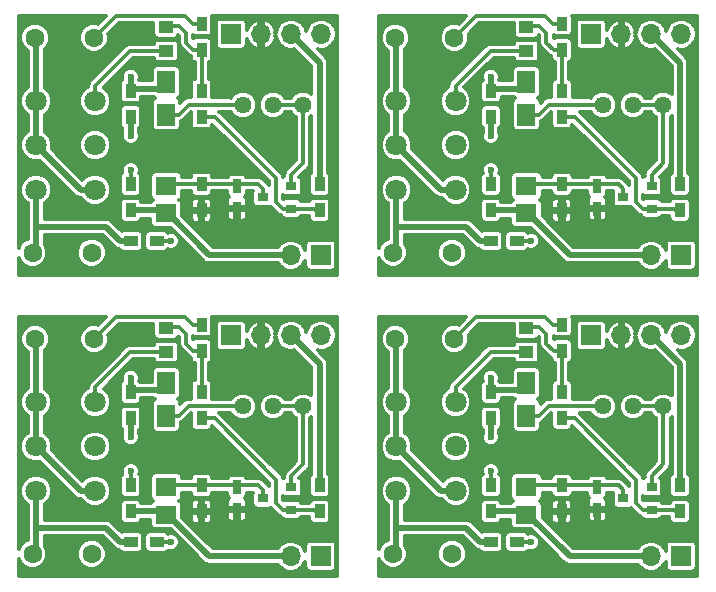
<source format=gtl>
%MOIN*%
%OFA0B0*%
%FSLAX46Y46*%
%IPPOS*%
%LPD*%
%ADD10R,0.047244094488188976X0.035433070866141732*%
%ADD11C,0.062992125984251982*%
%ADD12C,0.070866141732283464*%
%ADD13R,0.035433070866141732X0.047244094488188976*%
%ADD14C,0.056692913385826771*%
%ADD15R,0.029527559055118113X0.047244094488188976*%
%ADD16R,0.035433070866141732X0.031496062992125991*%
%ADD17R,0.049212598425196853X0.03937007874015748*%
%ADD18R,0.0591X0.076800000000000007*%
%ADD19R,0.0709X0.061000000000000006*%
%ADD20O,0.066929133858267723X0.066929133858267723*%
%ADD21R,0.066929133858267723X0.066929133858267723*%
%ADD22C,0.023622047244094488*%
%ADD23C,0.011811023622047244*%
%ADD24C,0.01968503937007874*%
%ADD35R,0.047244094488188976X0.035433070866141732*%
%ADD36C,0.062992125984251982*%
%ADD37C,0.070866141732283464*%
%ADD38R,0.035433070866141732X0.047244094488188976*%
%ADD39C,0.056692913385826771*%
%ADD40R,0.029527559055118113X0.047244094488188976*%
%ADD41R,0.035433070866141732X0.031496062992125991*%
%ADD42R,0.049212598425196853X0.03937007874015748*%
%ADD43R,0.0591X0.076800000000000007*%
%ADD44R,0.0709X0.061000000000000006*%
%ADD45O,0.066929133858267723X0.066929133858267723*%
%ADD46R,0.066929133858267723X0.066929133858267723*%
%ADD47C,0.023622047244094488*%
%ADD48C,0.011811023622047244*%
%ADD49C,0.01968503937007874*%
%ADD50R,0.047244094488188976X0.035433070866141732*%
%ADD51C,0.062992125984251982*%
%ADD52C,0.070866141732283464*%
%ADD53R,0.035433070866141732X0.047244094488188976*%
%ADD54C,0.056692913385826771*%
%ADD55R,0.029527559055118113X0.047244094488188976*%
%ADD56R,0.035433070866141732X0.031496062992125991*%
%ADD57R,0.049212598425196853X0.03937007874015748*%
%ADD58R,0.0591X0.076800000000000007*%
%ADD59R,0.0709X0.061000000000000006*%
%ADD60O,0.066929133858267723X0.066929133858267723*%
%ADD61R,0.066929133858267723X0.066929133858267723*%
%ADD62C,0.023622047244094488*%
%ADD63C,0.011811023622047244*%
%ADD64C,0.01968503937007874*%
%ADD65R,0.047244094488188976X0.035433070866141732*%
%ADD66C,0.062992125984251982*%
%ADD67C,0.070866141732283464*%
%ADD68R,0.035433070866141732X0.047244094488188976*%
%ADD69C,0.056692913385826771*%
%ADD70R,0.029527559055118113X0.047244094488188976*%
%ADD71R,0.035433070866141732X0.031496062992125991*%
%ADD72R,0.049212598425196853X0.03937007874015748*%
%ADD73R,0.0591X0.076800000000000007*%
%ADD74R,0.0709X0.061000000000000006*%
%ADD75O,0.066929133858267723X0.066929133858267723*%
%ADD76R,0.066929133858267723X0.066929133858267723*%
%ADD77C,0.023622047244094488*%
%ADD78C,0.011811023622047244*%
%ADD79C,0.01968503937007874*%
G01*
D10*
X-0005393700Y0004251968D02*
X0000480314Y0000133858D03*
X0000393700Y0000133858D03*
D11*
X0000074803Y0000811023D03*
X0000271653Y0000811023D03*
D12*
X0000078740Y0000600393D03*
X0000078740Y0000452755D03*
X0000078740Y0000305118D03*
X0000275590Y0000600393D03*
X0000275590Y0000452755D03*
X0000275590Y0000305118D03*
D13*
X0000393700Y0000547244D03*
X0000393700Y0000633858D03*
D14*
X0000767716Y0000586614D03*
X0000867716Y0000586614D03*
X0000967716Y0000586614D03*
D13*
X0000393700Y0000322834D03*
X0000393700Y0000236220D03*
D15*
X0000748031Y0000242125D03*
X0000748031Y0000316929D03*
D16*
X0000834645Y0000279527D03*
X0000929133Y0000316929D03*
X0000929133Y0000242125D03*
D13*
X0000629921Y0000236220D03*
X0000629921Y0000322834D03*
X0001023622Y0000236220D03*
X0001023622Y0000322834D03*
X0000629921Y0000633858D03*
X0000629921Y0000547244D03*
X0000629921Y0000771653D03*
X0000629921Y0000858267D03*
D17*
X0000511811Y0000846456D03*
X0000511811Y0000767716D03*
D18*
X0000511965Y0000555377D03*
X0000511965Y0000663577D03*
D19*
X0000511965Y0000225539D03*
X0000511965Y0000318139D03*
D20*
X0000927559Y0000086614D03*
D21*
X0001027559Y0000086614D03*
D20*
X0001028346Y0000822834D03*
X0000928346Y0000822834D03*
X0000828346Y0000822834D03*
D21*
X0000728346Y0000822834D03*
D11*
X0000263779Y0000094488D03*
X0000066929Y0000094488D03*
D22*
X0000527559Y0000133858D03*
X0000393700Y0000370078D03*
X0000393700Y0000681102D03*
X0000393700Y0000484251D03*
D23*
X0000514803Y0000322834D02*
X0000511811Y0000325827D01*
X0000629921Y0000322834D02*
X0000514803Y0000322834D01*
X0000834645Y0000307086D02*
X0000818897Y0000322834D01*
X0000753937Y0000322834D02*
X0000748031Y0000316929D01*
X0000818897Y0000322834D02*
X0000753937Y0000322834D01*
X0000834645Y0000279527D02*
X0000834645Y0000307086D01*
X0000742125Y0000322834D02*
X0000748031Y0000316929D01*
X0000629921Y0000322834D02*
X0000742125Y0000322834D01*
D24*
X0000508818Y0000236220D02*
X0000511811Y0000233227D01*
X0000393700Y0000236220D02*
X0000508818Y0000236220D01*
X0000880233Y0000086614D02*
X0000927559Y0000086614D01*
X0000655840Y0000086614D02*
X0000880233Y0000086614D01*
X0000516915Y0000225539D02*
X0000655840Y0000086614D01*
X0000511965Y0000225539D02*
X0000516915Y0000225539D01*
D23*
X0000480314Y0000133858D02*
X0000527559Y0000133858D01*
X0000393700Y0000322834D02*
X0000393700Y0000370078D01*
D24*
X0000393700Y0000633858D02*
X0000393700Y0000681102D01*
X0000490119Y0000641732D02*
X0000511965Y0000663577D01*
X0000393700Y0000633858D02*
X0000401574Y0000641732D01*
X0000401574Y0000641732D02*
X0000490119Y0000641732D01*
D23*
X0000553326Y0000555377D02*
X0000511965Y0000555377D01*
X0000586531Y0000588582D02*
X0000553326Y0000555377D01*
X0000725660Y0000588582D02*
X0000586531Y0000588582D01*
X0000727628Y0000586614D02*
X0000725660Y0000588582D01*
X0000767716Y0000586614D02*
X0000727628Y0000586614D01*
X0000515747Y0000850393D02*
X0000555118Y0000850393D01*
X0000555118Y0000850393D02*
X0000578740Y0000826771D01*
X0000578740Y0000826771D02*
X0000578740Y0000795275D01*
X0000578740Y0000795275D02*
X0000602362Y0000771653D01*
X0000602362Y0000771653D02*
X0000629921Y0000771653D01*
X0000622047Y0000763779D02*
X0000629921Y0000771653D01*
X0000629921Y0000777559D02*
X0000629921Y0000771653D01*
X0000629921Y0000771653D02*
X0000629921Y0000736220D01*
X0000629921Y0000736220D02*
X0000629921Y0000633858D01*
X0000275590Y0000600393D02*
X0000275590Y0000650503D01*
X0000475393Y0000767716D02*
X0000511811Y0000767716D01*
X0000275590Y0000650503D02*
X0000392803Y0000767716D01*
X0000392803Y0000767716D02*
X0000475393Y0000767716D01*
X0000600393Y0000858267D02*
X0000629921Y0000858267D01*
X0000574803Y0000883858D02*
X0000600393Y0000858267D01*
X0000344488Y0000883858D02*
X0000574803Y0000883858D01*
X0000271653Y0000811023D02*
X0000344488Y0000883858D01*
D24*
X0001023622Y0000358267D02*
X0001023622Y0000322834D01*
X0000928346Y0000822834D02*
X0001023622Y0000727559D01*
X0001023622Y0000727559D02*
X0001023622Y0000358267D01*
D23*
X0000629921Y0000547244D02*
X0000637795Y0000539370D01*
X0001007873Y0000236220D02*
X0001023622Y0000236220D01*
X0001017716Y0000242125D02*
X0001023622Y0000236220D01*
X0000929133Y0000242125D02*
X0001017716Y0000242125D01*
X0000673228Y0000547244D02*
X0000629921Y0000547244D01*
X0000877952Y0000342519D02*
X0000673228Y0000547244D01*
X0000877952Y0000263779D02*
X0000877952Y0000342519D01*
X0000929133Y0000242125D02*
X0000899606Y0000242125D01*
X0000899606Y0000242125D02*
X0000877952Y0000263779D01*
X0000929133Y0000318897D02*
X0000927165Y0000316929D01*
X0000927165Y0000316929D02*
X0000929133Y0000316929D01*
X0000867716Y0000586614D02*
X0000967716Y0000586614D01*
X0000968503Y0000585826D02*
X0000967716Y0000586614D01*
X0000968503Y0000393700D02*
X0000968503Y0000585826D01*
X0000929133Y0000316929D02*
X0000929133Y0000354330D01*
X0000929133Y0000354330D02*
X0000968503Y0000393700D01*
D24*
X0000393700Y0000484251D02*
X0000393700Y0000547244D01*
X0000078740Y0000452755D02*
X0000226377Y0000305118D01*
X0000226377Y0000305118D02*
X0000275590Y0000305118D01*
X0000078740Y0000600393D02*
X0000078740Y0000550283D01*
X0000078740Y0000550283D02*
X0000078740Y0000452755D01*
X0000078740Y0000807086D02*
X0000074803Y0000811023D01*
X0000078740Y0000600393D02*
X0000078740Y0000807086D01*
X0000078740Y0000106299D02*
X0000066929Y0000094488D01*
X0000358267Y0000133858D02*
X0000393700Y0000133858D01*
X0000311023Y0000181102D02*
X0000358267Y0000133858D01*
X0000078740Y0000181102D02*
X0000311023Y0000181102D01*
X0000078740Y0000181102D02*
X0000078740Y0000106299D01*
X0000078740Y0000305118D02*
X0000078740Y0000181102D01*
D23*
G36*
X0000285697Y0000858473D02*
X0000281442Y0000860236D01*
X0000261864Y0000860236D01*
X0000243776Y0000852744D01*
X0000229933Y0000838900D01*
X0000222440Y0000820812D01*
X0000222440Y0000801234D01*
X0000229933Y0000783146D01*
X0000243776Y0000769303D01*
X0000261864Y0000761810D01*
X0000281442Y0000761810D01*
X0000299530Y0000769303D01*
X0000313373Y0000783146D01*
X0000320866Y0000801234D01*
X0000320866Y0000820812D01*
X0000319103Y0000825067D01*
X0000354272Y0000860236D01*
X0000469141Y0000860236D01*
X0000469141Y0000826771D01*
X0000470516Y0000819859D01*
X0000474431Y0000813998D01*
X0000480292Y0000810083D01*
X0000487204Y0000808708D01*
X0000536417Y0000808708D01*
X0000543329Y0000810083D01*
X0000549190Y0000813998D01*
X0000552761Y0000819343D01*
X0000555118Y0000816987D01*
X0000555118Y0000797601D01*
X0000554655Y0000795275D01*
X0000555118Y0000792949D01*
X0000555118Y0000792949D01*
X0000556313Y0000786938D01*
X0000556488Y0000786058D01*
X0000559955Y0000780870D01*
X0000561709Y0000778245D01*
X0000563681Y0000776927D01*
X0000584013Y0000756595D01*
X0000585331Y0000754622D01*
X0000593145Y0000749402D01*
X0000594141Y0000749203D01*
X0000594141Y0000748031D01*
X0000595516Y0000741118D01*
X0000599431Y0000735258D01*
X0000605292Y0000731342D01*
X0000606299Y0000731142D01*
X0000606299Y0000674369D01*
X0000605292Y0000674168D01*
X0000599431Y0000670253D01*
X0000595516Y0000664392D01*
X0000594141Y0000657480D01*
X0000594141Y0000612204D01*
X0000588857Y0000612204D01*
X0000586531Y0000612667D01*
X0000584204Y0000612204D01*
X0000584204Y0000612204D01*
X0000577314Y0000610834D01*
X0000569500Y0000605613D01*
X0000568182Y0000603640D01*
X0000559370Y0000594828D01*
X0000558203Y0000600690D01*
X0000554288Y0000606550D01*
X0000549907Y0000609477D01*
X0000554288Y0000612404D01*
X0000558203Y0000618265D01*
X0000559578Y0000625177D01*
X0000559578Y0000701977D01*
X0000558203Y0000708890D01*
X0000554288Y0000714750D01*
X0000548427Y0000718666D01*
X0000541515Y0000720041D01*
X0000482415Y0000720041D01*
X0000475502Y0000718666D01*
X0000469642Y0000714750D01*
X0000465726Y0000708890D01*
X0000464351Y0000701977D01*
X0000464351Y0000669291D01*
X0000424832Y0000669291D01*
X0000424190Y0000670253D01*
X0000421822Y0000671835D01*
X0000423228Y0000675228D01*
X0000423228Y0000686975D01*
X0000418732Y0000697828D01*
X0000410426Y0000706134D01*
X0000399574Y0000710629D01*
X0000387827Y0000710629D01*
X0000376974Y0000706134D01*
X0000368668Y0000697828D01*
X0000364173Y0000686975D01*
X0000364173Y0000675228D01*
X0000365578Y0000671835D01*
X0000363211Y0000670253D01*
X0000359295Y0000664392D01*
X0000357920Y0000657480D01*
X0000357920Y0000610236D01*
X0000359295Y0000603323D01*
X0000363211Y0000597463D01*
X0000369071Y0000593547D01*
X0000375984Y0000592172D01*
X0000411417Y0000592172D01*
X0000418329Y0000593547D01*
X0000424190Y0000597463D01*
X0000428105Y0000603323D01*
X0000429480Y0000610236D01*
X0000429480Y0000614173D01*
X0000468460Y0000614173D01*
X0000469642Y0000612404D01*
X0000474023Y0000609477D01*
X0000469642Y0000606550D01*
X0000465726Y0000600690D01*
X0000464351Y0000593777D01*
X0000464351Y0000516977D01*
X0000465726Y0000510065D01*
X0000469642Y0000504204D01*
X0000475502Y0000500289D01*
X0000482415Y0000498914D01*
X0000541515Y0000498914D01*
X0000548427Y0000500289D01*
X0000554288Y0000504204D01*
X0000558203Y0000510065D01*
X0000559578Y0000516977D01*
X0000559578Y0000532536D01*
X0000562543Y0000533126D01*
X0000570356Y0000538347D01*
X0000571674Y0000540319D01*
X0000594141Y0000562785D01*
X0000594141Y0000523622D01*
X0000595516Y0000516709D01*
X0000599431Y0000510849D01*
X0000605292Y0000506933D01*
X0000612204Y0000505558D01*
X0000647637Y0000505558D01*
X0000654550Y0000506933D01*
X0000660410Y0000510849D01*
X0000664326Y0000516709D01*
X0000665326Y0000521739D01*
X0000854330Y0000332735D01*
X0000854330Y0000320144D01*
X0000851676Y0000324117D01*
X0000849703Y0000325434D01*
X0000837245Y0000337892D01*
X0000835928Y0000339865D01*
X0000828114Y0000345086D01*
X0000821224Y0000346456D01*
X0000821223Y0000346456D01*
X0000818897Y0000346919D01*
X0000816571Y0000346456D01*
X0000779684Y0000346456D01*
X0000779483Y0000347463D01*
X0000775568Y0000353324D01*
X0000769707Y0000357239D01*
X0000762795Y0000358614D01*
X0000733267Y0000358614D01*
X0000726355Y0000357239D01*
X0000720494Y0000353324D01*
X0000716579Y0000347463D01*
X0000716378Y0000346456D01*
X0000665701Y0000346456D01*
X0000664326Y0000353369D01*
X0000660410Y0000359229D01*
X0000654550Y0000363145D01*
X0000647637Y0000364520D01*
X0000612204Y0000364520D01*
X0000605292Y0000363145D01*
X0000599431Y0000359229D01*
X0000595516Y0000353369D01*
X0000594141Y0000346456D01*
X0000565478Y0000346456D01*
X0000565478Y0000348639D01*
X0000564103Y0000355551D01*
X0000560188Y0000361412D01*
X0000554327Y0000365327D01*
X0000547415Y0000366702D01*
X0000476515Y0000366702D01*
X0000469602Y0000365327D01*
X0000463742Y0000361412D01*
X0000459826Y0000355551D01*
X0000458451Y0000348639D01*
X0000458451Y0000287639D01*
X0000459826Y0000280726D01*
X0000463742Y0000274866D01*
X0000468272Y0000271839D01*
X0000463742Y0000268812D01*
X0000460379Y0000263779D01*
X0000428697Y0000263779D01*
X0000428105Y0000266755D01*
X0000424190Y0000272615D01*
X0000418329Y0000276531D01*
X0000411417Y0000277906D01*
X0000375984Y0000277906D01*
X0000369071Y0000276531D01*
X0000363211Y0000272615D01*
X0000359295Y0000266755D01*
X0000357920Y0000259842D01*
X0000357920Y0000212598D01*
X0000359295Y0000205685D01*
X0000363211Y0000199825D01*
X0000369071Y0000195909D01*
X0000375984Y0000194534D01*
X0000411417Y0000194534D01*
X0000418329Y0000195909D01*
X0000424190Y0000199825D01*
X0000428105Y0000205685D01*
X0000428697Y0000208661D01*
X0000458451Y0000208661D01*
X0000458451Y0000195039D01*
X0000459826Y0000188126D01*
X0000463742Y0000182266D01*
X0000469602Y0000178350D01*
X0000476515Y0000176975D01*
X0000526504Y0000176975D01*
X0000634434Y0000069046D01*
X0000635971Y0000066745D01*
X0000638272Y0000065207D01*
X0000645087Y0000060654D01*
X0000646905Y0000060292D01*
X0000653126Y0000059055D01*
X0000653126Y0000059055D01*
X0000655840Y0000058515D01*
X0000658554Y0000059055D01*
X0000884418Y0000059055D01*
X0000890659Y0000049714D01*
X0000907589Y0000038402D01*
X0000922518Y0000035433D01*
X0000932599Y0000035433D01*
X0000947528Y0000038402D01*
X0000964458Y0000049714D01*
X0000975770Y0000066644D01*
X0000976030Y0000067952D01*
X0000976030Y0000053149D01*
X0000977405Y0000046236D01*
X0000981321Y0000040376D01*
X0000987181Y0000036460D01*
X0000994094Y0000035085D01*
X0001061023Y0000035085D01*
X0001067936Y0000036460D01*
X0001073796Y0000040376D01*
X0001077712Y0000046236D01*
X0001079087Y0000053149D01*
X0001079087Y0000120078D01*
X0001077712Y0000126991D01*
X0001073796Y0000132851D01*
X0001067936Y0000136767D01*
X0001061023Y0000138142D01*
X0000994094Y0000138142D01*
X0000987181Y0000136767D01*
X0000981321Y0000132851D01*
X0000977405Y0000126991D01*
X0000976030Y0000120078D01*
X0000976030Y0000105275D01*
X0000975770Y0000106584D01*
X0000964458Y0000123513D01*
X0000947528Y0000134825D01*
X0000932599Y0000137795D01*
X0000922518Y0000137795D01*
X0000907589Y0000134825D01*
X0000890659Y0000123513D01*
X0000884418Y0000114173D01*
X0000667255Y0000114173D01*
X0000565478Y0000215949D01*
X0000565478Y0000225885D01*
X0000594488Y0000225885D01*
X0000594488Y0000209074D01*
X0000597185Y0000202562D01*
X0000602169Y0000197579D01*
X0000608680Y0000194881D01*
X0000619586Y0000194881D01*
X0000624015Y0000199311D01*
X0000624015Y0000230314D01*
X0000635826Y0000230314D01*
X0000635826Y0000199311D01*
X0000640255Y0000194881D01*
X0000651161Y0000194881D01*
X0000657673Y0000197579D01*
X0000662657Y0000202562D01*
X0000665354Y0000209074D01*
X0000665354Y0000225885D01*
X0000660925Y0000230314D01*
X0000635826Y0000230314D01*
X0000624015Y0000230314D01*
X0000598917Y0000230314D01*
X0000594488Y0000225885D01*
X0000565478Y0000225885D01*
X0000565478Y0000231791D01*
X0000715551Y0000231791D01*
X0000715551Y0000214979D01*
X0000718248Y0000208468D01*
X0000723232Y0000203484D01*
X0000729743Y0000200787D01*
X0000737696Y0000200787D01*
X0000742125Y0000205216D01*
X0000742125Y0000236220D01*
X0000753937Y0000236220D01*
X0000753937Y0000205216D01*
X0000758366Y0000200787D01*
X0000766319Y0000200787D01*
X0000772830Y0000203484D01*
X0000777814Y0000208468D01*
X0000780511Y0000214979D01*
X0000780511Y0000231791D01*
X0000776082Y0000236220D01*
X0000753937Y0000236220D01*
X0000742125Y0000236220D01*
X0000719980Y0000236220D01*
X0000715551Y0000231791D01*
X0000565478Y0000231791D01*
X0000565478Y0000256039D01*
X0000564103Y0000262951D01*
X0000563826Y0000263366D01*
X0000594488Y0000263366D01*
X0000594488Y0000246555D01*
X0000598917Y0000242125D01*
X0000624015Y0000242125D01*
X0000624015Y0000273129D01*
X0000635826Y0000273129D01*
X0000635826Y0000242125D01*
X0000660925Y0000242125D01*
X0000665354Y0000246555D01*
X0000665354Y0000263366D01*
X0000662657Y0000269878D01*
X0000657673Y0000274861D01*
X0000651161Y0000277559D01*
X0000640255Y0000277559D01*
X0000635826Y0000273129D01*
X0000624015Y0000273129D01*
X0000619586Y0000277559D01*
X0000608680Y0000277559D01*
X0000602169Y0000274861D01*
X0000597185Y0000269878D01*
X0000594488Y0000263366D01*
X0000563826Y0000263366D01*
X0000560188Y0000268812D01*
X0000555657Y0000271839D01*
X0000560188Y0000274866D01*
X0000564103Y0000280726D01*
X0000565478Y0000287639D01*
X0000565478Y0000299212D01*
X0000594141Y0000299212D01*
X0000595516Y0000292299D01*
X0000599431Y0000286439D01*
X0000605292Y0000282523D01*
X0000612204Y0000281148D01*
X0000647637Y0000281148D01*
X0000654550Y0000282523D01*
X0000660410Y0000286439D01*
X0000664326Y0000292299D01*
X0000665701Y0000299212D01*
X0000715204Y0000299212D01*
X0000715204Y0000293307D01*
X0000716579Y0000286394D01*
X0000720494Y0000280534D01*
X0000721995Y0000279531D01*
X0000718248Y0000275783D01*
X0000715551Y0000269272D01*
X0000715551Y0000252460D01*
X0000719980Y0000248031D01*
X0000742125Y0000248031D01*
X0000742125Y0000248818D01*
X0000753937Y0000248818D01*
X0000753937Y0000248031D01*
X0000776082Y0000248031D01*
X0000780511Y0000252460D01*
X0000780511Y0000269272D01*
X0000777814Y0000275783D01*
X0000774067Y0000279531D01*
X0000775568Y0000280534D01*
X0000779483Y0000286394D01*
X0000780858Y0000293307D01*
X0000780858Y0000299212D01*
X0000799648Y0000299212D01*
X0000798865Y0000295275D01*
X0000798865Y0000263779D01*
X0000800240Y0000256866D01*
X0000804156Y0000251006D01*
X0000810016Y0000247090D01*
X0000816929Y0000245715D01*
X0000852362Y0000245715D01*
X0000859274Y0000247090D01*
X0000860255Y0000247746D01*
X0000860922Y0000246749D01*
X0000862894Y0000245431D01*
X0000881257Y0000227067D01*
X0000882575Y0000225095D01*
X0000890389Y0000219874D01*
X0000895078Y0000218941D01*
X0000898644Y0000213605D01*
X0000904504Y0000209689D01*
X0000911417Y0000208314D01*
X0000946850Y0000208314D01*
X0000953763Y0000209689D01*
X0000959623Y0000213605D01*
X0000962896Y0000218503D01*
X0000987841Y0000218503D01*
X0000987841Y0000212598D01*
X0000989216Y0000205685D01*
X0000993132Y0000199825D01*
X0000998992Y0000195909D01*
X0001005905Y0000194534D01*
X0001041338Y0000194534D01*
X0001048251Y0000195909D01*
X0001054111Y0000199825D01*
X0001058027Y0000205685D01*
X0001059402Y0000212598D01*
X0001059402Y0000259842D01*
X0001058027Y0000266755D01*
X0001054111Y0000272615D01*
X0001048251Y0000276531D01*
X0001041338Y0000277906D01*
X0001005905Y0000277906D01*
X0000998992Y0000276531D01*
X0000993132Y0000272615D01*
X0000989216Y0000266755D01*
X0000989016Y0000265748D01*
X0000962896Y0000265748D01*
X0000959623Y0000270646D01*
X0000953763Y0000274562D01*
X0000946850Y0000275937D01*
X0000911417Y0000275937D01*
X0000904504Y0000274562D01*
X0000902149Y0000272989D01*
X0000901574Y0000273564D01*
X0000901574Y0000286450D01*
X0000904504Y0000284492D01*
X0000911417Y0000283117D01*
X0000946850Y0000283117D01*
X0000953763Y0000284492D01*
X0000959623Y0000288408D01*
X0000963539Y0000294268D01*
X0000964913Y0000301181D01*
X0000964913Y0000332677D01*
X0000963539Y0000339589D01*
X0000959623Y0000345450D01*
X0000956048Y0000347838D01*
X0000983562Y0000375352D01*
X0000985534Y0000376670D01*
X0000986852Y0000378642D01*
X0000986852Y0000378642D01*
X0000990755Y0000384483D01*
X0000991129Y0000386366D01*
X0000992125Y0000391374D01*
X0000992125Y0000391374D01*
X0000992588Y0000393700D01*
X0000992125Y0000396027D01*
X0000992125Y0000546866D01*
X0000993809Y0000547563D01*
X0000996062Y0000549817D01*
X0000996063Y0000361187D01*
X0000993132Y0000359229D01*
X0000989216Y0000353369D01*
X0000987841Y0000346456D01*
X0000987841Y0000299212D01*
X0000989216Y0000292299D01*
X0000993132Y0000286439D01*
X0000998992Y0000282523D01*
X0001005905Y0000281148D01*
X0001041338Y0000281148D01*
X0001048251Y0000282523D01*
X0001054111Y0000286439D01*
X0001058027Y0000292299D01*
X0001059402Y0000299212D01*
X0001059402Y0000346456D01*
X0001058027Y0000353369D01*
X0001054111Y0000359229D01*
X0001051181Y0000361187D01*
X0001051181Y0000724845D01*
X0001051720Y0000727559D01*
X0001051181Y0000730273D01*
X0001051181Y0000730273D01*
X0001049582Y0000738312D01*
X0001045718Y0000744094D01*
X0001045028Y0000745127D01*
X0001045028Y0000745127D01*
X0001043490Y0000747427D01*
X0001041190Y0000748965D01*
X0001017309Y0000772846D01*
X0001023305Y0000771653D01*
X0001033387Y0000771653D01*
X0001048316Y0000774623D01*
X0001065245Y0000785935D01*
X0001076557Y0000802864D01*
X0001080530Y0000822834D01*
X0001076557Y0000842804D01*
X0001065245Y0000859734D01*
X0001048316Y0000871046D01*
X0001033387Y0000874015D01*
X0001023305Y0000874015D01*
X0001008376Y0000871046D01*
X0000991446Y0000859734D01*
X0000980134Y0000842804D01*
X0000978346Y0000833813D01*
X0000976557Y0000842804D01*
X0000965245Y0000859734D01*
X0000948316Y0000871046D01*
X0000933387Y0000874015D01*
X0000923305Y0000874015D01*
X0000908376Y0000871046D01*
X0000891446Y0000859734D01*
X0000880134Y0000842804D01*
X0000877337Y0000828740D01*
X0000874757Y0000828740D01*
X0000877636Y0000836620D01*
X0000868608Y0000854433D01*
X0000853451Y0000867436D01*
X0000842132Y0000872124D01*
X0000834251Y0000869212D01*
X0000834251Y0000828740D01*
X0000835039Y0000828740D01*
X0000835039Y0000816929D01*
X0000834251Y0000816929D01*
X0000834251Y0000776457D01*
X0000842132Y0000773545D01*
X0000853451Y0000778233D01*
X0000868608Y0000791235D01*
X0000877636Y0000809048D01*
X0000874757Y0000816929D01*
X0000877337Y0000816929D01*
X0000880134Y0000802864D01*
X0000891446Y0000785935D01*
X0000908376Y0000774623D01*
X0000923305Y0000771653D01*
X0000933387Y0000771653D01*
X0000939364Y0000772842D01*
X0000996062Y0000716143D01*
X0000996062Y0000623410D01*
X0000993809Y0000625664D01*
X0000976879Y0000632677D01*
X0000958554Y0000632677D01*
X0000941623Y0000625664D01*
X0000928666Y0000612706D01*
X0000927642Y0000610236D01*
X0000907790Y0000610236D01*
X0000906766Y0000612706D01*
X0000893809Y0000625664D01*
X0000876879Y0000632677D01*
X0000858554Y0000632677D01*
X0000841623Y0000625664D01*
X0000828666Y0000612706D01*
X0000821653Y0000595776D01*
X0000821653Y0000577451D01*
X0000828666Y0000560521D01*
X0000841623Y0000547563D01*
X0000858554Y0000540551D01*
X0000876879Y0000540551D01*
X0000893809Y0000547563D01*
X0000906766Y0000560521D01*
X0000907790Y0000562992D01*
X0000927642Y0000562992D01*
X0000928666Y0000560521D01*
X0000941623Y0000547563D01*
X0000944881Y0000546214D01*
X0000944881Y0000403485D01*
X0000914075Y0000372678D01*
X0000912103Y0000371361D01*
X0000910785Y0000369388D01*
X0000910785Y0000369388D01*
X0000906882Y0000363547D01*
X0000905049Y0000354330D01*
X0000905511Y0000352004D01*
X0000905511Y0000349566D01*
X0000904504Y0000349365D01*
X0000901124Y0000347107D01*
X0000900204Y0000351736D01*
X0000896301Y0000357577D01*
X0000896300Y0000357578D01*
X0000894983Y0000359550D01*
X0000893011Y0000360867D01*
X0000691576Y0000562302D01*
X0000690258Y0000564274D01*
X0000689232Y0000564960D01*
X0000717516Y0000564960D01*
X0000718411Y0000564362D01*
X0000725302Y0000562992D01*
X0000725302Y0000562992D01*
X0000727628Y0000562529D01*
X0000727818Y0000562567D01*
X0000728666Y0000560521D01*
X0000741623Y0000547563D01*
X0000758553Y0000540551D01*
X0000776879Y0000540551D01*
X0000793809Y0000547563D01*
X0000806766Y0000560521D01*
X0000813779Y0000577451D01*
X0000813779Y0000595776D01*
X0000806766Y0000612706D01*
X0000793809Y0000625664D01*
X0000776879Y0000632677D01*
X0000758553Y0000632677D01*
X0000741623Y0000625664D01*
X0000728666Y0000612706D01*
X0000728422Y0000612118D01*
X0000727986Y0000612204D01*
X0000727986Y0000612204D01*
X0000725660Y0000612667D01*
X0000723333Y0000612204D01*
X0000665701Y0000612204D01*
X0000665701Y0000657480D01*
X0000664326Y0000664392D01*
X0000660410Y0000670253D01*
X0000654550Y0000674168D01*
X0000653543Y0000674369D01*
X0000653543Y0000731142D01*
X0000654550Y0000731342D01*
X0000660410Y0000735258D01*
X0000664326Y0000741118D01*
X0000665701Y0000748031D01*
X0000665701Y0000795275D01*
X0000664326Y0000802188D01*
X0000660410Y0000808048D01*
X0000654550Y0000811964D01*
X0000647637Y0000813339D01*
X0000612204Y0000813339D01*
X0000605292Y0000811964D01*
X0000602362Y0000810006D01*
X0000602362Y0000819914D01*
X0000605292Y0000817957D01*
X0000612204Y0000816582D01*
X0000647637Y0000816582D01*
X0000654550Y0000817957D01*
X0000660410Y0000821872D01*
X0000664326Y0000827732D01*
X0000665701Y0000834645D01*
X0000665701Y0000856299D01*
X0000676818Y0000856299D01*
X0000676818Y0000789370D01*
X0000678193Y0000782457D01*
X0000682108Y0000776597D01*
X0000687969Y0000772681D01*
X0000694881Y0000771306D01*
X0000761810Y0000771306D01*
X0000768723Y0000772681D01*
X0000774583Y0000776597D01*
X0000778499Y0000782457D01*
X0000779874Y0000789370D01*
X0000779874Y0000807434D01*
X0000788084Y0000791235D01*
X0000803241Y0000778233D01*
X0000814560Y0000773545D01*
X0000822440Y0000776457D01*
X0000822440Y0000816929D01*
X0000821653Y0000816929D01*
X0000821653Y0000828740D01*
X0000822440Y0000828740D01*
X0000822440Y0000869212D01*
X0000814560Y0000872124D01*
X0000803241Y0000867436D01*
X0000788084Y0000854433D01*
X0000779874Y0000838234D01*
X0000779874Y0000856299D01*
X0000778499Y0000863211D01*
X0000774583Y0000869072D01*
X0000768723Y0000872987D01*
X0000761810Y0000874362D01*
X0000694881Y0000874362D01*
X0000687969Y0000872987D01*
X0000682108Y0000869072D01*
X0000678193Y0000863211D01*
X0000676818Y0000856299D01*
X0000665701Y0000856299D01*
X0000665701Y0000881889D01*
X0000665114Y0000884842D01*
X0001081692Y0000884842D01*
X0001081692Y0000020669D01*
X0000020669Y0000020669D01*
X0000020669Y0000077570D01*
X0000025208Y0000066611D01*
X0000039052Y0000052767D01*
X0000057140Y0000045275D01*
X0000076718Y0000045275D01*
X0000094805Y0000052767D01*
X0000108649Y0000066611D01*
X0000116141Y0000084699D01*
X0000116141Y0000104277D01*
X0000214566Y0000104277D01*
X0000214566Y0000084699D01*
X0000222059Y0000066611D01*
X0000235902Y0000052767D01*
X0000253990Y0000045275D01*
X0000273568Y0000045275D01*
X0000291656Y0000052767D01*
X0000305499Y0000066611D01*
X0000312992Y0000084699D01*
X0000312992Y0000104277D01*
X0000305499Y0000122364D01*
X0000291656Y0000136208D01*
X0000273568Y0000143700D01*
X0000253990Y0000143700D01*
X0000235902Y0000136208D01*
X0000222059Y0000122364D01*
X0000214566Y0000104277D01*
X0000116141Y0000104277D01*
X0000108649Y0000122364D01*
X0000106299Y0000124715D01*
X0000106299Y0000153543D01*
X0000299608Y0000153543D01*
X0000336861Y0000116290D01*
X0000338398Y0000113989D01*
X0000347514Y0000107898D01*
X0000355316Y0000106346D01*
X0000357305Y0000103368D01*
X0000363166Y0000099453D01*
X0000370078Y0000098078D01*
X0000417322Y0000098078D01*
X0000424235Y0000099453D01*
X0000430095Y0000103368D01*
X0000434011Y0000109229D01*
X0000435386Y0000116141D01*
X0000435386Y0000151574D01*
X0000438629Y0000151574D01*
X0000438629Y0000116141D01*
X0000440004Y0000109229D01*
X0000443919Y0000103368D01*
X0000449780Y0000099453D01*
X0000456692Y0000098078D01*
X0000503937Y0000098078D01*
X0000510849Y0000099453D01*
X0000516709Y0000103368D01*
X0000518291Y0000105736D01*
X0000521685Y0000104330D01*
X0000533432Y0000104330D01*
X0000544285Y0000108825D01*
X0000552591Y0000117132D01*
X0000557086Y0000127984D01*
X0000557086Y0000139731D01*
X0000552591Y0000150584D01*
X0000544285Y0000158890D01*
X0000533432Y0000163385D01*
X0000521685Y0000163385D01*
X0000518291Y0000161980D01*
X0000516709Y0000164347D01*
X0000510849Y0000168263D01*
X0000503937Y0000169638D01*
X0000456692Y0000169638D01*
X0000449780Y0000168263D01*
X0000443919Y0000164347D01*
X0000440004Y0000158487D01*
X0000438629Y0000151574D01*
X0000435386Y0000151574D01*
X0000434011Y0000158487D01*
X0000430095Y0000164347D01*
X0000424235Y0000168263D01*
X0000417322Y0000169638D01*
X0000370078Y0000169638D01*
X0000363166Y0000168263D01*
X0000362968Y0000168131D01*
X0000332430Y0000198670D01*
X0000330892Y0000200971D01*
X0000321776Y0000207062D01*
X0000313737Y0000208661D01*
X0000313737Y0000208661D01*
X0000311023Y0000209201D01*
X0000308309Y0000208661D01*
X0000106299Y0000208661D01*
X0000106299Y0000259004D01*
X0000108846Y0000260060D01*
X0000123798Y0000275011D01*
X0000131889Y0000294545D01*
X0000131889Y0000315690D01*
X0000123798Y0000335224D01*
X0000108846Y0000350176D01*
X0000089312Y0000358267D01*
X0000068168Y0000358267D01*
X0000048633Y0000350176D01*
X0000033682Y0000335224D01*
X0000025590Y0000315690D01*
X0000025590Y0000294545D01*
X0000033682Y0000275011D01*
X0000048633Y0000260060D01*
X0000051181Y0000259004D01*
X0000051181Y0000183816D01*
X0000050641Y0000181102D01*
X0000051181Y0000178388D01*
X0000051181Y0000141232D01*
X0000039052Y0000136208D01*
X0000025208Y0000122364D01*
X0000020669Y0000111405D01*
X0000020669Y0000820812D01*
X0000025590Y0000820812D01*
X0000025590Y0000801234D01*
X0000033082Y0000783146D01*
X0000046926Y0000769303D01*
X0000051181Y0000767540D01*
X0000051181Y0000646507D01*
X0000048633Y0000645451D01*
X0000033682Y0000630500D01*
X0000025590Y0000610965D01*
X0000025590Y0000589821D01*
X0000033682Y0000570286D01*
X0000048633Y0000555335D01*
X0000051181Y0000554280D01*
X0000051181Y0000552998D01*
X0000051181Y0000552997D01*
X0000051181Y0000498869D01*
X0000048633Y0000497813D01*
X0000033682Y0000482862D01*
X0000025590Y0000463327D01*
X0000025590Y0000442183D01*
X0000033682Y0000422649D01*
X0000048633Y0000407697D01*
X0000068168Y0000399606D01*
X0000089312Y0000399606D01*
X0000091860Y0000400661D01*
X0000204971Y0000287550D01*
X0000206508Y0000285249D01*
X0000215624Y0000279158D01*
X0000223663Y0000277559D01*
X0000223663Y0000277559D01*
X0000226377Y0000277019D01*
X0000229091Y0000277559D01*
X0000229477Y0000277559D01*
X0000230532Y0000275011D01*
X0000245483Y0000260060D01*
X0000265018Y0000251968D01*
X0000286162Y0000251968D01*
X0000305697Y0000260060D01*
X0000320648Y0000275011D01*
X0000328740Y0000294545D01*
X0000328740Y0000315690D01*
X0000320648Y0000335224D01*
X0000309416Y0000346456D01*
X0000357920Y0000346456D01*
X0000357920Y0000299212D01*
X0000359295Y0000292299D01*
X0000363211Y0000286439D01*
X0000369071Y0000282523D01*
X0000375984Y0000281148D01*
X0000411417Y0000281148D01*
X0000418329Y0000282523D01*
X0000424190Y0000286439D01*
X0000428105Y0000292299D01*
X0000429480Y0000299212D01*
X0000429480Y0000346456D01*
X0000428105Y0000353369D01*
X0000424190Y0000359229D01*
X0000421822Y0000360811D01*
X0000423228Y0000364205D01*
X0000423228Y0000375952D01*
X0000418732Y0000386804D01*
X0000410426Y0000395110D01*
X0000399574Y0000399606D01*
X0000387827Y0000399606D01*
X0000376974Y0000395110D01*
X0000368668Y0000386804D01*
X0000364173Y0000375952D01*
X0000364173Y0000364205D01*
X0000365578Y0000360811D01*
X0000363211Y0000359229D01*
X0000359295Y0000353369D01*
X0000357920Y0000346456D01*
X0000309416Y0000346456D01*
X0000305697Y0000350176D01*
X0000286162Y0000358267D01*
X0000265018Y0000358267D01*
X0000245483Y0000350176D01*
X0000232888Y0000337581D01*
X0000130834Y0000439635D01*
X0000131889Y0000442183D01*
X0000131889Y0000463327D01*
X0000222440Y0000463327D01*
X0000222440Y0000442183D01*
X0000230532Y0000422649D01*
X0000245483Y0000407697D01*
X0000265018Y0000399606D01*
X0000286162Y0000399606D01*
X0000305697Y0000407697D01*
X0000320648Y0000422649D01*
X0000328740Y0000442183D01*
X0000328740Y0000463327D01*
X0000320648Y0000482862D01*
X0000305697Y0000497813D01*
X0000286162Y0000505905D01*
X0000265018Y0000505905D01*
X0000245483Y0000497813D01*
X0000230532Y0000482862D01*
X0000222440Y0000463327D01*
X0000131889Y0000463327D01*
X0000123798Y0000482862D01*
X0000108846Y0000497813D01*
X0000106299Y0000498869D01*
X0000106299Y0000554280D01*
X0000108846Y0000555335D01*
X0000123798Y0000570286D01*
X0000131889Y0000589821D01*
X0000131889Y0000610965D01*
X0000222440Y0000610965D01*
X0000222440Y0000589821D01*
X0000230532Y0000570286D01*
X0000245483Y0000555335D01*
X0000265018Y0000547244D01*
X0000286162Y0000547244D01*
X0000305697Y0000555335D01*
X0000320648Y0000570286D01*
X0000320888Y0000570866D01*
X0000357920Y0000570866D01*
X0000357920Y0000523622D01*
X0000359295Y0000516709D01*
X0000363211Y0000510849D01*
X0000366141Y0000508891D01*
X0000366141Y0000494877D01*
X0000364173Y0000490125D01*
X0000364173Y0000478378D01*
X0000368668Y0000467525D01*
X0000376974Y0000459219D01*
X0000387827Y0000454724D01*
X0000399574Y0000454724D01*
X0000410426Y0000459219D01*
X0000418732Y0000467525D01*
X0000423228Y0000478378D01*
X0000423228Y0000490125D01*
X0000421259Y0000494877D01*
X0000421259Y0000508891D01*
X0000424190Y0000510849D01*
X0000428105Y0000516709D01*
X0000429480Y0000523622D01*
X0000429480Y0000570866D01*
X0000428105Y0000577778D01*
X0000424190Y0000583639D01*
X0000418329Y0000587554D01*
X0000411417Y0000588929D01*
X0000375984Y0000588929D01*
X0000369071Y0000587554D01*
X0000363211Y0000583639D01*
X0000359295Y0000577778D01*
X0000357920Y0000570866D01*
X0000320888Y0000570866D01*
X0000328740Y0000589821D01*
X0000328740Y0000610965D01*
X0000320648Y0000630500D01*
X0000305697Y0000645451D01*
X0000304458Y0000645964D01*
X0000402588Y0000744094D01*
X0000469924Y0000744094D01*
X0000470516Y0000741118D01*
X0000474431Y0000735258D01*
X0000480292Y0000731342D01*
X0000487204Y0000729967D01*
X0000536417Y0000729967D01*
X0000543329Y0000731342D01*
X0000549190Y0000735258D01*
X0000553105Y0000741118D01*
X0000554480Y0000748031D01*
X0000554480Y0000787401D01*
X0000553105Y0000794314D01*
X0000549190Y0000800174D01*
X0000543329Y0000804090D01*
X0000536417Y0000805465D01*
X0000487204Y0000805465D01*
X0000480292Y0000804090D01*
X0000474431Y0000800174D01*
X0000470516Y0000794314D01*
X0000469924Y0000791338D01*
X0000395129Y0000791338D01*
X0000392803Y0000791801D01*
X0000390477Y0000791338D01*
X0000390477Y0000791338D01*
X0000383586Y0000789967D01*
X0000375772Y0000784747D01*
X0000374455Y0000782774D01*
X0000260532Y0000668851D01*
X0000258560Y0000667534D01*
X0000257242Y0000665561D01*
X0000257242Y0000665561D01*
X0000253339Y0000659720D01*
X0000251505Y0000650503D01*
X0000251968Y0000648177D01*
X0000251968Y0000648137D01*
X0000245483Y0000645451D01*
X0000230532Y0000630500D01*
X0000222440Y0000610965D01*
X0000131889Y0000610965D01*
X0000123798Y0000630500D01*
X0000108846Y0000645451D01*
X0000106299Y0000646507D01*
X0000106299Y0000772922D01*
X0000116523Y0000783146D01*
X0000124015Y0000801234D01*
X0000124015Y0000820812D01*
X0000116523Y0000838900D01*
X0000102679Y0000852744D01*
X0000084592Y0000860236D01*
X0000065014Y0000860236D01*
X0000046926Y0000852744D01*
X0000033082Y0000838900D01*
X0000025590Y0000820812D01*
X0000020669Y0000820812D01*
X0000020669Y0000884842D01*
X0000312065Y0000884842D01*
X0000285697Y0000858473D01*
X0000285697Y0000858473D01*
G37*
X0000285697Y0000858473D02*
X0000281442Y0000860236D01*
X0000261864Y0000860236D01*
X0000243776Y0000852744D01*
X0000229933Y0000838900D01*
X0000222440Y0000820812D01*
X0000222440Y0000801234D01*
X0000229933Y0000783146D01*
X0000243776Y0000769303D01*
X0000261864Y0000761810D01*
X0000281442Y0000761810D01*
X0000299530Y0000769303D01*
X0000313373Y0000783146D01*
X0000320866Y0000801234D01*
X0000320866Y0000820812D01*
X0000319103Y0000825067D01*
X0000354272Y0000860236D01*
X0000469141Y0000860236D01*
X0000469141Y0000826771D01*
X0000470516Y0000819859D01*
X0000474431Y0000813998D01*
X0000480292Y0000810083D01*
X0000487204Y0000808708D01*
X0000536417Y0000808708D01*
X0000543329Y0000810083D01*
X0000549190Y0000813998D01*
X0000552761Y0000819343D01*
X0000555118Y0000816987D01*
X0000555118Y0000797601D01*
X0000554655Y0000795275D01*
X0000555118Y0000792949D01*
X0000555118Y0000792949D01*
X0000556313Y0000786938D01*
X0000556488Y0000786058D01*
X0000559955Y0000780870D01*
X0000561709Y0000778245D01*
X0000563681Y0000776927D01*
X0000584013Y0000756595D01*
X0000585331Y0000754622D01*
X0000593145Y0000749402D01*
X0000594141Y0000749203D01*
X0000594141Y0000748031D01*
X0000595516Y0000741118D01*
X0000599431Y0000735258D01*
X0000605292Y0000731342D01*
X0000606299Y0000731142D01*
X0000606299Y0000674369D01*
X0000605292Y0000674168D01*
X0000599431Y0000670253D01*
X0000595516Y0000664392D01*
X0000594141Y0000657480D01*
X0000594141Y0000612204D01*
X0000588857Y0000612204D01*
X0000586531Y0000612667D01*
X0000584204Y0000612204D01*
X0000584204Y0000612204D01*
X0000577314Y0000610834D01*
X0000569500Y0000605613D01*
X0000568182Y0000603640D01*
X0000559370Y0000594828D01*
X0000558203Y0000600690D01*
X0000554288Y0000606550D01*
X0000549907Y0000609477D01*
X0000554288Y0000612404D01*
X0000558203Y0000618265D01*
X0000559578Y0000625177D01*
X0000559578Y0000701977D01*
X0000558203Y0000708890D01*
X0000554288Y0000714750D01*
X0000548427Y0000718666D01*
X0000541515Y0000720041D01*
X0000482415Y0000720041D01*
X0000475502Y0000718666D01*
X0000469642Y0000714750D01*
X0000465726Y0000708890D01*
X0000464351Y0000701977D01*
X0000464351Y0000669291D01*
X0000424832Y0000669291D01*
X0000424190Y0000670253D01*
X0000421822Y0000671835D01*
X0000423228Y0000675228D01*
X0000423228Y0000686975D01*
X0000418732Y0000697828D01*
X0000410426Y0000706134D01*
X0000399574Y0000710629D01*
X0000387827Y0000710629D01*
X0000376974Y0000706134D01*
X0000368668Y0000697828D01*
X0000364173Y0000686975D01*
X0000364173Y0000675228D01*
X0000365578Y0000671835D01*
X0000363211Y0000670253D01*
X0000359295Y0000664392D01*
X0000357920Y0000657480D01*
X0000357920Y0000610236D01*
X0000359295Y0000603323D01*
X0000363211Y0000597463D01*
X0000369071Y0000593547D01*
X0000375984Y0000592172D01*
X0000411417Y0000592172D01*
X0000418329Y0000593547D01*
X0000424190Y0000597463D01*
X0000428105Y0000603323D01*
X0000429480Y0000610236D01*
X0000429480Y0000614173D01*
X0000468460Y0000614173D01*
X0000469642Y0000612404D01*
X0000474023Y0000609477D01*
X0000469642Y0000606550D01*
X0000465726Y0000600690D01*
X0000464351Y0000593777D01*
X0000464351Y0000516977D01*
X0000465726Y0000510065D01*
X0000469642Y0000504204D01*
X0000475502Y0000500289D01*
X0000482415Y0000498914D01*
X0000541515Y0000498914D01*
X0000548427Y0000500289D01*
X0000554288Y0000504204D01*
X0000558203Y0000510065D01*
X0000559578Y0000516977D01*
X0000559578Y0000532536D01*
X0000562543Y0000533126D01*
X0000570356Y0000538347D01*
X0000571674Y0000540319D01*
X0000594141Y0000562785D01*
X0000594141Y0000523622D01*
X0000595516Y0000516709D01*
X0000599431Y0000510849D01*
X0000605292Y0000506933D01*
X0000612204Y0000505558D01*
X0000647637Y0000505558D01*
X0000654550Y0000506933D01*
X0000660410Y0000510849D01*
X0000664326Y0000516709D01*
X0000665326Y0000521739D01*
X0000854330Y0000332735D01*
X0000854330Y0000320144D01*
X0000851676Y0000324117D01*
X0000849703Y0000325434D01*
X0000837245Y0000337892D01*
X0000835928Y0000339865D01*
X0000828114Y0000345086D01*
X0000821224Y0000346456D01*
X0000821223Y0000346456D01*
X0000818897Y0000346919D01*
X0000816571Y0000346456D01*
X0000779684Y0000346456D01*
X0000779483Y0000347463D01*
X0000775568Y0000353324D01*
X0000769707Y0000357239D01*
X0000762795Y0000358614D01*
X0000733267Y0000358614D01*
X0000726355Y0000357239D01*
X0000720494Y0000353324D01*
X0000716579Y0000347463D01*
X0000716378Y0000346456D01*
X0000665701Y0000346456D01*
X0000664326Y0000353369D01*
X0000660410Y0000359229D01*
X0000654550Y0000363145D01*
X0000647637Y0000364520D01*
X0000612204Y0000364520D01*
X0000605292Y0000363145D01*
X0000599431Y0000359229D01*
X0000595516Y0000353369D01*
X0000594141Y0000346456D01*
X0000565478Y0000346456D01*
X0000565478Y0000348639D01*
X0000564103Y0000355551D01*
X0000560188Y0000361412D01*
X0000554327Y0000365327D01*
X0000547415Y0000366702D01*
X0000476515Y0000366702D01*
X0000469602Y0000365327D01*
X0000463742Y0000361412D01*
X0000459826Y0000355551D01*
X0000458451Y0000348639D01*
X0000458451Y0000287639D01*
X0000459826Y0000280726D01*
X0000463742Y0000274866D01*
X0000468272Y0000271839D01*
X0000463742Y0000268812D01*
X0000460379Y0000263779D01*
X0000428697Y0000263779D01*
X0000428105Y0000266755D01*
X0000424190Y0000272615D01*
X0000418329Y0000276531D01*
X0000411417Y0000277906D01*
X0000375984Y0000277906D01*
X0000369071Y0000276531D01*
X0000363211Y0000272615D01*
X0000359295Y0000266755D01*
X0000357920Y0000259842D01*
X0000357920Y0000212598D01*
X0000359295Y0000205685D01*
X0000363211Y0000199825D01*
X0000369071Y0000195909D01*
X0000375984Y0000194534D01*
X0000411417Y0000194534D01*
X0000418329Y0000195909D01*
X0000424190Y0000199825D01*
X0000428105Y0000205685D01*
X0000428697Y0000208661D01*
X0000458451Y0000208661D01*
X0000458451Y0000195039D01*
X0000459826Y0000188126D01*
X0000463742Y0000182266D01*
X0000469602Y0000178350D01*
X0000476515Y0000176975D01*
X0000526504Y0000176975D01*
X0000634434Y0000069046D01*
X0000635971Y0000066745D01*
X0000638272Y0000065207D01*
X0000645087Y0000060654D01*
X0000646905Y0000060292D01*
X0000653126Y0000059055D01*
X0000653126Y0000059055D01*
X0000655840Y0000058515D01*
X0000658554Y0000059055D01*
X0000884418Y0000059055D01*
X0000890659Y0000049714D01*
X0000907589Y0000038402D01*
X0000922518Y0000035433D01*
X0000932599Y0000035433D01*
X0000947528Y0000038402D01*
X0000964458Y0000049714D01*
X0000975770Y0000066644D01*
X0000976030Y0000067952D01*
X0000976030Y0000053149D01*
X0000977405Y0000046236D01*
X0000981321Y0000040376D01*
X0000987181Y0000036460D01*
X0000994094Y0000035085D01*
X0001061023Y0000035085D01*
X0001067936Y0000036460D01*
X0001073796Y0000040376D01*
X0001077712Y0000046236D01*
X0001079087Y0000053149D01*
X0001079087Y0000120078D01*
X0001077712Y0000126991D01*
X0001073796Y0000132851D01*
X0001067936Y0000136767D01*
X0001061023Y0000138142D01*
X0000994094Y0000138142D01*
X0000987181Y0000136767D01*
X0000981321Y0000132851D01*
X0000977405Y0000126991D01*
X0000976030Y0000120078D01*
X0000976030Y0000105275D01*
X0000975770Y0000106584D01*
X0000964458Y0000123513D01*
X0000947528Y0000134825D01*
X0000932599Y0000137795D01*
X0000922518Y0000137795D01*
X0000907589Y0000134825D01*
X0000890659Y0000123513D01*
X0000884418Y0000114173D01*
X0000667255Y0000114173D01*
X0000565478Y0000215949D01*
X0000565478Y0000225885D01*
X0000594488Y0000225885D01*
X0000594488Y0000209074D01*
X0000597185Y0000202562D01*
X0000602169Y0000197579D01*
X0000608680Y0000194881D01*
X0000619586Y0000194881D01*
X0000624015Y0000199311D01*
X0000624015Y0000230314D01*
X0000635826Y0000230314D01*
X0000635826Y0000199311D01*
X0000640255Y0000194881D01*
X0000651161Y0000194881D01*
X0000657673Y0000197579D01*
X0000662657Y0000202562D01*
X0000665354Y0000209074D01*
X0000665354Y0000225885D01*
X0000660925Y0000230314D01*
X0000635826Y0000230314D01*
X0000624015Y0000230314D01*
X0000598917Y0000230314D01*
X0000594488Y0000225885D01*
X0000565478Y0000225885D01*
X0000565478Y0000231791D01*
X0000715551Y0000231791D01*
X0000715551Y0000214979D01*
X0000718248Y0000208468D01*
X0000723232Y0000203484D01*
X0000729743Y0000200787D01*
X0000737696Y0000200787D01*
X0000742125Y0000205216D01*
X0000742125Y0000236220D01*
X0000753937Y0000236220D01*
X0000753937Y0000205216D01*
X0000758366Y0000200787D01*
X0000766319Y0000200787D01*
X0000772830Y0000203484D01*
X0000777814Y0000208468D01*
X0000780511Y0000214979D01*
X0000780511Y0000231791D01*
X0000776082Y0000236220D01*
X0000753937Y0000236220D01*
X0000742125Y0000236220D01*
X0000719980Y0000236220D01*
X0000715551Y0000231791D01*
X0000565478Y0000231791D01*
X0000565478Y0000256039D01*
X0000564103Y0000262951D01*
X0000563826Y0000263366D01*
X0000594488Y0000263366D01*
X0000594488Y0000246555D01*
X0000598917Y0000242125D01*
X0000624015Y0000242125D01*
X0000624015Y0000273129D01*
X0000635826Y0000273129D01*
X0000635826Y0000242125D01*
X0000660925Y0000242125D01*
X0000665354Y0000246555D01*
X0000665354Y0000263366D01*
X0000662657Y0000269878D01*
X0000657673Y0000274861D01*
X0000651161Y0000277559D01*
X0000640255Y0000277559D01*
X0000635826Y0000273129D01*
X0000624015Y0000273129D01*
X0000619586Y0000277559D01*
X0000608680Y0000277559D01*
X0000602169Y0000274861D01*
X0000597185Y0000269878D01*
X0000594488Y0000263366D01*
X0000563826Y0000263366D01*
X0000560188Y0000268812D01*
X0000555657Y0000271839D01*
X0000560188Y0000274866D01*
X0000564103Y0000280726D01*
X0000565478Y0000287639D01*
X0000565478Y0000299212D01*
X0000594141Y0000299212D01*
X0000595516Y0000292299D01*
X0000599431Y0000286439D01*
X0000605292Y0000282523D01*
X0000612204Y0000281148D01*
X0000647637Y0000281148D01*
X0000654550Y0000282523D01*
X0000660410Y0000286439D01*
X0000664326Y0000292299D01*
X0000665701Y0000299212D01*
X0000715204Y0000299212D01*
X0000715204Y0000293307D01*
X0000716579Y0000286394D01*
X0000720494Y0000280534D01*
X0000721995Y0000279531D01*
X0000718248Y0000275783D01*
X0000715551Y0000269272D01*
X0000715551Y0000252460D01*
X0000719980Y0000248031D01*
X0000742125Y0000248031D01*
X0000742125Y0000248818D01*
X0000753937Y0000248818D01*
X0000753937Y0000248031D01*
X0000776082Y0000248031D01*
X0000780511Y0000252460D01*
X0000780511Y0000269272D01*
X0000777814Y0000275783D01*
X0000774067Y0000279531D01*
X0000775568Y0000280534D01*
X0000779483Y0000286394D01*
X0000780858Y0000293307D01*
X0000780858Y0000299212D01*
X0000799648Y0000299212D01*
X0000798865Y0000295275D01*
X0000798865Y0000263779D01*
X0000800240Y0000256866D01*
X0000804156Y0000251006D01*
X0000810016Y0000247090D01*
X0000816929Y0000245715D01*
X0000852362Y0000245715D01*
X0000859274Y0000247090D01*
X0000860255Y0000247746D01*
X0000860922Y0000246749D01*
X0000862894Y0000245431D01*
X0000881257Y0000227067D01*
X0000882575Y0000225095D01*
X0000890389Y0000219874D01*
X0000895078Y0000218941D01*
X0000898644Y0000213605D01*
X0000904504Y0000209689D01*
X0000911417Y0000208314D01*
X0000946850Y0000208314D01*
X0000953763Y0000209689D01*
X0000959623Y0000213605D01*
X0000962896Y0000218503D01*
X0000987841Y0000218503D01*
X0000987841Y0000212598D01*
X0000989216Y0000205685D01*
X0000993132Y0000199825D01*
X0000998992Y0000195909D01*
X0001005905Y0000194534D01*
X0001041338Y0000194534D01*
X0001048251Y0000195909D01*
X0001054111Y0000199825D01*
X0001058027Y0000205685D01*
X0001059402Y0000212598D01*
X0001059402Y0000259842D01*
X0001058027Y0000266755D01*
X0001054111Y0000272615D01*
X0001048251Y0000276531D01*
X0001041338Y0000277906D01*
X0001005905Y0000277906D01*
X0000998992Y0000276531D01*
X0000993132Y0000272615D01*
X0000989216Y0000266755D01*
X0000989016Y0000265748D01*
X0000962896Y0000265748D01*
X0000959623Y0000270646D01*
X0000953763Y0000274562D01*
X0000946850Y0000275937D01*
X0000911417Y0000275937D01*
X0000904504Y0000274562D01*
X0000902149Y0000272989D01*
X0000901574Y0000273564D01*
X0000901574Y0000286450D01*
X0000904504Y0000284492D01*
X0000911417Y0000283117D01*
X0000946850Y0000283117D01*
X0000953763Y0000284492D01*
X0000959623Y0000288408D01*
X0000963539Y0000294268D01*
X0000964913Y0000301181D01*
X0000964913Y0000332677D01*
X0000963539Y0000339589D01*
X0000959623Y0000345450D01*
X0000956048Y0000347838D01*
X0000983562Y0000375352D01*
X0000985534Y0000376670D01*
X0000986852Y0000378642D01*
X0000986852Y0000378642D01*
X0000990755Y0000384483D01*
X0000991129Y0000386366D01*
X0000992125Y0000391374D01*
X0000992125Y0000391374D01*
X0000992588Y0000393700D01*
X0000992125Y0000396027D01*
X0000992125Y0000546866D01*
X0000993809Y0000547563D01*
X0000996062Y0000549817D01*
X0000996063Y0000361187D01*
X0000993132Y0000359229D01*
X0000989216Y0000353369D01*
X0000987841Y0000346456D01*
X0000987841Y0000299212D01*
X0000989216Y0000292299D01*
X0000993132Y0000286439D01*
X0000998992Y0000282523D01*
X0001005905Y0000281148D01*
X0001041338Y0000281148D01*
X0001048251Y0000282523D01*
X0001054111Y0000286439D01*
X0001058027Y0000292299D01*
X0001059402Y0000299212D01*
X0001059402Y0000346456D01*
X0001058027Y0000353369D01*
X0001054111Y0000359229D01*
X0001051181Y0000361187D01*
X0001051181Y0000724845D01*
X0001051720Y0000727559D01*
X0001051181Y0000730273D01*
X0001051181Y0000730273D01*
X0001049582Y0000738312D01*
X0001045718Y0000744094D01*
X0001045028Y0000745127D01*
X0001045028Y0000745127D01*
X0001043490Y0000747427D01*
X0001041190Y0000748965D01*
X0001017309Y0000772846D01*
X0001023305Y0000771653D01*
X0001033387Y0000771653D01*
X0001048316Y0000774623D01*
X0001065245Y0000785935D01*
X0001076557Y0000802864D01*
X0001080530Y0000822834D01*
X0001076557Y0000842804D01*
X0001065245Y0000859734D01*
X0001048316Y0000871046D01*
X0001033387Y0000874015D01*
X0001023305Y0000874015D01*
X0001008376Y0000871046D01*
X0000991446Y0000859734D01*
X0000980134Y0000842804D01*
X0000978346Y0000833813D01*
X0000976557Y0000842804D01*
X0000965245Y0000859734D01*
X0000948316Y0000871046D01*
X0000933387Y0000874015D01*
X0000923305Y0000874015D01*
X0000908376Y0000871046D01*
X0000891446Y0000859734D01*
X0000880134Y0000842804D01*
X0000877337Y0000828740D01*
X0000874757Y0000828740D01*
X0000877636Y0000836620D01*
X0000868608Y0000854433D01*
X0000853451Y0000867436D01*
X0000842132Y0000872124D01*
X0000834251Y0000869212D01*
X0000834251Y0000828740D01*
X0000835039Y0000828740D01*
X0000835039Y0000816929D01*
X0000834251Y0000816929D01*
X0000834251Y0000776457D01*
X0000842132Y0000773545D01*
X0000853451Y0000778233D01*
X0000868608Y0000791235D01*
X0000877636Y0000809048D01*
X0000874757Y0000816929D01*
X0000877337Y0000816929D01*
X0000880134Y0000802864D01*
X0000891446Y0000785935D01*
X0000908376Y0000774623D01*
X0000923305Y0000771653D01*
X0000933387Y0000771653D01*
X0000939364Y0000772842D01*
X0000996062Y0000716143D01*
X0000996062Y0000623410D01*
X0000993809Y0000625664D01*
X0000976879Y0000632677D01*
X0000958554Y0000632677D01*
X0000941623Y0000625664D01*
X0000928666Y0000612706D01*
X0000927642Y0000610236D01*
X0000907790Y0000610236D01*
X0000906766Y0000612706D01*
X0000893809Y0000625664D01*
X0000876879Y0000632677D01*
X0000858554Y0000632677D01*
X0000841623Y0000625664D01*
X0000828666Y0000612706D01*
X0000821653Y0000595776D01*
X0000821653Y0000577451D01*
X0000828666Y0000560521D01*
X0000841623Y0000547563D01*
X0000858554Y0000540551D01*
X0000876879Y0000540551D01*
X0000893809Y0000547563D01*
X0000906766Y0000560521D01*
X0000907790Y0000562992D01*
X0000927642Y0000562992D01*
X0000928666Y0000560521D01*
X0000941623Y0000547563D01*
X0000944881Y0000546214D01*
X0000944881Y0000403485D01*
X0000914075Y0000372678D01*
X0000912103Y0000371361D01*
X0000910785Y0000369388D01*
X0000910785Y0000369388D01*
X0000906882Y0000363547D01*
X0000905049Y0000354330D01*
X0000905511Y0000352004D01*
X0000905511Y0000349566D01*
X0000904504Y0000349365D01*
X0000901124Y0000347107D01*
X0000900204Y0000351736D01*
X0000896301Y0000357577D01*
X0000896300Y0000357578D01*
X0000894983Y0000359550D01*
X0000893011Y0000360867D01*
X0000691576Y0000562302D01*
X0000690258Y0000564274D01*
X0000689232Y0000564960D01*
X0000717516Y0000564960D01*
X0000718411Y0000564362D01*
X0000725302Y0000562992D01*
X0000725302Y0000562992D01*
X0000727628Y0000562529D01*
X0000727818Y0000562567D01*
X0000728666Y0000560521D01*
X0000741623Y0000547563D01*
X0000758553Y0000540551D01*
X0000776879Y0000540551D01*
X0000793809Y0000547563D01*
X0000806766Y0000560521D01*
X0000813779Y0000577451D01*
X0000813779Y0000595776D01*
X0000806766Y0000612706D01*
X0000793809Y0000625664D01*
X0000776879Y0000632677D01*
X0000758553Y0000632677D01*
X0000741623Y0000625664D01*
X0000728666Y0000612706D01*
X0000728422Y0000612118D01*
X0000727986Y0000612204D01*
X0000727986Y0000612204D01*
X0000725660Y0000612667D01*
X0000723333Y0000612204D01*
X0000665701Y0000612204D01*
X0000665701Y0000657480D01*
X0000664326Y0000664392D01*
X0000660410Y0000670253D01*
X0000654550Y0000674168D01*
X0000653543Y0000674369D01*
X0000653543Y0000731142D01*
X0000654550Y0000731342D01*
X0000660410Y0000735258D01*
X0000664326Y0000741118D01*
X0000665701Y0000748031D01*
X0000665701Y0000795275D01*
X0000664326Y0000802188D01*
X0000660410Y0000808048D01*
X0000654550Y0000811964D01*
X0000647637Y0000813339D01*
X0000612204Y0000813339D01*
X0000605292Y0000811964D01*
X0000602362Y0000810006D01*
X0000602362Y0000819914D01*
X0000605292Y0000817957D01*
X0000612204Y0000816582D01*
X0000647637Y0000816582D01*
X0000654550Y0000817957D01*
X0000660410Y0000821872D01*
X0000664326Y0000827732D01*
X0000665701Y0000834645D01*
X0000665701Y0000856299D01*
X0000676818Y0000856299D01*
X0000676818Y0000789370D01*
X0000678193Y0000782457D01*
X0000682108Y0000776597D01*
X0000687969Y0000772681D01*
X0000694881Y0000771306D01*
X0000761810Y0000771306D01*
X0000768723Y0000772681D01*
X0000774583Y0000776597D01*
X0000778499Y0000782457D01*
X0000779874Y0000789370D01*
X0000779874Y0000807434D01*
X0000788084Y0000791235D01*
X0000803241Y0000778233D01*
X0000814560Y0000773545D01*
X0000822440Y0000776457D01*
X0000822440Y0000816929D01*
X0000821653Y0000816929D01*
X0000821653Y0000828740D01*
X0000822440Y0000828740D01*
X0000822440Y0000869212D01*
X0000814560Y0000872124D01*
X0000803241Y0000867436D01*
X0000788084Y0000854433D01*
X0000779874Y0000838234D01*
X0000779874Y0000856299D01*
X0000778499Y0000863211D01*
X0000774583Y0000869072D01*
X0000768723Y0000872987D01*
X0000761810Y0000874362D01*
X0000694881Y0000874362D01*
X0000687969Y0000872987D01*
X0000682108Y0000869072D01*
X0000678193Y0000863211D01*
X0000676818Y0000856299D01*
X0000665701Y0000856299D01*
X0000665701Y0000881889D01*
X0000665114Y0000884842D01*
X0001081692Y0000884842D01*
X0001081692Y0000020669D01*
X0000020669Y0000020669D01*
X0000020669Y0000077570D01*
X0000025208Y0000066611D01*
X0000039052Y0000052767D01*
X0000057140Y0000045275D01*
X0000076718Y0000045275D01*
X0000094805Y0000052767D01*
X0000108649Y0000066611D01*
X0000116141Y0000084699D01*
X0000116141Y0000104277D01*
X0000214566Y0000104277D01*
X0000214566Y0000084699D01*
X0000222059Y0000066611D01*
X0000235902Y0000052767D01*
X0000253990Y0000045275D01*
X0000273568Y0000045275D01*
X0000291656Y0000052767D01*
X0000305499Y0000066611D01*
X0000312992Y0000084699D01*
X0000312992Y0000104277D01*
X0000305499Y0000122364D01*
X0000291656Y0000136208D01*
X0000273568Y0000143700D01*
X0000253990Y0000143700D01*
X0000235902Y0000136208D01*
X0000222059Y0000122364D01*
X0000214566Y0000104277D01*
X0000116141Y0000104277D01*
X0000108649Y0000122364D01*
X0000106299Y0000124715D01*
X0000106299Y0000153543D01*
X0000299608Y0000153543D01*
X0000336861Y0000116290D01*
X0000338398Y0000113989D01*
X0000347514Y0000107898D01*
X0000355316Y0000106346D01*
X0000357305Y0000103368D01*
X0000363166Y0000099453D01*
X0000370078Y0000098078D01*
X0000417322Y0000098078D01*
X0000424235Y0000099453D01*
X0000430095Y0000103368D01*
X0000434011Y0000109229D01*
X0000435386Y0000116141D01*
X0000435386Y0000151574D01*
X0000438629Y0000151574D01*
X0000438629Y0000116141D01*
X0000440004Y0000109229D01*
X0000443919Y0000103368D01*
X0000449780Y0000099453D01*
X0000456692Y0000098078D01*
X0000503937Y0000098078D01*
X0000510849Y0000099453D01*
X0000516709Y0000103368D01*
X0000518291Y0000105736D01*
X0000521685Y0000104330D01*
X0000533432Y0000104330D01*
X0000544285Y0000108825D01*
X0000552591Y0000117132D01*
X0000557086Y0000127984D01*
X0000557086Y0000139731D01*
X0000552591Y0000150584D01*
X0000544285Y0000158890D01*
X0000533432Y0000163385D01*
X0000521685Y0000163385D01*
X0000518291Y0000161980D01*
X0000516709Y0000164347D01*
X0000510849Y0000168263D01*
X0000503937Y0000169638D01*
X0000456692Y0000169638D01*
X0000449780Y0000168263D01*
X0000443919Y0000164347D01*
X0000440004Y0000158487D01*
X0000438629Y0000151574D01*
X0000435386Y0000151574D01*
X0000434011Y0000158487D01*
X0000430095Y0000164347D01*
X0000424235Y0000168263D01*
X0000417322Y0000169638D01*
X0000370078Y0000169638D01*
X0000363166Y0000168263D01*
X0000362968Y0000168131D01*
X0000332430Y0000198670D01*
X0000330892Y0000200971D01*
X0000321776Y0000207062D01*
X0000313737Y0000208661D01*
X0000313737Y0000208661D01*
X0000311023Y0000209201D01*
X0000308309Y0000208661D01*
X0000106299Y0000208661D01*
X0000106299Y0000259004D01*
X0000108846Y0000260060D01*
X0000123798Y0000275011D01*
X0000131889Y0000294545D01*
X0000131889Y0000315690D01*
X0000123798Y0000335224D01*
X0000108846Y0000350176D01*
X0000089312Y0000358267D01*
X0000068168Y0000358267D01*
X0000048633Y0000350176D01*
X0000033682Y0000335224D01*
X0000025590Y0000315690D01*
X0000025590Y0000294545D01*
X0000033682Y0000275011D01*
X0000048633Y0000260060D01*
X0000051181Y0000259004D01*
X0000051181Y0000183816D01*
X0000050641Y0000181102D01*
X0000051181Y0000178388D01*
X0000051181Y0000141232D01*
X0000039052Y0000136208D01*
X0000025208Y0000122364D01*
X0000020669Y0000111405D01*
X0000020669Y0000820812D01*
X0000025590Y0000820812D01*
X0000025590Y0000801234D01*
X0000033082Y0000783146D01*
X0000046926Y0000769303D01*
X0000051181Y0000767540D01*
X0000051181Y0000646507D01*
X0000048633Y0000645451D01*
X0000033682Y0000630500D01*
X0000025590Y0000610965D01*
X0000025590Y0000589821D01*
X0000033682Y0000570286D01*
X0000048633Y0000555335D01*
X0000051181Y0000554280D01*
X0000051181Y0000552998D01*
X0000051181Y0000552997D01*
X0000051181Y0000498869D01*
X0000048633Y0000497813D01*
X0000033682Y0000482862D01*
X0000025590Y0000463327D01*
X0000025590Y0000442183D01*
X0000033682Y0000422649D01*
X0000048633Y0000407697D01*
X0000068168Y0000399606D01*
X0000089312Y0000399606D01*
X0000091860Y0000400661D01*
X0000204971Y0000287550D01*
X0000206508Y0000285249D01*
X0000215624Y0000279158D01*
X0000223663Y0000277559D01*
X0000223663Y0000277559D01*
X0000226377Y0000277019D01*
X0000229091Y0000277559D01*
X0000229477Y0000277559D01*
X0000230532Y0000275011D01*
X0000245483Y0000260060D01*
X0000265018Y0000251968D01*
X0000286162Y0000251968D01*
X0000305697Y0000260060D01*
X0000320648Y0000275011D01*
X0000328740Y0000294545D01*
X0000328740Y0000315690D01*
X0000320648Y0000335224D01*
X0000309416Y0000346456D01*
X0000357920Y0000346456D01*
X0000357920Y0000299212D01*
X0000359295Y0000292299D01*
X0000363211Y0000286439D01*
X0000369071Y0000282523D01*
X0000375984Y0000281148D01*
X0000411417Y0000281148D01*
X0000418329Y0000282523D01*
X0000424190Y0000286439D01*
X0000428105Y0000292299D01*
X0000429480Y0000299212D01*
X0000429480Y0000346456D01*
X0000428105Y0000353369D01*
X0000424190Y0000359229D01*
X0000421822Y0000360811D01*
X0000423228Y0000364205D01*
X0000423228Y0000375952D01*
X0000418732Y0000386804D01*
X0000410426Y0000395110D01*
X0000399574Y0000399606D01*
X0000387827Y0000399606D01*
X0000376974Y0000395110D01*
X0000368668Y0000386804D01*
X0000364173Y0000375952D01*
X0000364173Y0000364205D01*
X0000365578Y0000360811D01*
X0000363211Y0000359229D01*
X0000359295Y0000353369D01*
X0000357920Y0000346456D01*
X0000309416Y0000346456D01*
X0000305697Y0000350176D01*
X0000286162Y0000358267D01*
X0000265018Y0000358267D01*
X0000245483Y0000350176D01*
X0000232888Y0000337581D01*
X0000130834Y0000439635D01*
X0000131889Y0000442183D01*
X0000131889Y0000463327D01*
X0000222440Y0000463327D01*
X0000222440Y0000442183D01*
X0000230532Y0000422649D01*
X0000245483Y0000407697D01*
X0000265018Y0000399606D01*
X0000286162Y0000399606D01*
X0000305697Y0000407697D01*
X0000320648Y0000422649D01*
X0000328740Y0000442183D01*
X0000328740Y0000463327D01*
X0000320648Y0000482862D01*
X0000305697Y0000497813D01*
X0000286162Y0000505905D01*
X0000265018Y0000505905D01*
X0000245483Y0000497813D01*
X0000230532Y0000482862D01*
X0000222440Y0000463327D01*
X0000131889Y0000463327D01*
X0000123798Y0000482862D01*
X0000108846Y0000497813D01*
X0000106299Y0000498869D01*
X0000106299Y0000554280D01*
X0000108846Y0000555335D01*
X0000123798Y0000570286D01*
X0000131889Y0000589821D01*
X0000131889Y0000610965D01*
X0000222440Y0000610965D01*
X0000222440Y0000589821D01*
X0000230532Y0000570286D01*
X0000245483Y0000555335D01*
X0000265018Y0000547244D01*
X0000286162Y0000547244D01*
X0000305697Y0000555335D01*
X0000320648Y0000570286D01*
X0000320888Y0000570866D01*
X0000357920Y0000570866D01*
X0000357920Y0000523622D01*
X0000359295Y0000516709D01*
X0000363211Y0000510849D01*
X0000366141Y0000508891D01*
X0000366141Y0000494877D01*
X0000364173Y0000490125D01*
X0000364173Y0000478378D01*
X0000368668Y0000467525D01*
X0000376974Y0000459219D01*
X0000387827Y0000454724D01*
X0000399574Y0000454724D01*
X0000410426Y0000459219D01*
X0000418732Y0000467525D01*
X0000423228Y0000478378D01*
X0000423228Y0000490125D01*
X0000421259Y0000494877D01*
X0000421259Y0000508891D01*
X0000424190Y0000510849D01*
X0000428105Y0000516709D01*
X0000429480Y0000523622D01*
X0000429480Y0000570866D01*
X0000428105Y0000577778D01*
X0000424190Y0000583639D01*
X0000418329Y0000587554D01*
X0000411417Y0000588929D01*
X0000375984Y0000588929D01*
X0000369071Y0000587554D01*
X0000363211Y0000583639D01*
X0000359295Y0000577778D01*
X0000357920Y0000570866D01*
X0000320888Y0000570866D01*
X0000328740Y0000589821D01*
X0000328740Y0000610965D01*
X0000320648Y0000630500D01*
X0000305697Y0000645451D01*
X0000304458Y0000645964D01*
X0000402588Y0000744094D01*
X0000469924Y0000744094D01*
X0000470516Y0000741118D01*
X0000474431Y0000735258D01*
X0000480292Y0000731342D01*
X0000487204Y0000729967D01*
X0000536417Y0000729967D01*
X0000543329Y0000731342D01*
X0000549190Y0000735258D01*
X0000553105Y0000741118D01*
X0000554480Y0000748031D01*
X0000554480Y0000787401D01*
X0000553105Y0000794314D01*
X0000549190Y0000800174D01*
X0000543329Y0000804090D01*
X0000536417Y0000805465D01*
X0000487204Y0000805465D01*
X0000480292Y0000804090D01*
X0000474431Y0000800174D01*
X0000470516Y0000794314D01*
X0000469924Y0000791338D01*
X0000395129Y0000791338D01*
X0000392803Y0000791801D01*
X0000390477Y0000791338D01*
X0000390477Y0000791338D01*
X0000383586Y0000789967D01*
X0000375772Y0000784747D01*
X0000374455Y0000782774D01*
X0000260532Y0000668851D01*
X0000258560Y0000667534D01*
X0000257242Y0000665561D01*
X0000257242Y0000665561D01*
X0000253339Y0000659720D01*
X0000251505Y0000650503D01*
X0000251968Y0000648177D01*
X0000251968Y0000648137D01*
X0000245483Y0000645451D01*
X0000230532Y0000630500D01*
X0000222440Y0000610965D01*
X0000131889Y0000610965D01*
X0000123798Y0000630500D01*
X0000108846Y0000645451D01*
X0000106299Y0000646507D01*
X0000106299Y0000772922D01*
X0000116523Y0000783146D01*
X0000124015Y0000801234D01*
X0000124015Y0000820812D01*
X0000116523Y0000838900D01*
X0000102679Y0000852744D01*
X0000084592Y0000860236D01*
X0000065014Y0000860236D01*
X0000046926Y0000852744D01*
X0000033082Y0000838900D01*
X0000025590Y0000820812D01*
X0000020669Y0000820812D01*
X0000020669Y0000884842D01*
X0000312065Y0000884842D01*
X0000285697Y0000858473D01*
G04 next file*
G04 #@! TF.GenerationSoftware,KiCad,Pcbnew,(5.0.0)*
G04 #@! TF.CreationDate,2018-08-27T21:34:21+10:00*
G04 #@! TF.ProjectId,BT,42542E6B696361645F70636200000000,rev?*
G04 #@! TF.SameCoordinates,Original*
G04 #@! TF.FileFunction,Copper,L1,Top,Signal*
G04 #@! TF.FilePolarity,Positive*
G04 Gerber Fmt 4.6, Leading zero omitted, Abs format (unit mm)*
G04 Created by KiCad (PCBNEW (5.0.0)) date 08/27/18 21:34:21*
G01*
G04 APERTURE LIST*
G04 #@! TA.AperFunction,SMDPad,CuDef*
G04 #@! TD*
G04 #@! TA.AperFunction,ComponentPad*
G04 #@! TD*
G04 #@! TA.AperFunction,ComponentPad*
G04 #@! TD*
G04 #@! TA.AperFunction,SMDPad,CuDef*
G04 #@! TD*
G04 #@! TA.AperFunction,ComponentPad*
G04 #@! TD*
G04 #@! TA.AperFunction,SMDPad,CuDef*
G04 #@! TD*
G04 #@! TA.AperFunction,SMDPad,CuDef*
G04 #@! TD*
G04 #@! TA.AperFunction,SMDPad,CuDef*
G04 #@! TD*
G04 #@! TA.AperFunction,SMDPad,CuDef*
G04 #@! TD*
G04 #@! TA.AperFunction,SMDPad,CuDef*
G04 #@! TD*
G04 #@! TA.AperFunction,ComponentPad*
G04 #@! TD*
G04 #@! TA.AperFunction,ComponentPad*
G04 #@! TD*
G04 #@! TA.AperFunction,ViaPad*
G04 #@! TD*
G04 #@! TA.AperFunction,Conductor*
G04 #@! TD*
G04 #@! TA.AperFunction,Conductor*
G04 #@! TD*
G04 APERTURE END LIST*
D35*
G04 #@! TO.P,R7,2*
G04 #@! TO.N,Earth*
X-0004192913Y0004251968D02*
X0001681102Y0000133858D03*
G04 #@! TO.P,R7,1*
G04 #@! TO.N,/RV_1*
X0001594488Y0000133858D03*
G04 #@! TD*
D36*
G04 #@! TO.P,C5,2*
G04 #@! TO.N,/RV_2*
X0001275590Y0000811023D03*
G04 #@! TO.P,C5,1*
G04 #@! TO.N,Net-(C5-Pad1)*
X0001472440Y0000811023D03*
G04 #@! TD*
D37*
G04 #@! TO.P,RV3,3*
G04 #@! TO.N,/RV_2*
X0001279527Y0000600393D03*
G04 #@! TO.P,RV3,2*
X0001279527Y0000452755D03*
G04 #@! TO.P,RV3,1*
G04 #@! TO.N,/RV_1*
X0001279527Y0000305118D03*
G04 #@! TO.P,RV3,6*
G04 #@! TO.N,/RV_6*
X0001476377Y0000600393D03*
G04 #@! TO.P,RV3,5*
G04 #@! TO.N,/RV_5*
X0001476377Y0000452755D03*
G04 #@! TO.P,RV3,4*
G04 #@! TO.N,/RV_2*
X0001476377Y0000305118D03*
G04 #@! TD*
D38*
G04 #@! TO.P,R4,1*
G04 #@! TO.N,Net-(Q1-Pad2)*
X0001594488Y0000547244D03*
G04 #@! TO.P,R4,2*
G04 #@! TO.N,Earth*
X0001594488Y0000633858D03*
G04 #@! TD*
D39*
G04 #@! TO.P,RV1,3*
G04 #@! TO.N,Net-(C3-Pad1)*
X0001968503Y0000586614D03*
G04 #@! TO.P,RV1,2*
G04 #@! TO.N,Net-(Q1-Pad2)*
X0002068503Y0000586614D03*
G04 #@! TO.P,RV1,1*
X0002168503Y0000586614D03*
G04 #@! TD*
D38*
G04 #@! TO.P,R1,2*
G04 #@! TO.N,Earth*
X0001594488Y0000322834D03*
G04 #@! TO.P,R1,1*
G04 #@! TO.N,/IN*
X0001594488Y0000236220D03*
G04 #@! TD*
D40*
G04 #@! TO.P,C2,2*
G04 #@! TO.N,/Vref*
X0001948818Y0000242125D03*
G04 #@! TO.P,C2,1*
G04 #@! TO.N,Net-(C1-Pad1)*
X0001948818Y0000316929D03*
G04 #@! TD*
D41*
G04 #@! TO.P,Q1,3*
G04 #@! TO.N,Net-(C1-Pad1)*
X0002035433Y0000279527D03*
G04 #@! TO.P,Q1,2*
G04 #@! TO.N,Net-(Q1-Pad2)*
X0002129921Y0000316929D03*
G04 #@! TO.P,Q1,1*
G04 #@! TO.N,Net-(Q1-Pad1)*
X0002129921Y0000242125D03*
G04 #@! TD*
D38*
G04 #@! TO.P,R2,2*
G04 #@! TO.N,/Vref*
X0001830708Y0000236220D03*
G04 #@! TO.P,R2,1*
G04 #@! TO.N,Net-(C1-Pad1)*
X0001830708Y0000322834D03*
G04 #@! TD*
G04 #@! TO.P,R3,2*
G04 #@! TO.N,Net-(Q1-Pad1)*
X0002224409Y0000236220D03*
G04 #@! TO.P,R3,1*
G04 #@! TO.N,VCC*
X0002224409Y0000322834D03*
G04 #@! TD*
G04 #@! TO.P,R5,1*
G04 #@! TO.N,Net-(C4-Pad1)*
X0001830708Y0000633858D03*
G04 #@! TO.P,R5,2*
G04 #@! TO.N,Net-(Q1-Pad1)*
X0001830708Y0000547244D03*
G04 #@! TD*
G04 #@! TO.P,R6,1*
G04 #@! TO.N,Net-(C4-Pad1)*
X0001830708Y0000771653D03*
G04 #@! TO.P,R6,2*
G04 #@! TO.N,Net-(C5-Pad1)*
X0001830708Y0000858267D03*
G04 #@! TD*
D42*
G04 #@! TO.P,C4,1*
G04 #@! TO.N,Net-(C4-Pad1)*
X0001712598Y0000846456D03*
G04 #@! TO.P,C4,2*
G04 #@! TO.N,/RV_6*
X0001712598Y0000767716D03*
G04 #@! TD*
D43*
G04 #@! TO.P,C3,1*
G04 #@! TO.N,Net-(C3-Pad1)*
X0001712752Y0000555377D03*
G04 #@! TO.P,C3,2*
G04 #@! TO.N,Earth*
X0001712752Y0000663577D03*
G04 #@! TD*
D44*
G04 #@! TO.P,C1,2*
G04 #@! TO.N,/IN*
X0001712752Y0000225539D03*
G04 #@! TO.P,C1,1*
G04 #@! TO.N,Net-(C1-Pad1)*
X0001712752Y0000318139D03*
G04 #@! TD*
D45*
G04 #@! TO.P,J1,2*
G04 #@! TO.N,/IN*
X0002128346Y0000086614D03*
D46*
G04 #@! TO.P,J1,1*
G04 #@! TO.N,Earth*
X0002228346Y0000086614D03*
G04 #@! TD*
D45*
G04 #@! TO.P,J2,4*
G04 #@! TO.N,/RV_5*
X0002229133Y0000822834D03*
G04 #@! TO.P,J2,3*
G04 #@! TO.N,VCC*
X0002129133Y0000822834D03*
G04 #@! TO.P,J2,2*
G04 #@! TO.N,/Vref*
X0002029133Y0000822834D03*
D46*
G04 #@! TO.P,J2,1*
G04 #@! TO.N,Earth*
X0001929133Y0000822834D03*
G04 #@! TD*
D36*
G04 #@! TO.P,C6,1*
G04 #@! TO.N,Net-(C5-Pad1)*
X0001464566Y0000094488D03*
G04 #@! TO.P,C6,2*
G04 #@! TO.N,/RV_1*
X0001267716Y0000094488D03*
G04 #@! TD*
D47*
G04 #@! TO.N,Earth*
X0001728346Y0000133858D03*
X0001594488Y0000370078D03*
X0001594488Y0000681102D03*
G04 #@! TO.N,Net-(Q1-Pad2)*
X0001594488Y0000484251D03*
G04 #@! TD*
D48*
G04 #@! TO.N,Net-(C1-Pad1)*
X0001715591Y0000322834D02*
X0001712598Y0000325827D01*
X0001830708Y0000322834D02*
X0001715591Y0000322834D01*
X0002035433Y0000307086D02*
X0002019685Y0000322834D01*
X0001954724Y0000322834D02*
X0001948818Y0000316929D01*
X0002019685Y0000322834D02*
X0001954724Y0000322834D01*
X0002035433Y0000279527D02*
X0002035433Y0000307086D01*
X0001942913Y0000322834D02*
X0001948818Y0000316929D01*
X0001830708Y0000322834D02*
X0001942913Y0000322834D01*
D49*
G04 #@! TO.N,/IN*
X0001709605Y0000236220D02*
X0001712598Y0000233227D01*
X0001594488Y0000236220D02*
X0001709605Y0000236220D01*
X0002081020Y0000086614D02*
X0002128346Y0000086614D01*
X0001856627Y0000086614D02*
X0002081020Y0000086614D01*
X0001717702Y0000225539D02*
X0001856627Y0000086614D01*
X0001712752Y0000225539D02*
X0001717702Y0000225539D01*
D48*
G04 #@! TO.N,Earth*
X0001681102Y0000133858D02*
X0001728346Y0000133858D01*
X0001594488Y0000322834D02*
X0001594488Y0000370078D01*
D49*
X0001594488Y0000633858D02*
X0001594488Y0000681102D01*
X0001690907Y0000641732D02*
X0001712752Y0000663577D01*
X0001594488Y0000633858D02*
X0001602362Y0000641732D01*
X0001602362Y0000641732D02*
X0001690907Y0000641732D01*
D48*
G04 #@! TO.N,Net-(C3-Pad1)*
X0001754113Y0000555377D02*
X0001712752Y0000555377D01*
X0001787318Y0000588582D02*
X0001754113Y0000555377D01*
X0001926447Y0000588582D02*
X0001787318Y0000588582D01*
X0001928415Y0000586614D02*
X0001926447Y0000588582D01*
X0001968503Y0000586614D02*
X0001928415Y0000586614D01*
G04 #@! TO.N,Net-(C4-Pad1)*
X0001716535Y0000850393D02*
X0001755905Y0000850393D01*
X0001755905Y0000850393D02*
X0001779527Y0000826771D01*
X0001779527Y0000826771D02*
X0001779527Y0000795275D01*
X0001779527Y0000795275D02*
X0001803149Y0000771653D01*
X0001803149Y0000771653D02*
X0001830708Y0000771653D01*
X0001822834Y0000763779D02*
X0001830708Y0000771653D01*
X0001830708Y0000777559D02*
X0001830708Y0000771653D01*
X0001830708Y0000771653D02*
X0001830708Y0000736220D01*
X0001830708Y0000736220D02*
X0001830708Y0000633858D01*
G04 #@! TO.N,/RV_6*
X0001476377Y0000600393D02*
X0001476377Y0000650503D01*
X0001676181Y0000767716D02*
X0001712598Y0000767716D01*
X0001476377Y0000650503D02*
X0001593590Y0000767716D01*
X0001593590Y0000767716D02*
X0001676181Y0000767716D01*
G04 #@! TO.N,Net-(C5-Pad1)*
X0001801181Y0000858267D02*
X0001830708Y0000858267D01*
X0001775590Y0000883858D02*
X0001801181Y0000858267D01*
X0001545275Y0000883858D02*
X0001775590Y0000883858D01*
X0001472440Y0000811023D02*
X0001545275Y0000883858D01*
D49*
G04 #@! TO.N,VCC*
X0002224409Y0000358267D02*
X0002224409Y0000322834D01*
X0002129133Y0000822834D02*
X0002224409Y0000727559D01*
X0002224409Y0000727559D02*
X0002224409Y0000358267D01*
D48*
G04 #@! TO.N,Net-(Q1-Pad1)*
X0001830708Y0000547244D02*
X0001838582Y0000539370D01*
X0002208661Y0000236220D02*
X0002224409Y0000236220D01*
X0002218503Y0000242125D02*
X0002224409Y0000236220D01*
X0002129921Y0000242125D02*
X0002218503Y0000242125D01*
X0001874015Y0000547244D02*
X0001830708Y0000547244D01*
X0002078740Y0000342519D02*
X0001874015Y0000547244D01*
X0002078740Y0000263779D02*
X0002078740Y0000342519D01*
X0002129921Y0000242125D02*
X0002100393Y0000242125D01*
X0002100393Y0000242125D02*
X0002078740Y0000263779D01*
G04 #@! TO.N,Net-(Q1-Pad2)*
X0002129921Y0000318897D02*
X0002127952Y0000316929D01*
X0002127952Y0000316929D02*
X0002129921Y0000316929D01*
X0002068503Y0000586614D02*
X0002168503Y0000586614D01*
X0002169291Y0000585826D02*
X0002168503Y0000586614D01*
X0002169291Y0000393700D02*
X0002169291Y0000585826D01*
X0002129921Y0000316929D02*
X0002129921Y0000354330D01*
X0002129921Y0000354330D02*
X0002169291Y0000393700D01*
D49*
X0001594488Y0000484251D02*
X0001594488Y0000547244D01*
G04 #@! TO.N,/RV_2*
X0001279527Y0000452755D02*
X0001427165Y0000305118D01*
X0001427165Y0000305118D02*
X0001476377Y0000305118D01*
X0001279527Y0000600393D02*
X0001279527Y0000550283D01*
X0001279527Y0000550283D02*
X0001279527Y0000452755D01*
X0001279527Y0000807086D02*
X0001275590Y0000811023D01*
X0001279527Y0000600393D02*
X0001279527Y0000807086D01*
G04 #@! TO.N,/RV_1*
X0001279527Y0000106299D02*
X0001267716Y0000094488D01*
X0001559055Y0000133858D02*
X0001594488Y0000133858D01*
X0001511811Y0000181102D02*
X0001559055Y0000133858D01*
X0001279527Y0000181102D02*
X0001511811Y0000181102D01*
X0001279527Y0000181102D02*
X0001279527Y0000106299D01*
X0001279527Y0000305118D02*
X0001279527Y0000181102D01*
G04 #@! TD*
D48*
G04 #@! TO.N,/Vref*
G36*
X0001486484Y0000858473D02*
X0001482229Y0000860236D01*
X0001462651Y0000860236D01*
X0001444564Y0000852744D01*
X0001430720Y0000838900D01*
X0001423228Y0000820812D01*
X0001423228Y0000801234D01*
X0001430720Y0000783146D01*
X0001444564Y0000769303D01*
X0001462651Y0000761810D01*
X0001482229Y0000761810D01*
X0001500317Y0000769303D01*
X0001514161Y0000783146D01*
X0001521653Y0000801234D01*
X0001521653Y0000820812D01*
X0001519891Y0000825067D01*
X0001555060Y0000860236D01*
X0001669928Y0000860236D01*
X0001669928Y0000826771D01*
X0001671303Y0000819859D01*
X0001675219Y0000813998D01*
X0001681079Y0000810083D01*
X0001687992Y0000808708D01*
X0001737204Y0000808708D01*
X0001744117Y0000810083D01*
X0001749977Y0000813998D01*
X0001753548Y0000819343D01*
X0001755905Y0000816987D01*
X0001755905Y0000797601D01*
X0001755442Y0000795275D01*
X0001755905Y0000792949D01*
X0001755905Y0000792949D01*
X0001757101Y0000786938D01*
X0001757276Y0000786058D01*
X0001760742Y0000780870D01*
X0001762497Y0000778245D01*
X0001764469Y0000776927D01*
X0001784801Y0000756595D01*
X0001786119Y0000754622D01*
X0001793932Y0000749402D01*
X0001794928Y0000749203D01*
X0001794928Y0000748031D01*
X0001796303Y0000741118D01*
X0001800219Y0000735258D01*
X0001806079Y0000731342D01*
X0001807086Y0000731142D01*
X0001807086Y0000674369D01*
X0001806079Y0000674168D01*
X0001800219Y0000670253D01*
X0001796303Y0000664392D01*
X0001794928Y0000657480D01*
X0001794928Y0000612204D01*
X0001789644Y0000612204D01*
X0001787318Y0000612667D01*
X0001784992Y0000612204D01*
X0001784992Y0000612204D01*
X0001778101Y0000610834D01*
X0001770288Y0000605613D01*
X0001768970Y0000603640D01*
X0001760157Y0000594828D01*
X0001758991Y0000600690D01*
X0001755075Y0000606550D01*
X0001750694Y0000609477D01*
X0001755075Y0000612404D01*
X0001758991Y0000618265D01*
X0001760366Y0000625177D01*
X0001760366Y0000701977D01*
X0001758991Y0000708890D01*
X0001755075Y0000714750D01*
X0001749215Y0000718666D01*
X0001742302Y0000720041D01*
X0001683202Y0000720041D01*
X0001676290Y0000718666D01*
X0001670429Y0000714750D01*
X0001666514Y0000708890D01*
X0001665139Y0000701977D01*
X0001665139Y0000669291D01*
X0001625620Y0000669291D01*
X0001624977Y0000670253D01*
X0001622609Y0000671835D01*
X0001624015Y0000675228D01*
X0001624015Y0000686975D01*
X0001619520Y0000697828D01*
X0001611214Y0000706134D01*
X0001600361Y0000710629D01*
X0001588614Y0000710629D01*
X0001577762Y0000706134D01*
X0001569455Y0000697828D01*
X0001564960Y0000686975D01*
X0001564960Y0000675228D01*
X0001566366Y0000671835D01*
X0001563998Y0000670253D01*
X0001560083Y0000664392D01*
X0001558708Y0000657480D01*
X0001558708Y0000610236D01*
X0001560083Y0000603323D01*
X0001563998Y0000597463D01*
X0001569858Y0000593547D01*
X0001576771Y0000592172D01*
X0001612204Y0000592172D01*
X0001619117Y0000593547D01*
X0001624977Y0000597463D01*
X0001628893Y0000603323D01*
X0001630268Y0000610236D01*
X0001630268Y0000614173D01*
X0001669248Y0000614173D01*
X0001670429Y0000612404D01*
X0001674810Y0000609477D01*
X0001670429Y0000606550D01*
X0001666514Y0000600690D01*
X0001665139Y0000593777D01*
X0001665139Y0000516977D01*
X0001666514Y0000510065D01*
X0001670429Y0000504204D01*
X0001676290Y0000500289D01*
X0001683202Y0000498914D01*
X0001742302Y0000498914D01*
X0001749215Y0000500289D01*
X0001755075Y0000504204D01*
X0001758991Y0000510065D01*
X0001760366Y0000516977D01*
X0001760366Y0000532536D01*
X0001763330Y0000533126D01*
X0001771144Y0000538347D01*
X0001772462Y0000540319D01*
X0001794928Y0000562785D01*
X0001794928Y0000523622D01*
X0001796303Y0000516709D01*
X0001800219Y0000510849D01*
X0001806079Y0000506933D01*
X0001812992Y0000505558D01*
X0001848425Y0000505558D01*
X0001855337Y0000506933D01*
X0001861198Y0000510849D01*
X0001865113Y0000516709D01*
X0001866114Y0000521739D01*
X0002055118Y0000332735D01*
X0002055118Y0000320144D01*
X0002052463Y0000324117D01*
X0002050491Y0000325434D01*
X0002038033Y0000337892D01*
X0002036715Y0000339865D01*
X0002028901Y0000345086D01*
X0002022011Y0000346456D01*
X0002022011Y0000346456D01*
X0002019685Y0000346919D01*
X0002017358Y0000346456D01*
X0001980471Y0000346456D01*
X0001980271Y0000347463D01*
X0001976355Y0000353324D01*
X0001970495Y0000357239D01*
X0001963582Y0000358614D01*
X0001934055Y0000358614D01*
X0001927142Y0000357239D01*
X0001921282Y0000353324D01*
X0001917366Y0000347463D01*
X0001917166Y0000346456D01*
X0001866488Y0000346456D01*
X0001865113Y0000353369D01*
X0001861198Y0000359229D01*
X0001855337Y0000363145D01*
X0001848425Y0000364520D01*
X0001812992Y0000364520D01*
X0001806079Y0000363145D01*
X0001800219Y0000359229D01*
X0001796303Y0000353369D01*
X0001794928Y0000346456D01*
X0001766266Y0000346456D01*
X0001766266Y0000348639D01*
X0001764891Y0000355551D01*
X0001760975Y0000361412D01*
X0001755115Y0000365327D01*
X0001748202Y0000366702D01*
X0001677302Y0000366702D01*
X0001670390Y0000365327D01*
X0001664529Y0000361412D01*
X0001660614Y0000355551D01*
X0001659239Y0000348639D01*
X0001659239Y0000287639D01*
X0001660614Y0000280726D01*
X0001664529Y0000274866D01*
X0001669060Y0000271839D01*
X0001664529Y0000268812D01*
X0001661167Y0000263779D01*
X0001629485Y0000263779D01*
X0001628893Y0000266755D01*
X0001624977Y0000272615D01*
X0001619117Y0000276531D01*
X0001612204Y0000277906D01*
X0001576771Y0000277906D01*
X0001569858Y0000276531D01*
X0001563998Y0000272615D01*
X0001560083Y0000266755D01*
X0001558708Y0000259842D01*
X0001558708Y0000212598D01*
X0001560083Y0000205685D01*
X0001563998Y0000199825D01*
X0001569858Y0000195909D01*
X0001576771Y0000194534D01*
X0001612204Y0000194534D01*
X0001619117Y0000195909D01*
X0001624977Y0000199825D01*
X0001628893Y0000205685D01*
X0001629485Y0000208661D01*
X0001659239Y0000208661D01*
X0001659239Y0000195039D01*
X0001660614Y0000188126D01*
X0001664529Y0000182266D01*
X0001670390Y0000178350D01*
X0001677302Y0000176975D01*
X0001727292Y0000176975D01*
X0001835221Y0000069046D01*
X0001836758Y0000066745D01*
X0001839059Y0000065207D01*
X0001845874Y0000060654D01*
X0001847692Y0000060292D01*
X0001853913Y0000059055D01*
X0001853913Y0000059055D01*
X0001856627Y0000058515D01*
X0001859341Y0000059055D01*
X0002085205Y0000059055D01*
X0002091446Y0000049714D01*
X0002108376Y0000038402D01*
X0002123305Y0000035433D01*
X0002133387Y0000035433D01*
X0002148316Y0000038402D01*
X0002165245Y0000049714D01*
X0002176557Y0000066644D01*
X0002176818Y0000067952D01*
X0002176818Y0000053149D01*
X0002178193Y0000046236D01*
X0002182108Y0000040376D01*
X0002187969Y0000036460D01*
X0002194881Y0000035085D01*
X0002261810Y0000035085D01*
X0002268723Y0000036460D01*
X0002274583Y0000040376D01*
X0002278499Y0000046236D01*
X0002279874Y0000053149D01*
X0002279874Y0000120078D01*
X0002278499Y0000126991D01*
X0002274583Y0000132851D01*
X0002268723Y0000136767D01*
X0002261810Y0000138142D01*
X0002194881Y0000138142D01*
X0002187969Y0000136767D01*
X0002182108Y0000132851D01*
X0002178193Y0000126991D01*
X0002176818Y0000120078D01*
X0002176818Y0000105275D01*
X0002176557Y0000106584D01*
X0002165245Y0000123513D01*
X0002148316Y0000134825D01*
X0002133387Y0000137795D01*
X0002123305Y0000137795D01*
X0002108376Y0000134825D01*
X0002091446Y0000123513D01*
X0002085205Y0000114173D01*
X0001868043Y0000114173D01*
X0001766266Y0000215949D01*
X0001766266Y0000225885D01*
X0001795275Y0000225885D01*
X0001795275Y0000209074D01*
X0001797972Y0000202562D01*
X0001802956Y0000197579D01*
X0001809468Y0000194881D01*
X0001820374Y0000194881D01*
X0001824803Y0000199311D01*
X0001824803Y0000230314D01*
X0001836614Y0000230314D01*
X0001836614Y0000199311D01*
X0001841043Y0000194881D01*
X0001851949Y0000194881D01*
X0001858460Y0000197579D01*
X0001863444Y0000202562D01*
X0001866141Y0000209074D01*
X0001866141Y0000225885D01*
X0001861712Y0000230314D01*
X0001836614Y0000230314D01*
X0001824803Y0000230314D01*
X0001799704Y0000230314D01*
X0001795275Y0000225885D01*
X0001766266Y0000225885D01*
X0001766266Y0000231791D01*
X0001916338Y0000231791D01*
X0001916338Y0000214979D01*
X0001919035Y0000208468D01*
X0001924019Y0000203484D01*
X0001930531Y0000200787D01*
X0001938484Y0000200787D01*
X0001942913Y0000205216D01*
X0001942913Y0000236220D01*
X0001954724Y0000236220D01*
X0001954724Y0000205216D01*
X0001959153Y0000200787D01*
X0001967106Y0000200787D01*
X0001973618Y0000203484D01*
X0001978602Y0000208468D01*
X0001981299Y0000214979D01*
X0001981299Y0000231791D01*
X0001976870Y0000236220D01*
X0001954724Y0000236220D01*
X0001942913Y0000236220D01*
X0001920767Y0000236220D01*
X0001916338Y0000231791D01*
X0001766266Y0000231791D01*
X0001766266Y0000256039D01*
X0001764891Y0000262951D01*
X0001764614Y0000263366D01*
X0001795275Y0000263366D01*
X0001795275Y0000246555D01*
X0001799704Y0000242125D01*
X0001824803Y0000242125D01*
X0001824803Y0000273129D01*
X0001836614Y0000273129D01*
X0001836614Y0000242125D01*
X0001861712Y0000242125D01*
X0001866141Y0000246555D01*
X0001866141Y0000263366D01*
X0001863444Y0000269878D01*
X0001858460Y0000274861D01*
X0001851949Y0000277559D01*
X0001841043Y0000277559D01*
X0001836614Y0000273129D01*
X0001824803Y0000273129D01*
X0001820374Y0000277559D01*
X0001809468Y0000277559D01*
X0001802956Y0000274861D01*
X0001797972Y0000269878D01*
X0001795275Y0000263366D01*
X0001764614Y0000263366D01*
X0001760975Y0000268812D01*
X0001756445Y0000271839D01*
X0001760975Y0000274866D01*
X0001764891Y0000280726D01*
X0001766266Y0000287639D01*
X0001766266Y0000299212D01*
X0001794928Y0000299212D01*
X0001796303Y0000292299D01*
X0001800219Y0000286439D01*
X0001806079Y0000282523D01*
X0001812992Y0000281148D01*
X0001848425Y0000281148D01*
X0001855337Y0000282523D01*
X0001861198Y0000286439D01*
X0001865113Y0000292299D01*
X0001866488Y0000299212D01*
X0001915991Y0000299212D01*
X0001915991Y0000293307D01*
X0001917366Y0000286394D01*
X0001921282Y0000280534D01*
X0001922783Y0000279531D01*
X0001919035Y0000275783D01*
X0001916338Y0000269272D01*
X0001916338Y0000252460D01*
X0001920767Y0000248031D01*
X0001942913Y0000248031D01*
X0001942913Y0000248818D01*
X0001954724Y0000248818D01*
X0001954724Y0000248031D01*
X0001976870Y0000248031D01*
X0001981299Y0000252460D01*
X0001981299Y0000269272D01*
X0001978602Y0000275783D01*
X0001974854Y0000279531D01*
X0001976355Y0000280534D01*
X0001980271Y0000286394D01*
X0001981646Y0000293307D01*
X0001981646Y0000299212D01*
X0002000435Y0000299212D01*
X0001999652Y0000295275D01*
X0001999652Y0000263779D01*
X0002001027Y0000256866D01*
X0002004943Y0000251006D01*
X0002010803Y0000247090D01*
X0002017716Y0000245715D01*
X0002053149Y0000245715D01*
X0002060062Y0000247090D01*
X0002061043Y0000247746D01*
X0002061709Y0000246749D01*
X0002063681Y0000245431D01*
X0002082045Y0000227067D01*
X0002083363Y0000225095D01*
X0002091176Y0000219874D01*
X0002095865Y0000218941D01*
X0002099431Y0000213605D01*
X0002105292Y0000209689D01*
X0002112204Y0000208314D01*
X0002147637Y0000208314D01*
X0002154550Y0000209689D01*
X0002160410Y0000213605D01*
X0002163684Y0000218503D01*
X0002188629Y0000218503D01*
X0002188629Y0000212598D01*
X0002190004Y0000205685D01*
X0002193920Y0000199825D01*
X0002199780Y0000195909D01*
X0002206692Y0000194534D01*
X0002242125Y0000194534D01*
X0002249038Y0000195909D01*
X0002254898Y0000199825D01*
X0002258814Y0000205685D01*
X0002260189Y0000212598D01*
X0002260189Y0000259842D01*
X0002258814Y0000266755D01*
X0002254898Y0000272615D01*
X0002249038Y0000276531D01*
X0002242125Y0000277906D01*
X0002206692Y0000277906D01*
X0002199780Y0000276531D01*
X0002193920Y0000272615D01*
X0002190004Y0000266755D01*
X0002189803Y0000265748D01*
X0002163684Y0000265748D01*
X0002160410Y0000270646D01*
X0002154550Y0000274562D01*
X0002147637Y0000275937D01*
X0002112204Y0000275937D01*
X0002105292Y0000274562D01*
X0002102937Y0000272989D01*
X0002102362Y0000273564D01*
X0002102362Y0000286450D01*
X0002105292Y0000284492D01*
X0002112204Y0000283117D01*
X0002147637Y0000283117D01*
X0002154550Y0000284492D01*
X0002160410Y0000288408D01*
X0002164326Y0000294268D01*
X0002165701Y0000301181D01*
X0002165701Y0000332677D01*
X0002164326Y0000339589D01*
X0002160410Y0000345450D01*
X0002156835Y0000347838D01*
X0002184349Y0000375352D01*
X0002186321Y0000376670D01*
X0002187639Y0000378642D01*
X0002187639Y0000378642D01*
X0002191542Y0000384483D01*
X0002191917Y0000386366D01*
X0002192913Y0000391374D01*
X0002192913Y0000391374D01*
X0002193376Y0000393700D01*
X0002192913Y0000396027D01*
X0002192913Y0000546866D01*
X0002194596Y0000547563D01*
X0002196850Y0000549817D01*
X0002196850Y0000361187D01*
X0002193920Y0000359229D01*
X0002190004Y0000353369D01*
X0002188629Y0000346456D01*
X0002188629Y0000299212D01*
X0002190004Y0000292299D01*
X0002193920Y0000286439D01*
X0002199780Y0000282523D01*
X0002206692Y0000281148D01*
X0002242125Y0000281148D01*
X0002249038Y0000282523D01*
X0002254898Y0000286439D01*
X0002258814Y0000292299D01*
X0002260189Y0000299212D01*
X0002260189Y0000346456D01*
X0002258814Y0000353369D01*
X0002254898Y0000359229D01*
X0002251968Y0000361187D01*
X0002251968Y0000724845D01*
X0002252508Y0000727559D01*
X0002251968Y0000730273D01*
X0002251968Y0000730273D01*
X0002250369Y0000738312D01*
X0002246505Y0000744094D01*
X0002245815Y0000745127D01*
X0002245815Y0000745127D01*
X0002244278Y0000747427D01*
X0002241977Y0000748965D01*
X0002218096Y0000772846D01*
X0002224093Y0000771653D01*
X0002234174Y0000771653D01*
X0002249103Y0000774623D01*
X0002266033Y0000785935D01*
X0002277345Y0000802864D01*
X0002281317Y0000822834D01*
X0002277345Y0000842804D01*
X0002266033Y0000859734D01*
X0002249103Y0000871046D01*
X0002234174Y0000874015D01*
X0002224093Y0000874015D01*
X0002209163Y0000871046D01*
X0002192234Y0000859734D01*
X0002180922Y0000842804D01*
X0002179133Y0000833813D01*
X0002177345Y0000842804D01*
X0002166033Y0000859734D01*
X0002149103Y0000871046D01*
X0002134174Y0000874015D01*
X0002124093Y0000874015D01*
X0002109163Y0000871046D01*
X0002092234Y0000859734D01*
X0002080922Y0000842804D01*
X0002078124Y0000828740D01*
X0002075544Y0000828740D01*
X0002078423Y0000836620D01*
X0002069396Y0000854433D01*
X0002054239Y0000867436D01*
X0002042919Y0000872124D01*
X0002035039Y0000869212D01*
X0002035039Y0000828740D01*
X0002035826Y0000828740D01*
X0002035826Y0000816929D01*
X0002035039Y0000816929D01*
X0002035039Y0000776457D01*
X0002042919Y0000773545D01*
X0002054239Y0000778233D01*
X0002069396Y0000791235D01*
X0002078423Y0000809048D01*
X0002075544Y0000816929D01*
X0002078124Y0000816929D01*
X0002080922Y0000802864D01*
X0002092234Y0000785935D01*
X0002109163Y0000774623D01*
X0002124093Y0000771653D01*
X0002134174Y0000771653D01*
X0002140151Y0000772842D01*
X0002196850Y0000716143D01*
X0002196850Y0000623410D01*
X0002194596Y0000625664D01*
X0002177666Y0000632677D01*
X0002159341Y0000632677D01*
X0002142411Y0000625664D01*
X0002129453Y0000612706D01*
X0002128430Y0000610236D01*
X0002108577Y0000610236D01*
X0002107554Y0000612706D01*
X0002094596Y0000625664D01*
X0002077666Y0000632677D01*
X0002059341Y0000632677D01*
X0002042411Y0000625664D01*
X0002029453Y0000612706D01*
X0002022440Y0000595776D01*
X0002022440Y0000577451D01*
X0002029453Y0000560521D01*
X0002042411Y0000547563D01*
X0002059341Y0000540551D01*
X0002077666Y0000540551D01*
X0002094596Y0000547563D01*
X0002107554Y0000560521D01*
X0002108577Y0000562992D01*
X0002128430Y0000562992D01*
X0002129453Y0000560521D01*
X0002142411Y0000547563D01*
X0002145669Y0000546214D01*
X0002145669Y0000403485D01*
X0002114862Y0000372678D01*
X0002112890Y0000371361D01*
X0002111572Y0000369388D01*
X0002111572Y0000369388D01*
X0002107669Y0000363547D01*
X0002105836Y0000354330D01*
X0002106299Y0000352004D01*
X0002106299Y0000349566D01*
X0002105292Y0000349365D01*
X0002101912Y0000347107D01*
X0002100991Y0000351736D01*
X0002097088Y0000357577D01*
X0002097088Y0000357578D01*
X0002095770Y0000359550D01*
X0002093798Y0000360867D01*
X0001892364Y0000562302D01*
X0001891046Y0000564274D01*
X0001890019Y0000564960D01*
X0001918304Y0000564960D01*
X0001919199Y0000564362D01*
X0001926089Y0000562992D01*
X0001926089Y0000562992D01*
X0001928415Y0000562529D01*
X0001928606Y0000562567D01*
X0001929453Y0000560521D01*
X0001942411Y0000547563D01*
X0001959341Y0000540551D01*
X0001977666Y0000540551D01*
X0001994596Y0000547563D01*
X0002007554Y0000560521D01*
X0002014566Y0000577451D01*
X0002014566Y0000595776D01*
X0002007554Y0000612706D01*
X0001994596Y0000625664D01*
X0001977666Y0000632677D01*
X0001959341Y0000632677D01*
X0001942411Y0000625664D01*
X0001929453Y0000612706D01*
X0001929209Y0000612118D01*
X0001928773Y0000612204D01*
X0001928773Y0000612204D01*
X0001926447Y0000612667D01*
X0001924121Y0000612204D01*
X0001866488Y0000612204D01*
X0001866488Y0000657480D01*
X0001865113Y0000664392D01*
X0001861198Y0000670253D01*
X0001855337Y0000674168D01*
X0001854330Y0000674369D01*
X0001854330Y0000731142D01*
X0001855337Y0000731342D01*
X0001861198Y0000735258D01*
X0001865113Y0000741118D01*
X0001866488Y0000748031D01*
X0001866488Y0000795275D01*
X0001865113Y0000802188D01*
X0001861198Y0000808048D01*
X0001855337Y0000811964D01*
X0001848425Y0000813339D01*
X0001812992Y0000813339D01*
X0001806079Y0000811964D01*
X0001803149Y0000810006D01*
X0001803149Y0000819914D01*
X0001806079Y0000817957D01*
X0001812992Y0000816582D01*
X0001848425Y0000816582D01*
X0001855337Y0000817957D01*
X0001861198Y0000821872D01*
X0001865113Y0000827732D01*
X0001866488Y0000834645D01*
X0001866488Y0000856299D01*
X0001877605Y0000856299D01*
X0001877605Y0000789370D01*
X0001878980Y0000782457D01*
X0001882896Y0000776597D01*
X0001888756Y0000772681D01*
X0001895669Y0000771306D01*
X0001962598Y0000771306D01*
X0001969511Y0000772681D01*
X0001975371Y0000776597D01*
X0001979287Y0000782457D01*
X0001980662Y0000789370D01*
X0001980662Y0000807434D01*
X0001988871Y0000791235D01*
X0002004028Y0000778233D01*
X0002015348Y0000773545D01*
X0002023228Y0000776457D01*
X0002023228Y0000816929D01*
X0002022440Y0000816929D01*
X0002022440Y0000828740D01*
X0002023228Y0000828740D01*
X0002023228Y0000869212D01*
X0002015348Y0000872124D01*
X0002004028Y0000867436D01*
X0001988871Y0000854433D01*
X0001980662Y0000838234D01*
X0001980662Y0000856299D01*
X0001979287Y0000863211D01*
X0001975371Y0000869072D01*
X0001969511Y0000872987D01*
X0001962598Y0000874362D01*
X0001895669Y0000874362D01*
X0001888756Y0000872987D01*
X0001882896Y0000869072D01*
X0001878980Y0000863211D01*
X0001877605Y0000856299D01*
X0001866488Y0000856299D01*
X0001866488Y0000881889D01*
X0001865901Y0000884842D01*
X0002282480Y0000884842D01*
X0002282480Y0000020669D01*
X0001221456Y0000020669D01*
X0001221456Y0000077570D01*
X0001225996Y0000066611D01*
X0001239839Y0000052767D01*
X0001257927Y0000045275D01*
X0001277505Y0000045275D01*
X0001295593Y0000052767D01*
X0001309436Y0000066611D01*
X0001316929Y0000084699D01*
X0001316929Y0000104277D01*
X0001415354Y0000104277D01*
X0001415354Y0000084699D01*
X0001422846Y0000066611D01*
X0001436690Y0000052767D01*
X0001454777Y0000045275D01*
X0001474355Y0000045275D01*
X0001492443Y0000052767D01*
X0001506287Y0000066611D01*
X0001513779Y0000084699D01*
X0001513779Y0000104277D01*
X0001506287Y0000122364D01*
X0001492443Y0000136208D01*
X0001474355Y0000143700D01*
X0001454777Y0000143700D01*
X0001436690Y0000136208D01*
X0001422846Y0000122364D01*
X0001415354Y0000104277D01*
X0001316929Y0000104277D01*
X0001309436Y0000122364D01*
X0001307086Y0000124715D01*
X0001307086Y0000153543D01*
X0001500395Y0000153543D01*
X0001537648Y0000116290D01*
X0001539186Y0000113989D01*
X0001548302Y0000107898D01*
X0001556103Y0000106346D01*
X0001558093Y0000103368D01*
X0001563953Y0000099453D01*
X0001570866Y0000098078D01*
X0001618110Y0000098078D01*
X0001625022Y0000099453D01*
X0001630883Y0000103368D01*
X0001634798Y0000109229D01*
X0001636173Y0000116141D01*
X0001636173Y0000151574D01*
X0001639416Y0000151574D01*
X0001639416Y0000116141D01*
X0001640791Y0000109229D01*
X0001644707Y0000103368D01*
X0001650567Y0000099453D01*
X0001657480Y0000098078D01*
X0001704724Y0000098078D01*
X0001711637Y0000099453D01*
X0001717497Y0000103368D01*
X0001719079Y0000105736D01*
X0001722473Y0000104330D01*
X0001734219Y0000104330D01*
X0001745072Y0000108825D01*
X0001753378Y0000117132D01*
X0001757874Y0000127984D01*
X0001757874Y0000139731D01*
X0001753378Y0000150584D01*
X0001745072Y0000158890D01*
X0001734219Y0000163385D01*
X0001722473Y0000163385D01*
X0001719079Y0000161980D01*
X0001717497Y0000164347D01*
X0001711637Y0000168263D01*
X0001704724Y0000169638D01*
X0001657480Y0000169638D01*
X0001650567Y0000168263D01*
X0001644707Y0000164347D01*
X0001640791Y0000158487D01*
X0001639416Y0000151574D01*
X0001636173Y0000151574D01*
X0001634798Y0000158487D01*
X0001630883Y0000164347D01*
X0001625022Y0000168263D01*
X0001618110Y0000169638D01*
X0001570866Y0000169638D01*
X0001563953Y0000168263D01*
X0001563756Y0000168131D01*
X0001533217Y0000198670D01*
X0001531679Y0000200971D01*
X0001522564Y0000207062D01*
X0001514525Y0000208661D01*
X0001514524Y0000208661D01*
X0001511811Y0000209201D01*
X0001509097Y0000208661D01*
X0001307086Y0000208661D01*
X0001307086Y0000259004D01*
X0001309634Y0000260060D01*
X0001324585Y0000275011D01*
X0001332677Y0000294545D01*
X0001332677Y0000315690D01*
X0001324585Y0000335224D01*
X0001309634Y0000350176D01*
X0001290099Y0000358267D01*
X0001268955Y0000358267D01*
X0001249420Y0000350176D01*
X0001234469Y0000335224D01*
X0001226377Y0000315690D01*
X0001226377Y0000294545D01*
X0001234469Y0000275011D01*
X0001249420Y0000260060D01*
X0001251968Y0000259004D01*
X0001251968Y0000183816D01*
X0001251428Y0000181102D01*
X0001251968Y0000178388D01*
X0001251968Y0000141232D01*
X0001239839Y0000136208D01*
X0001225996Y0000122364D01*
X0001221456Y0000111405D01*
X0001221456Y0000820812D01*
X0001226377Y0000820812D01*
X0001226377Y0000801234D01*
X0001233870Y0000783146D01*
X0001247713Y0000769303D01*
X0001251968Y0000767540D01*
X0001251968Y0000646507D01*
X0001249420Y0000645451D01*
X0001234469Y0000630500D01*
X0001226377Y0000610965D01*
X0001226377Y0000589821D01*
X0001234469Y0000570286D01*
X0001249420Y0000555335D01*
X0001251968Y0000554280D01*
X0001251968Y0000552998D01*
X0001251968Y0000552997D01*
X0001251968Y0000498869D01*
X0001249420Y0000497813D01*
X0001234469Y0000482862D01*
X0001226377Y0000463327D01*
X0001226377Y0000442183D01*
X0001234469Y0000422649D01*
X0001249420Y0000407697D01*
X0001268955Y0000399606D01*
X0001290099Y0000399606D01*
X0001292647Y0000400661D01*
X0001405758Y0000287550D01*
X0001407296Y0000285249D01*
X0001416412Y0000279158D01*
X0001424451Y0000277559D01*
X0001424451Y0000277559D01*
X0001427165Y0000277019D01*
X0001429879Y0000277559D01*
X0001430264Y0000277559D01*
X0001431319Y0000275011D01*
X0001446271Y0000260060D01*
X0001465805Y0000251968D01*
X0001486950Y0000251968D01*
X0001506484Y0000260060D01*
X0001521436Y0000275011D01*
X0001529527Y0000294545D01*
X0001529527Y0000315690D01*
X0001521436Y0000335224D01*
X0001510204Y0000346456D01*
X0001558708Y0000346456D01*
X0001558708Y0000299212D01*
X0001560083Y0000292299D01*
X0001563998Y0000286439D01*
X0001569858Y0000282523D01*
X0001576771Y0000281148D01*
X0001612204Y0000281148D01*
X0001619117Y0000282523D01*
X0001624977Y0000286439D01*
X0001628893Y0000292299D01*
X0001630268Y0000299212D01*
X0001630268Y0000346456D01*
X0001628893Y0000353369D01*
X0001624977Y0000359229D01*
X0001622609Y0000360811D01*
X0001624015Y0000364205D01*
X0001624015Y0000375952D01*
X0001619520Y0000386804D01*
X0001611214Y0000395110D01*
X0001600361Y0000399606D01*
X0001588614Y0000399606D01*
X0001577762Y0000395110D01*
X0001569455Y0000386804D01*
X0001564960Y0000375952D01*
X0001564960Y0000364205D01*
X0001566366Y0000360811D01*
X0001563998Y0000359229D01*
X0001560083Y0000353369D01*
X0001558708Y0000346456D01*
X0001510204Y0000346456D01*
X0001506484Y0000350176D01*
X0001486950Y0000358267D01*
X0001465805Y0000358267D01*
X0001446271Y0000350176D01*
X0001433676Y0000337581D01*
X0001331621Y0000439635D01*
X0001332677Y0000442183D01*
X0001332677Y0000463327D01*
X0001423228Y0000463327D01*
X0001423228Y0000442183D01*
X0001431319Y0000422649D01*
X0001446271Y0000407697D01*
X0001465805Y0000399606D01*
X0001486950Y0000399606D01*
X0001506484Y0000407697D01*
X0001521436Y0000422649D01*
X0001529527Y0000442183D01*
X0001529527Y0000463327D01*
X0001521436Y0000482862D01*
X0001506484Y0000497813D01*
X0001486950Y0000505905D01*
X0001465805Y0000505905D01*
X0001446271Y0000497813D01*
X0001431319Y0000482862D01*
X0001423228Y0000463327D01*
X0001332677Y0000463327D01*
X0001324585Y0000482862D01*
X0001309634Y0000497813D01*
X0001307086Y0000498869D01*
X0001307086Y0000554280D01*
X0001309634Y0000555335D01*
X0001324585Y0000570286D01*
X0001332677Y0000589821D01*
X0001332677Y0000610965D01*
X0001423228Y0000610965D01*
X0001423228Y0000589821D01*
X0001431319Y0000570286D01*
X0001446271Y0000555335D01*
X0001465805Y0000547244D01*
X0001486950Y0000547244D01*
X0001506484Y0000555335D01*
X0001521436Y0000570286D01*
X0001521675Y0000570866D01*
X0001558708Y0000570866D01*
X0001558708Y0000523622D01*
X0001560083Y0000516709D01*
X0001563998Y0000510849D01*
X0001566929Y0000508891D01*
X0001566929Y0000494877D01*
X0001564960Y0000490125D01*
X0001564960Y0000478378D01*
X0001569455Y0000467525D01*
X0001577762Y0000459219D01*
X0001588614Y0000454724D01*
X0001600361Y0000454724D01*
X0001611214Y0000459219D01*
X0001619520Y0000467525D01*
X0001624015Y0000478378D01*
X0001624015Y0000490125D01*
X0001622047Y0000494877D01*
X0001622047Y0000508891D01*
X0001624977Y0000510849D01*
X0001628893Y0000516709D01*
X0001630268Y0000523622D01*
X0001630268Y0000570866D01*
X0001628893Y0000577778D01*
X0001624977Y0000583639D01*
X0001619117Y0000587554D01*
X0001612204Y0000588929D01*
X0001576771Y0000588929D01*
X0001569858Y0000587554D01*
X0001563998Y0000583639D01*
X0001560083Y0000577778D01*
X0001558708Y0000570866D01*
X0001521675Y0000570866D01*
X0001529527Y0000589821D01*
X0001529527Y0000610965D01*
X0001521436Y0000630500D01*
X0001506484Y0000645451D01*
X0001505245Y0000645964D01*
X0001603375Y0000744094D01*
X0001670711Y0000744094D01*
X0001671303Y0000741118D01*
X0001675219Y0000735258D01*
X0001681079Y0000731342D01*
X0001687992Y0000729967D01*
X0001737204Y0000729967D01*
X0001744117Y0000731342D01*
X0001749977Y0000735258D01*
X0001753893Y0000741118D01*
X0001755268Y0000748031D01*
X0001755268Y0000787401D01*
X0001753893Y0000794314D01*
X0001749977Y0000800174D01*
X0001744117Y0000804090D01*
X0001737204Y0000805465D01*
X0001687992Y0000805465D01*
X0001681079Y0000804090D01*
X0001675219Y0000800174D01*
X0001671303Y0000794314D01*
X0001670711Y0000791338D01*
X0001595917Y0000791338D01*
X0001593590Y0000791801D01*
X0001591264Y0000791338D01*
X0001591264Y0000791338D01*
X0001584374Y0000789967D01*
X0001576560Y0000784747D01*
X0001575242Y0000782774D01*
X0001461319Y0000668851D01*
X0001459347Y0000667534D01*
X0001458029Y0000665561D01*
X0001458029Y0000665561D01*
X0001454126Y0000659720D01*
X0001452293Y0000650503D01*
X0001452755Y0000648177D01*
X0001452755Y0000648137D01*
X0001446271Y0000645451D01*
X0001431319Y0000630500D01*
X0001423228Y0000610965D01*
X0001332677Y0000610965D01*
X0001324585Y0000630500D01*
X0001309634Y0000645451D01*
X0001307086Y0000646507D01*
X0001307086Y0000772922D01*
X0001317310Y0000783146D01*
X0001324803Y0000801234D01*
X0001324803Y0000820812D01*
X0001317310Y0000838900D01*
X0001303467Y0000852744D01*
X0001285379Y0000860236D01*
X0001265801Y0000860236D01*
X0001247713Y0000852744D01*
X0001233870Y0000838900D01*
X0001226377Y0000820812D01*
X0001221456Y0000820812D01*
X0001221456Y0000884842D01*
X0001512853Y0000884842D01*
X0001486484Y0000858473D01*
X0001486484Y0000858473D01*
G37*
X0001486484Y0000858473D02*
X0001482229Y0000860236D01*
X0001462651Y0000860236D01*
X0001444564Y0000852744D01*
X0001430720Y0000838900D01*
X0001423228Y0000820812D01*
X0001423228Y0000801234D01*
X0001430720Y0000783146D01*
X0001444564Y0000769303D01*
X0001462651Y0000761810D01*
X0001482229Y0000761810D01*
X0001500317Y0000769303D01*
X0001514161Y0000783146D01*
X0001521653Y0000801234D01*
X0001521653Y0000820812D01*
X0001519891Y0000825067D01*
X0001555060Y0000860236D01*
X0001669928Y0000860236D01*
X0001669928Y0000826771D01*
X0001671303Y0000819859D01*
X0001675219Y0000813998D01*
X0001681079Y0000810083D01*
X0001687992Y0000808708D01*
X0001737204Y0000808708D01*
X0001744117Y0000810083D01*
X0001749977Y0000813998D01*
X0001753548Y0000819343D01*
X0001755905Y0000816987D01*
X0001755905Y0000797601D01*
X0001755442Y0000795275D01*
X0001755905Y0000792949D01*
X0001755905Y0000792949D01*
X0001757101Y0000786938D01*
X0001757276Y0000786058D01*
X0001760742Y0000780870D01*
X0001762497Y0000778245D01*
X0001764469Y0000776927D01*
X0001784801Y0000756595D01*
X0001786119Y0000754622D01*
X0001793932Y0000749402D01*
X0001794928Y0000749203D01*
X0001794928Y0000748031D01*
X0001796303Y0000741118D01*
X0001800219Y0000735258D01*
X0001806079Y0000731342D01*
X0001807086Y0000731142D01*
X0001807086Y0000674369D01*
X0001806079Y0000674168D01*
X0001800219Y0000670253D01*
X0001796303Y0000664392D01*
X0001794928Y0000657480D01*
X0001794928Y0000612204D01*
X0001789644Y0000612204D01*
X0001787318Y0000612667D01*
X0001784992Y0000612204D01*
X0001784992Y0000612204D01*
X0001778101Y0000610834D01*
X0001770288Y0000605613D01*
X0001768970Y0000603640D01*
X0001760157Y0000594828D01*
X0001758991Y0000600690D01*
X0001755075Y0000606550D01*
X0001750694Y0000609477D01*
X0001755075Y0000612404D01*
X0001758991Y0000618265D01*
X0001760366Y0000625177D01*
X0001760366Y0000701977D01*
X0001758991Y0000708890D01*
X0001755075Y0000714750D01*
X0001749215Y0000718666D01*
X0001742302Y0000720041D01*
X0001683202Y0000720041D01*
X0001676290Y0000718666D01*
X0001670429Y0000714750D01*
X0001666514Y0000708890D01*
X0001665139Y0000701977D01*
X0001665139Y0000669291D01*
X0001625620Y0000669291D01*
X0001624977Y0000670253D01*
X0001622609Y0000671835D01*
X0001624015Y0000675228D01*
X0001624015Y0000686975D01*
X0001619520Y0000697828D01*
X0001611214Y0000706134D01*
X0001600361Y0000710629D01*
X0001588614Y0000710629D01*
X0001577762Y0000706134D01*
X0001569455Y0000697828D01*
X0001564960Y0000686975D01*
X0001564960Y0000675228D01*
X0001566366Y0000671835D01*
X0001563998Y0000670253D01*
X0001560083Y0000664392D01*
X0001558708Y0000657480D01*
X0001558708Y0000610236D01*
X0001560083Y0000603323D01*
X0001563998Y0000597463D01*
X0001569858Y0000593547D01*
X0001576771Y0000592172D01*
X0001612204Y0000592172D01*
X0001619117Y0000593547D01*
X0001624977Y0000597463D01*
X0001628893Y0000603323D01*
X0001630268Y0000610236D01*
X0001630268Y0000614173D01*
X0001669248Y0000614173D01*
X0001670429Y0000612404D01*
X0001674810Y0000609477D01*
X0001670429Y0000606550D01*
X0001666514Y0000600690D01*
X0001665139Y0000593777D01*
X0001665139Y0000516977D01*
X0001666514Y0000510065D01*
X0001670429Y0000504204D01*
X0001676290Y0000500289D01*
X0001683202Y0000498914D01*
X0001742302Y0000498914D01*
X0001749215Y0000500289D01*
X0001755075Y0000504204D01*
X0001758991Y0000510065D01*
X0001760366Y0000516977D01*
X0001760366Y0000532536D01*
X0001763330Y0000533126D01*
X0001771144Y0000538347D01*
X0001772462Y0000540319D01*
X0001794928Y0000562785D01*
X0001794928Y0000523622D01*
X0001796303Y0000516709D01*
X0001800219Y0000510849D01*
X0001806079Y0000506933D01*
X0001812992Y0000505558D01*
X0001848425Y0000505558D01*
X0001855337Y0000506933D01*
X0001861198Y0000510849D01*
X0001865113Y0000516709D01*
X0001866114Y0000521739D01*
X0002055118Y0000332735D01*
X0002055118Y0000320144D01*
X0002052463Y0000324117D01*
X0002050491Y0000325434D01*
X0002038033Y0000337892D01*
X0002036715Y0000339865D01*
X0002028901Y0000345086D01*
X0002022011Y0000346456D01*
X0002022011Y0000346456D01*
X0002019685Y0000346919D01*
X0002017358Y0000346456D01*
X0001980471Y0000346456D01*
X0001980271Y0000347463D01*
X0001976355Y0000353324D01*
X0001970495Y0000357239D01*
X0001963582Y0000358614D01*
X0001934055Y0000358614D01*
X0001927142Y0000357239D01*
X0001921282Y0000353324D01*
X0001917366Y0000347463D01*
X0001917166Y0000346456D01*
X0001866488Y0000346456D01*
X0001865113Y0000353369D01*
X0001861198Y0000359229D01*
X0001855337Y0000363145D01*
X0001848425Y0000364520D01*
X0001812992Y0000364520D01*
X0001806079Y0000363145D01*
X0001800219Y0000359229D01*
X0001796303Y0000353369D01*
X0001794928Y0000346456D01*
X0001766266Y0000346456D01*
X0001766266Y0000348639D01*
X0001764891Y0000355551D01*
X0001760975Y0000361412D01*
X0001755115Y0000365327D01*
X0001748202Y0000366702D01*
X0001677302Y0000366702D01*
X0001670390Y0000365327D01*
X0001664529Y0000361412D01*
X0001660614Y0000355551D01*
X0001659239Y0000348639D01*
X0001659239Y0000287639D01*
X0001660614Y0000280726D01*
X0001664529Y0000274866D01*
X0001669060Y0000271839D01*
X0001664529Y0000268812D01*
X0001661167Y0000263779D01*
X0001629485Y0000263779D01*
X0001628893Y0000266755D01*
X0001624977Y0000272615D01*
X0001619117Y0000276531D01*
X0001612204Y0000277906D01*
X0001576771Y0000277906D01*
X0001569858Y0000276531D01*
X0001563998Y0000272615D01*
X0001560083Y0000266755D01*
X0001558708Y0000259842D01*
X0001558708Y0000212598D01*
X0001560083Y0000205685D01*
X0001563998Y0000199825D01*
X0001569858Y0000195909D01*
X0001576771Y0000194534D01*
X0001612204Y0000194534D01*
X0001619117Y0000195909D01*
X0001624977Y0000199825D01*
X0001628893Y0000205685D01*
X0001629485Y0000208661D01*
X0001659239Y0000208661D01*
X0001659239Y0000195039D01*
X0001660614Y0000188126D01*
X0001664529Y0000182266D01*
X0001670390Y0000178350D01*
X0001677302Y0000176975D01*
X0001727292Y0000176975D01*
X0001835221Y0000069046D01*
X0001836758Y0000066745D01*
X0001839059Y0000065207D01*
X0001845874Y0000060654D01*
X0001847692Y0000060292D01*
X0001853913Y0000059055D01*
X0001853913Y0000059055D01*
X0001856627Y0000058515D01*
X0001859341Y0000059055D01*
X0002085205Y0000059055D01*
X0002091446Y0000049714D01*
X0002108376Y0000038402D01*
X0002123305Y0000035433D01*
X0002133387Y0000035433D01*
X0002148316Y0000038402D01*
X0002165245Y0000049714D01*
X0002176557Y0000066644D01*
X0002176818Y0000067952D01*
X0002176818Y0000053149D01*
X0002178193Y0000046236D01*
X0002182108Y0000040376D01*
X0002187969Y0000036460D01*
X0002194881Y0000035085D01*
X0002261810Y0000035085D01*
X0002268723Y0000036460D01*
X0002274583Y0000040376D01*
X0002278499Y0000046236D01*
X0002279874Y0000053149D01*
X0002279874Y0000120078D01*
X0002278499Y0000126991D01*
X0002274583Y0000132851D01*
X0002268723Y0000136767D01*
X0002261810Y0000138142D01*
X0002194881Y0000138142D01*
X0002187969Y0000136767D01*
X0002182108Y0000132851D01*
X0002178193Y0000126991D01*
X0002176818Y0000120078D01*
X0002176818Y0000105275D01*
X0002176557Y0000106584D01*
X0002165245Y0000123513D01*
X0002148316Y0000134825D01*
X0002133387Y0000137795D01*
X0002123305Y0000137795D01*
X0002108376Y0000134825D01*
X0002091446Y0000123513D01*
X0002085205Y0000114173D01*
X0001868043Y0000114173D01*
X0001766266Y0000215949D01*
X0001766266Y0000225885D01*
X0001795275Y0000225885D01*
X0001795275Y0000209074D01*
X0001797972Y0000202562D01*
X0001802956Y0000197579D01*
X0001809468Y0000194881D01*
X0001820374Y0000194881D01*
X0001824803Y0000199311D01*
X0001824803Y0000230314D01*
X0001836614Y0000230314D01*
X0001836614Y0000199311D01*
X0001841043Y0000194881D01*
X0001851949Y0000194881D01*
X0001858460Y0000197579D01*
X0001863444Y0000202562D01*
X0001866141Y0000209074D01*
X0001866141Y0000225885D01*
X0001861712Y0000230314D01*
X0001836614Y0000230314D01*
X0001824803Y0000230314D01*
X0001799704Y0000230314D01*
X0001795275Y0000225885D01*
X0001766266Y0000225885D01*
X0001766266Y0000231791D01*
X0001916338Y0000231791D01*
X0001916338Y0000214979D01*
X0001919035Y0000208468D01*
X0001924019Y0000203484D01*
X0001930531Y0000200787D01*
X0001938484Y0000200787D01*
X0001942913Y0000205216D01*
X0001942913Y0000236220D01*
X0001954724Y0000236220D01*
X0001954724Y0000205216D01*
X0001959153Y0000200787D01*
X0001967106Y0000200787D01*
X0001973618Y0000203484D01*
X0001978602Y0000208468D01*
X0001981299Y0000214979D01*
X0001981299Y0000231791D01*
X0001976870Y0000236220D01*
X0001954724Y0000236220D01*
X0001942913Y0000236220D01*
X0001920767Y0000236220D01*
X0001916338Y0000231791D01*
X0001766266Y0000231791D01*
X0001766266Y0000256039D01*
X0001764891Y0000262951D01*
X0001764614Y0000263366D01*
X0001795275Y0000263366D01*
X0001795275Y0000246555D01*
X0001799704Y0000242125D01*
X0001824803Y0000242125D01*
X0001824803Y0000273129D01*
X0001836614Y0000273129D01*
X0001836614Y0000242125D01*
X0001861712Y0000242125D01*
X0001866141Y0000246555D01*
X0001866141Y0000263366D01*
X0001863444Y0000269878D01*
X0001858460Y0000274861D01*
X0001851949Y0000277559D01*
X0001841043Y0000277559D01*
X0001836614Y0000273129D01*
X0001824803Y0000273129D01*
X0001820374Y0000277559D01*
X0001809468Y0000277559D01*
X0001802956Y0000274861D01*
X0001797972Y0000269878D01*
X0001795275Y0000263366D01*
X0001764614Y0000263366D01*
X0001760975Y0000268812D01*
X0001756445Y0000271839D01*
X0001760975Y0000274866D01*
X0001764891Y0000280726D01*
X0001766266Y0000287639D01*
X0001766266Y0000299212D01*
X0001794928Y0000299212D01*
X0001796303Y0000292299D01*
X0001800219Y0000286439D01*
X0001806079Y0000282523D01*
X0001812992Y0000281148D01*
X0001848425Y0000281148D01*
X0001855337Y0000282523D01*
X0001861198Y0000286439D01*
X0001865113Y0000292299D01*
X0001866488Y0000299212D01*
X0001915991Y0000299212D01*
X0001915991Y0000293307D01*
X0001917366Y0000286394D01*
X0001921282Y0000280534D01*
X0001922783Y0000279531D01*
X0001919035Y0000275783D01*
X0001916338Y0000269272D01*
X0001916338Y0000252460D01*
X0001920767Y0000248031D01*
X0001942913Y0000248031D01*
X0001942913Y0000248818D01*
X0001954724Y0000248818D01*
X0001954724Y0000248031D01*
X0001976870Y0000248031D01*
X0001981299Y0000252460D01*
X0001981299Y0000269272D01*
X0001978602Y0000275783D01*
X0001974854Y0000279531D01*
X0001976355Y0000280534D01*
X0001980271Y0000286394D01*
X0001981646Y0000293307D01*
X0001981646Y0000299212D01*
X0002000435Y0000299212D01*
X0001999652Y0000295275D01*
X0001999652Y0000263779D01*
X0002001027Y0000256866D01*
X0002004943Y0000251006D01*
X0002010803Y0000247090D01*
X0002017716Y0000245715D01*
X0002053149Y0000245715D01*
X0002060062Y0000247090D01*
X0002061043Y0000247746D01*
X0002061709Y0000246749D01*
X0002063681Y0000245431D01*
X0002082045Y0000227067D01*
X0002083363Y0000225095D01*
X0002091176Y0000219874D01*
X0002095865Y0000218941D01*
X0002099431Y0000213605D01*
X0002105292Y0000209689D01*
X0002112204Y0000208314D01*
X0002147637Y0000208314D01*
X0002154550Y0000209689D01*
X0002160410Y0000213605D01*
X0002163684Y0000218503D01*
X0002188629Y0000218503D01*
X0002188629Y0000212598D01*
X0002190004Y0000205685D01*
X0002193920Y0000199825D01*
X0002199780Y0000195909D01*
X0002206692Y0000194534D01*
X0002242125Y0000194534D01*
X0002249038Y0000195909D01*
X0002254898Y0000199825D01*
X0002258814Y0000205685D01*
X0002260189Y0000212598D01*
X0002260189Y0000259842D01*
X0002258814Y0000266755D01*
X0002254898Y0000272615D01*
X0002249038Y0000276531D01*
X0002242125Y0000277906D01*
X0002206692Y0000277906D01*
X0002199780Y0000276531D01*
X0002193920Y0000272615D01*
X0002190004Y0000266755D01*
X0002189803Y0000265748D01*
X0002163684Y0000265748D01*
X0002160410Y0000270646D01*
X0002154550Y0000274562D01*
X0002147637Y0000275937D01*
X0002112204Y0000275937D01*
X0002105292Y0000274562D01*
X0002102937Y0000272989D01*
X0002102362Y0000273564D01*
X0002102362Y0000286450D01*
X0002105292Y0000284492D01*
X0002112204Y0000283117D01*
X0002147637Y0000283117D01*
X0002154550Y0000284492D01*
X0002160410Y0000288408D01*
X0002164326Y0000294268D01*
X0002165701Y0000301181D01*
X0002165701Y0000332677D01*
X0002164326Y0000339589D01*
X0002160410Y0000345450D01*
X0002156835Y0000347838D01*
X0002184349Y0000375352D01*
X0002186321Y0000376670D01*
X0002187639Y0000378642D01*
X0002187639Y0000378642D01*
X0002191542Y0000384483D01*
X0002191917Y0000386366D01*
X0002192913Y0000391374D01*
X0002192913Y0000391374D01*
X0002193376Y0000393700D01*
X0002192913Y0000396027D01*
X0002192913Y0000546866D01*
X0002194596Y0000547563D01*
X0002196850Y0000549817D01*
X0002196850Y0000361187D01*
X0002193920Y0000359229D01*
X0002190004Y0000353369D01*
X0002188629Y0000346456D01*
X0002188629Y0000299212D01*
X0002190004Y0000292299D01*
X0002193920Y0000286439D01*
X0002199780Y0000282523D01*
X0002206692Y0000281148D01*
X0002242125Y0000281148D01*
X0002249038Y0000282523D01*
X0002254898Y0000286439D01*
X0002258814Y0000292299D01*
X0002260189Y0000299212D01*
X0002260189Y0000346456D01*
X0002258814Y0000353369D01*
X0002254898Y0000359229D01*
X0002251968Y0000361187D01*
X0002251968Y0000724845D01*
X0002252508Y0000727559D01*
X0002251968Y0000730273D01*
X0002251968Y0000730273D01*
X0002250369Y0000738312D01*
X0002246505Y0000744094D01*
X0002245815Y0000745127D01*
X0002245815Y0000745127D01*
X0002244278Y0000747427D01*
X0002241977Y0000748965D01*
X0002218096Y0000772846D01*
X0002224093Y0000771653D01*
X0002234174Y0000771653D01*
X0002249103Y0000774623D01*
X0002266033Y0000785935D01*
X0002277345Y0000802864D01*
X0002281317Y0000822834D01*
X0002277345Y0000842804D01*
X0002266033Y0000859734D01*
X0002249103Y0000871046D01*
X0002234174Y0000874015D01*
X0002224093Y0000874015D01*
X0002209163Y0000871046D01*
X0002192234Y0000859734D01*
X0002180922Y0000842804D01*
X0002179133Y0000833813D01*
X0002177345Y0000842804D01*
X0002166033Y0000859734D01*
X0002149103Y0000871046D01*
X0002134174Y0000874015D01*
X0002124093Y0000874015D01*
X0002109163Y0000871046D01*
X0002092234Y0000859734D01*
X0002080922Y0000842804D01*
X0002078124Y0000828740D01*
X0002075544Y0000828740D01*
X0002078423Y0000836620D01*
X0002069396Y0000854433D01*
X0002054239Y0000867436D01*
X0002042919Y0000872124D01*
X0002035039Y0000869212D01*
X0002035039Y0000828740D01*
X0002035826Y0000828740D01*
X0002035826Y0000816929D01*
X0002035039Y0000816929D01*
X0002035039Y0000776457D01*
X0002042919Y0000773545D01*
X0002054239Y0000778233D01*
X0002069396Y0000791235D01*
X0002078423Y0000809048D01*
X0002075544Y0000816929D01*
X0002078124Y0000816929D01*
X0002080922Y0000802864D01*
X0002092234Y0000785935D01*
X0002109163Y0000774623D01*
X0002124093Y0000771653D01*
X0002134174Y0000771653D01*
X0002140151Y0000772842D01*
X0002196850Y0000716143D01*
X0002196850Y0000623410D01*
X0002194596Y0000625664D01*
X0002177666Y0000632677D01*
X0002159341Y0000632677D01*
X0002142411Y0000625664D01*
X0002129453Y0000612706D01*
X0002128430Y0000610236D01*
X0002108577Y0000610236D01*
X0002107554Y0000612706D01*
X0002094596Y0000625664D01*
X0002077666Y0000632677D01*
X0002059341Y0000632677D01*
X0002042411Y0000625664D01*
X0002029453Y0000612706D01*
X0002022440Y0000595776D01*
X0002022440Y0000577451D01*
X0002029453Y0000560521D01*
X0002042411Y0000547563D01*
X0002059341Y0000540551D01*
X0002077666Y0000540551D01*
X0002094596Y0000547563D01*
X0002107554Y0000560521D01*
X0002108577Y0000562992D01*
X0002128430Y0000562992D01*
X0002129453Y0000560521D01*
X0002142411Y0000547563D01*
X0002145669Y0000546214D01*
X0002145669Y0000403485D01*
X0002114862Y0000372678D01*
X0002112890Y0000371361D01*
X0002111572Y0000369388D01*
X0002111572Y0000369388D01*
X0002107669Y0000363547D01*
X0002105836Y0000354330D01*
X0002106299Y0000352004D01*
X0002106299Y0000349566D01*
X0002105292Y0000349365D01*
X0002101912Y0000347107D01*
X0002100991Y0000351736D01*
X0002097088Y0000357577D01*
X0002097088Y0000357578D01*
X0002095770Y0000359550D01*
X0002093798Y0000360867D01*
X0001892364Y0000562302D01*
X0001891046Y0000564274D01*
X0001890019Y0000564960D01*
X0001918304Y0000564960D01*
X0001919199Y0000564362D01*
X0001926089Y0000562992D01*
X0001926089Y0000562992D01*
X0001928415Y0000562529D01*
X0001928606Y0000562567D01*
X0001929453Y0000560521D01*
X0001942411Y0000547563D01*
X0001959341Y0000540551D01*
X0001977666Y0000540551D01*
X0001994596Y0000547563D01*
X0002007554Y0000560521D01*
X0002014566Y0000577451D01*
X0002014566Y0000595776D01*
X0002007554Y0000612706D01*
X0001994596Y0000625664D01*
X0001977666Y0000632677D01*
X0001959341Y0000632677D01*
X0001942411Y0000625664D01*
X0001929453Y0000612706D01*
X0001929209Y0000612118D01*
X0001928773Y0000612204D01*
X0001928773Y0000612204D01*
X0001926447Y0000612667D01*
X0001924121Y0000612204D01*
X0001866488Y0000612204D01*
X0001866488Y0000657480D01*
X0001865113Y0000664392D01*
X0001861198Y0000670253D01*
X0001855337Y0000674168D01*
X0001854330Y0000674369D01*
X0001854330Y0000731142D01*
X0001855337Y0000731342D01*
X0001861198Y0000735258D01*
X0001865113Y0000741118D01*
X0001866488Y0000748031D01*
X0001866488Y0000795275D01*
X0001865113Y0000802188D01*
X0001861198Y0000808048D01*
X0001855337Y0000811964D01*
X0001848425Y0000813339D01*
X0001812992Y0000813339D01*
X0001806079Y0000811964D01*
X0001803149Y0000810006D01*
X0001803149Y0000819914D01*
X0001806079Y0000817957D01*
X0001812992Y0000816582D01*
X0001848425Y0000816582D01*
X0001855337Y0000817957D01*
X0001861198Y0000821872D01*
X0001865113Y0000827732D01*
X0001866488Y0000834645D01*
X0001866488Y0000856299D01*
X0001877605Y0000856299D01*
X0001877605Y0000789370D01*
X0001878980Y0000782457D01*
X0001882896Y0000776597D01*
X0001888756Y0000772681D01*
X0001895669Y0000771306D01*
X0001962598Y0000771306D01*
X0001969511Y0000772681D01*
X0001975371Y0000776597D01*
X0001979287Y0000782457D01*
X0001980662Y0000789370D01*
X0001980662Y0000807434D01*
X0001988871Y0000791235D01*
X0002004028Y0000778233D01*
X0002015348Y0000773545D01*
X0002023228Y0000776457D01*
X0002023228Y0000816929D01*
X0002022440Y0000816929D01*
X0002022440Y0000828740D01*
X0002023228Y0000828740D01*
X0002023228Y0000869212D01*
X0002015348Y0000872124D01*
X0002004028Y0000867436D01*
X0001988871Y0000854433D01*
X0001980662Y0000838234D01*
X0001980662Y0000856299D01*
X0001979287Y0000863211D01*
X0001975371Y0000869072D01*
X0001969511Y0000872987D01*
X0001962598Y0000874362D01*
X0001895669Y0000874362D01*
X0001888756Y0000872987D01*
X0001882896Y0000869072D01*
X0001878980Y0000863211D01*
X0001877605Y0000856299D01*
X0001866488Y0000856299D01*
X0001866488Y0000881889D01*
X0001865901Y0000884842D01*
X0002282480Y0000884842D01*
X0002282480Y0000020669D01*
X0001221456Y0000020669D01*
X0001221456Y0000077570D01*
X0001225996Y0000066611D01*
X0001239839Y0000052767D01*
X0001257927Y0000045275D01*
X0001277505Y0000045275D01*
X0001295593Y0000052767D01*
X0001309436Y0000066611D01*
X0001316929Y0000084699D01*
X0001316929Y0000104277D01*
X0001415354Y0000104277D01*
X0001415354Y0000084699D01*
X0001422846Y0000066611D01*
X0001436690Y0000052767D01*
X0001454777Y0000045275D01*
X0001474355Y0000045275D01*
X0001492443Y0000052767D01*
X0001506287Y0000066611D01*
X0001513779Y0000084699D01*
X0001513779Y0000104277D01*
X0001506287Y0000122364D01*
X0001492443Y0000136208D01*
X0001474355Y0000143700D01*
X0001454777Y0000143700D01*
X0001436690Y0000136208D01*
X0001422846Y0000122364D01*
X0001415354Y0000104277D01*
X0001316929Y0000104277D01*
X0001309436Y0000122364D01*
X0001307086Y0000124715D01*
X0001307086Y0000153543D01*
X0001500395Y0000153543D01*
X0001537648Y0000116290D01*
X0001539186Y0000113989D01*
X0001548302Y0000107898D01*
X0001556103Y0000106346D01*
X0001558093Y0000103368D01*
X0001563953Y0000099453D01*
X0001570866Y0000098078D01*
X0001618110Y0000098078D01*
X0001625022Y0000099453D01*
X0001630883Y0000103368D01*
X0001634798Y0000109229D01*
X0001636173Y0000116141D01*
X0001636173Y0000151574D01*
X0001639416Y0000151574D01*
X0001639416Y0000116141D01*
X0001640791Y0000109229D01*
X0001644707Y0000103368D01*
X0001650567Y0000099453D01*
X0001657480Y0000098078D01*
X0001704724Y0000098078D01*
X0001711637Y0000099453D01*
X0001717497Y0000103368D01*
X0001719079Y0000105736D01*
X0001722473Y0000104330D01*
X0001734219Y0000104330D01*
X0001745072Y0000108825D01*
X0001753378Y0000117132D01*
X0001757874Y0000127984D01*
X0001757874Y0000139731D01*
X0001753378Y0000150584D01*
X0001745072Y0000158890D01*
X0001734219Y0000163385D01*
X0001722473Y0000163385D01*
X0001719079Y0000161980D01*
X0001717497Y0000164347D01*
X0001711637Y0000168263D01*
X0001704724Y0000169638D01*
X0001657480Y0000169638D01*
X0001650567Y0000168263D01*
X0001644707Y0000164347D01*
X0001640791Y0000158487D01*
X0001639416Y0000151574D01*
X0001636173Y0000151574D01*
X0001634798Y0000158487D01*
X0001630883Y0000164347D01*
X0001625022Y0000168263D01*
X0001618110Y0000169638D01*
X0001570866Y0000169638D01*
X0001563953Y0000168263D01*
X0001563756Y0000168131D01*
X0001533217Y0000198670D01*
X0001531679Y0000200971D01*
X0001522564Y0000207062D01*
X0001514525Y0000208661D01*
X0001514524Y0000208661D01*
X0001511811Y0000209201D01*
X0001509097Y0000208661D01*
X0001307086Y0000208661D01*
X0001307086Y0000259004D01*
X0001309634Y0000260060D01*
X0001324585Y0000275011D01*
X0001332677Y0000294545D01*
X0001332677Y0000315690D01*
X0001324585Y0000335224D01*
X0001309634Y0000350176D01*
X0001290099Y0000358267D01*
X0001268955Y0000358267D01*
X0001249420Y0000350176D01*
X0001234469Y0000335224D01*
X0001226377Y0000315690D01*
X0001226377Y0000294545D01*
X0001234469Y0000275011D01*
X0001249420Y0000260060D01*
X0001251968Y0000259004D01*
X0001251968Y0000183816D01*
X0001251428Y0000181102D01*
X0001251968Y0000178388D01*
X0001251968Y0000141232D01*
X0001239839Y0000136208D01*
X0001225996Y0000122364D01*
X0001221456Y0000111405D01*
X0001221456Y0000820812D01*
X0001226377Y0000820812D01*
X0001226377Y0000801234D01*
X0001233870Y0000783146D01*
X0001247713Y0000769303D01*
X0001251968Y0000767540D01*
X0001251968Y0000646507D01*
X0001249420Y0000645451D01*
X0001234469Y0000630500D01*
X0001226377Y0000610965D01*
X0001226377Y0000589821D01*
X0001234469Y0000570286D01*
X0001249420Y0000555335D01*
X0001251968Y0000554280D01*
X0001251968Y0000552998D01*
X0001251968Y0000552997D01*
X0001251968Y0000498869D01*
X0001249420Y0000497813D01*
X0001234469Y0000482862D01*
X0001226377Y0000463327D01*
X0001226377Y0000442183D01*
X0001234469Y0000422649D01*
X0001249420Y0000407697D01*
X0001268955Y0000399606D01*
X0001290099Y0000399606D01*
X0001292647Y0000400661D01*
X0001405758Y0000287550D01*
X0001407296Y0000285249D01*
X0001416412Y0000279158D01*
X0001424451Y0000277559D01*
X0001424451Y0000277559D01*
X0001427165Y0000277019D01*
X0001429879Y0000277559D01*
X0001430264Y0000277559D01*
X0001431319Y0000275011D01*
X0001446271Y0000260060D01*
X0001465805Y0000251968D01*
X0001486950Y0000251968D01*
X0001506484Y0000260060D01*
X0001521436Y0000275011D01*
X0001529527Y0000294545D01*
X0001529527Y0000315690D01*
X0001521436Y0000335224D01*
X0001510204Y0000346456D01*
X0001558708Y0000346456D01*
X0001558708Y0000299212D01*
X0001560083Y0000292299D01*
X0001563998Y0000286439D01*
X0001569858Y0000282523D01*
X0001576771Y0000281148D01*
X0001612204Y0000281148D01*
X0001619117Y0000282523D01*
X0001624977Y0000286439D01*
X0001628893Y0000292299D01*
X0001630268Y0000299212D01*
X0001630268Y0000346456D01*
X0001628893Y0000353369D01*
X0001624977Y0000359229D01*
X0001622609Y0000360811D01*
X0001624015Y0000364205D01*
X0001624015Y0000375952D01*
X0001619520Y0000386804D01*
X0001611214Y0000395110D01*
X0001600361Y0000399606D01*
X0001588614Y0000399606D01*
X0001577762Y0000395110D01*
X0001569455Y0000386804D01*
X0001564960Y0000375952D01*
X0001564960Y0000364205D01*
X0001566366Y0000360811D01*
X0001563998Y0000359229D01*
X0001560083Y0000353369D01*
X0001558708Y0000346456D01*
X0001510204Y0000346456D01*
X0001506484Y0000350176D01*
X0001486950Y0000358267D01*
X0001465805Y0000358267D01*
X0001446271Y0000350176D01*
X0001433676Y0000337581D01*
X0001331621Y0000439635D01*
X0001332677Y0000442183D01*
X0001332677Y0000463327D01*
X0001423228Y0000463327D01*
X0001423228Y0000442183D01*
X0001431319Y0000422649D01*
X0001446271Y0000407697D01*
X0001465805Y0000399606D01*
X0001486950Y0000399606D01*
X0001506484Y0000407697D01*
X0001521436Y0000422649D01*
X0001529527Y0000442183D01*
X0001529527Y0000463327D01*
X0001521436Y0000482862D01*
X0001506484Y0000497813D01*
X0001486950Y0000505905D01*
X0001465805Y0000505905D01*
X0001446271Y0000497813D01*
X0001431319Y0000482862D01*
X0001423228Y0000463327D01*
X0001332677Y0000463327D01*
X0001324585Y0000482862D01*
X0001309634Y0000497813D01*
X0001307086Y0000498869D01*
X0001307086Y0000554280D01*
X0001309634Y0000555335D01*
X0001324585Y0000570286D01*
X0001332677Y0000589821D01*
X0001332677Y0000610965D01*
X0001423228Y0000610965D01*
X0001423228Y0000589821D01*
X0001431319Y0000570286D01*
X0001446271Y0000555335D01*
X0001465805Y0000547244D01*
X0001486950Y0000547244D01*
X0001506484Y0000555335D01*
X0001521436Y0000570286D01*
X0001521675Y0000570866D01*
X0001558708Y0000570866D01*
X0001558708Y0000523622D01*
X0001560083Y0000516709D01*
X0001563998Y0000510849D01*
X0001566929Y0000508891D01*
X0001566929Y0000494877D01*
X0001564960Y0000490125D01*
X0001564960Y0000478378D01*
X0001569455Y0000467525D01*
X0001577762Y0000459219D01*
X0001588614Y0000454724D01*
X0001600361Y0000454724D01*
X0001611214Y0000459219D01*
X0001619520Y0000467525D01*
X0001624015Y0000478378D01*
X0001624015Y0000490125D01*
X0001622047Y0000494877D01*
X0001622047Y0000508891D01*
X0001624977Y0000510849D01*
X0001628893Y0000516709D01*
X0001630268Y0000523622D01*
X0001630268Y0000570866D01*
X0001628893Y0000577778D01*
X0001624977Y0000583639D01*
X0001619117Y0000587554D01*
X0001612204Y0000588929D01*
X0001576771Y0000588929D01*
X0001569858Y0000587554D01*
X0001563998Y0000583639D01*
X0001560083Y0000577778D01*
X0001558708Y0000570866D01*
X0001521675Y0000570866D01*
X0001529527Y0000589821D01*
X0001529527Y0000610965D01*
X0001521436Y0000630500D01*
X0001506484Y0000645451D01*
X0001505245Y0000645964D01*
X0001603375Y0000744094D01*
X0001670711Y0000744094D01*
X0001671303Y0000741118D01*
X0001675219Y0000735258D01*
X0001681079Y0000731342D01*
X0001687992Y0000729967D01*
X0001737204Y0000729967D01*
X0001744117Y0000731342D01*
X0001749977Y0000735258D01*
X0001753893Y0000741118D01*
X0001755268Y0000748031D01*
X0001755268Y0000787401D01*
X0001753893Y0000794314D01*
X0001749977Y0000800174D01*
X0001744117Y0000804090D01*
X0001737204Y0000805465D01*
X0001687992Y0000805465D01*
X0001681079Y0000804090D01*
X0001675219Y0000800174D01*
X0001671303Y0000794314D01*
X0001670711Y0000791338D01*
X0001595917Y0000791338D01*
X0001593590Y0000791801D01*
X0001591264Y0000791338D01*
X0001591264Y0000791338D01*
X0001584374Y0000789967D01*
X0001576560Y0000784747D01*
X0001575242Y0000782774D01*
X0001461319Y0000668851D01*
X0001459347Y0000667534D01*
X0001458029Y0000665561D01*
X0001458029Y0000665561D01*
X0001454126Y0000659720D01*
X0001452293Y0000650503D01*
X0001452755Y0000648177D01*
X0001452755Y0000648137D01*
X0001446271Y0000645451D01*
X0001431319Y0000630500D01*
X0001423228Y0000610965D01*
X0001332677Y0000610965D01*
X0001324585Y0000630500D01*
X0001309634Y0000645451D01*
X0001307086Y0000646507D01*
X0001307086Y0000772922D01*
X0001317310Y0000783146D01*
X0001324803Y0000801234D01*
X0001324803Y0000820812D01*
X0001317310Y0000838900D01*
X0001303467Y0000852744D01*
X0001285379Y0000860236D01*
X0001265801Y0000860236D01*
X0001247713Y0000852744D01*
X0001233870Y0000838900D01*
X0001226377Y0000820812D01*
X0001221456Y0000820812D01*
X0001221456Y0000884842D01*
X0001512853Y0000884842D01*
X0001486484Y0000858473D01*
G04 #@! TD*
G04 next file*
G04 #@! TF.GenerationSoftware,KiCad,Pcbnew,(5.0.0)*
G04 #@! TF.CreationDate,2018-08-27T21:34:21+10:00*
G04 #@! TF.ProjectId,BT,42542E6B696361645F70636200000000,rev?*
G04 #@! TF.SameCoordinates,Original*
G04 #@! TF.FileFunction,Copper,L1,Top,Signal*
G04 #@! TF.FilePolarity,Positive*
G04 Gerber Fmt 4.6, Leading zero omitted, Abs format (unit mm)*
G04 Created by KiCad (PCBNEW (5.0.0)) date 08/27/18 21:34:21*
G01*
G04 APERTURE LIST*
G04 #@! TA.AperFunction,SMDPad,CuDef*
G04 #@! TD*
G04 #@! TA.AperFunction,ComponentPad*
G04 #@! TD*
G04 #@! TA.AperFunction,ComponentPad*
G04 #@! TD*
G04 #@! TA.AperFunction,SMDPad,CuDef*
G04 #@! TD*
G04 #@! TA.AperFunction,ComponentPad*
G04 #@! TD*
G04 #@! TA.AperFunction,SMDPad,CuDef*
G04 #@! TD*
G04 #@! TA.AperFunction,SMDPad,CuDef*
G04 #@! TD*
G04 #@! TA.AperFunction,SMDPad,CuDef*
G04 #@! TD*
G04 #@! TA.AperFunction,SMDPad,CuDef*
G04 #@! TD*
G04 #@! TA.AperFunction,SMDPad,CuDef*
G04 #@! TD*
G04 #@! TA.AperFunction,ComponentPad*
G04 #@! TD*
G04 #@! TA.AperFunction,ComponentPad*
G04 #@! TD*
G04 #@! TA.AperFunction,ViaPad*
G04 #@! TD*
G04 #@! TA.AperFunction,Conductor*
G04 #@! TD*
G04 #@! TA.AperFunction,Conductor*
G04 #@! TD*
G04 APERTURE END LIST*
D50*
G04 #@! TO.P,R7,2*
G04 #@! TO.N,Earth*
X-0004192913Y0005255905D02*
X0001681102Y0001137795D03*
G04 #@! TO.P,R7,1*
G04 #@! TO.N,/RV_1*
X0001594488Y0001137795D03*
G04 #@! TD*
D51*
G04 #@! TO.P,C5,2*
G04 #@! TO.N,/RV_2*
X0001275590Y0001814960D03*
G04 #@! TO.P,C5,1*
G04 #@! TO.N,Net-(C5-Pad1)*
X0001472440Y0001814960D03*
G04 #@! TD*
D52*
G04 #@! TO.P,RV3,3*
G04 #@! TO.N,/RV_2*
X0001279527Y0001604330D03*
G04 #@! TO.P,RV3,2*
X0001279527Y0001456692D03*
G04 #@! TO.P,RV3,1*
G04 #@! TO.N,/RV_1*
X0001279527Y0001309055D03*
G04 #@! TO.P,RV3,6*
G04 #@! TO.N,/RV_6*
X0001476377Y0001604330D03*
G04 #@! TO.P,RV3,5*
G04 #@! TO.N,/RV_5*
X0001476377Y0001456692D03*
G04 #@! TO.P,RV3,4*
G04 #@! TO.N,/RV_2*
X0001476377Y0001309055D03*
G04 #@! TD*
D53*
G04 #@! TO.P,R4,1*
G04 #@! TO.N,Net-(Q1-Pad2)*
X0001594488Y0001551181D03*
G04 #@! TO.P,R4,2*
G04 #@! TO.N,Earth*
X0001594488Y0001637795D03*
G04 #@! TD*
D54*
G04 #@! TO.P,RV1,3*
G04 #@! TO.N,Net-(C3-Pad1)*
X0001968503Y0001590551D03*
G04 #@! TO.P,RV1,2*
G04 #@! TO.N,Net-(Q1-Pad2)*
X0002068503Y0001590551D03*
G04 #@! TO.P,RV1,1*
X0002168503Y0001590551D03*
G04 #@! TD*
D53*
G04 #@! TO.P,R1,2*
G04 #@! TO.N,Earth*
X0001594488Y0001326771D03*
G04 #@! TO.P,R1,1*
G04 #@! TO.N,/IN*
X0001594488Y0001240157D03*
G04 #@! TD*
D55*
G04 #@! TO.P,C2,2*
G04 #@! TO.N,/Vref*
X0001948818Y0001246062D03*
G04 #@! TO.P,C2,1*
G04 #@! TO.N,Net-(C1-Pad1)*
X0001948818Y0001320866D03*
G04 #@! TD*
D56*
G04 #@! TO.P,Q1,3*
G04 #@! TO.N,Net-(C1-Pad1)*
X0002035433Y0001283464D03*
G04 #@! TO.P,Q1,2*
G04 #@! TO.N,Net-(Q1-Pad2)*
X0002129921Y0001320866D03*
G04 #@! TO.P,Q1,1*
G04 #@! TO.N,Net-(Q1-Pad1)*
X0002129921Y0001246062D03*
G04 #@! TD*
D53*
G04 #@! TO.P,R2,2*
G04 #@! TO.N,/Vref*
X0001830708Y0001240157D03*
G04 #@! TO.P,R2,1*
G04 #@! TO.N,Net-(C1-Pad1)*
X0001830708Y0001326771D03*
G04 #@! TD*
G04 #@! TO.P,R3,2*
G04 #@! TO.N,Net-(Q1-Pad1)*
X0002224409Y0001240157D03*
G04 #@! TO.P,R3,1*
G04 #@! TO.N,VCC*
X0002224409Y0001326771D03*
G04 #@! TD*
G04 #@! TO.P,R5,1*
G04 #@! TO.N,Net-(C4-Pad1)*
X0001830708Y0001637795D03*
G04 #@! TO.P,R5,2*
G04 #@! TO.N,Net-(Q1-Pad1)*
X0001830708Y0001551181D03*
G04 #@! TD*
G04 #@! TO.P,R6,1*
G04 #@! TO.N,Net-(C4-Pad1)*
X0001830708Y0001775590D03*
G04 #@! TO.P,R6,2*
G04 #@! TO.N,Net-(C5-Pad1)*
X0001830708Y0001862204D03*
G04 #@! TD*
D57*
G04 #@! TO.P,C4,1*
G04 #@! TO.N,Net-(C4-Pad1)*
X0001712598Y0001850393D03*
G04 #@! TO.P,C4,2*
G04 #@! TO.N,/RV_6*
X0001712598Y0001771653D03*
G04 #@! TD*
D58*
G04 #@! TO.P,C3,1*
G04 #@! TO.N,Net-(C3-Pad1)*
X0001712752Y0001559314D03*
G04 #@! TO.P,C3,2*
G04 #@! TO.N,Earth*
X0001712752Y0001667514D03*
G04 #@! TD*
D59*
G04 #@! TO.P,C1,2*
G04 #@! TO.N,/IN*
X0001712752Y0001229476D03*
G04 #@! TO.P,C1,1*
G04 #@! TO.N,Net-(C1-Pad1)*
X0001712752Y0001322076D03*
G04 #@! TD*
D60*
G04 #@! TO.P,J1,2*
G04 #@! TO.N,/IN*
X0002128346Y0001090551D03*
D61*
G04 #@! TO.P,J1,1*
G04 #@! TO.N,Earth*
X0002228346Y0001090551D03*
G04 #@! TD*
D60*
G04 #@! TO.P,J2,4*
G04 #@! TO.N,/RV_5*
X0002229133Y0001826771D03*
G04 #@! TO.P,J2,3*
G04 #@! TO.N,VCC*
X0002129133Y0001826771D03*
G04 #@! TO.P,J2,2*
G04 #@! TO.N,/Vref*
X0002029133Y0001826771D03*
D61*
G04 #@! TO.P,J2,1*
G04 #@! TO.N,Earth*
X0001929133Y0001826771D03*
G04 #@! TD*
D51*
G04 #@! TO.P,C6,1*
G04 #@! TO.N,Net-(C5-Pad1)*
X0001464566Y0001098425D03*
G04 #@! TO.P,C6,2*
G04 #@! TO.N,/RV_1*
X0001267716Y0001098425D03*
G04 #@! TD*
D62*
G04 #@! TO.N,Earth*
X0001728346Y0001137795D03*
X0001594488Y0001374015D03*
X0001594488Y0001685039D03*
G04 #@! TO.N,Net-(Q1-Pad2)*
X0001594488Y0001488188D03*
G04 #@! TD*
D63*
G04 #@! TO.N,Net-(C1-Pad1)*
X0001715591Y0001326771D02*
X0001712598Y0001329764D01*
X0001830708Y0001326771D02*
X0001715591Y0001326771D01*
X0002035433Y0001311023D02*
X0002019685Y0001326771D01*
X0001954724Y0001326771D02*
X0001948818Y0001320866D01*
X0002019685Y0001326771D02*
X0001954724Y0001326771D01*
X0002035433Y0001283464D02*
X0002035433Y0001311023D01*
X0001942913Y0001326771D02*
X0001948818Y0001320866D01*
X0001830708Y0001326771D02*
X0001942913Y0001326771D01*
D64*
G04 #@! TO.N,/IN*
X0001709605Y0001240157D02*
X0001712598Y0001237164D01*
X0001594488Y0001240157D02*
X0001709605Y0001240157D01*
X0002081020Y0001090551D02*
X0002128346Y0001090551D01*
X0001856627Y0001090551D02*
X0002081020Y0001090551D01*
X0001717702Y0001229476D02*
X0001856627Y0001090551D01*
X0001712752Y0001229476D02*
X0001717702Y0001229476D01*
D63*
G04 #@! TO.N,Earth*
X0001681102Y0001137795D02*
X0001728346Y0001137795D01*
X0001594488Y0001326771D02*
X0001594488Y0001374015D01*
D64*
X0001594488Y0001637795D02*
X0001594488Y0001685039D01*
X0001690907Y0001645669D02*
X0001712752Y0001667514D01*
X0001594488Y0001637795D02*
X0001602362Y0001645669D01*
X0001602362Y0001645669D02*
X0001690907Y0001645669D01*
D63*
G04 #@! TO.N,Net-(C3-Pad1)*
X0001754113Y0001559314D02*
X0001712752Y0001559314D01*
X0001787318Y0001592519D02*
X0001754113Y0001559314D01*
X0001926447Y0001592519D02*
X0001787318Y0001592519D01*
X0001928415Y0001590551D02*
X0001926447Y0001592519D01*
X0001968503Y0001590551D02*
X0001928415Y0001590551D01*
G04 #@! TO.N,Net-(C4-Pad1)*
X0001716535Y0001854330D02*
X0001755905Y0001854330D01*
X0001755905Y0001854330D02*
X0001779527Y0001830708D01*
X0001779527Y0001830708D02*
X0001779527Y0001799212D01*
X0001779527Y0001799212D02*
X0001803149Y0001775590D01*
X0001803149Y0001775590D02*
X0001830708Y0001775590D01*
X0001822834Y0001767716D02*
X0001830708Y0001775590D01*
X0001830708Y0001781496D02*
X0001830708Y0001775590D01*
X0001830708Y0001775590D02*
X0001830708Y0001740157D01*
X0001830708Y0001740157D02*
X0001830708Y0001637795D01*
G04 #@! TO.N,/RV_6*
X0001476377Y0001604330D02*
X0001476377Y0001654440D01*
X0001676181Y0001771653D02*
X0001712598Y0001771653D01*
X0001476377Y0001654440D02*
X0001593590Y0001771653D01*
X0001593590Y0001771653D02*
X0001676181Y0001771653D01*
G04 #@! TO.N,Net-(C5-Pad1)*
X0001801181Y0001862204D02*
X0001830708Y0001862204D01*
X0001775590Y0001887795D02*
X0001801181Y0001862204D01*
X0001545275Y0001887795D02*
X0001775590Y0001887795D01*
X0001472440Y0001814960D02*
X0001545275Y0001887795D01*
D64*
G04 #@! TO.N,VCC*
X0002224409Y0001362204D02*
X0002224409Y0001326771D01*
X0002129133Y0001826771D02*
X0002224409Y0001731496D01*
X0002224409Y0001731496D02*
X0002224409Y0001362204D01*
D63*
G04 #@! TO.N,Net-(Q1-Pad1)*
X0001830708Y0001551181D02*
X0001838582Y0001543307D01*
X0002208661Y0001240157D02*
X0002224409Y0001240157D01*
X0002218503Y0001246062D02*
X0002224409Y0001240157D01*
X0002129921Y0001246062D02*
X0002218503Y0001246062D01*
X0001874015Y0001551181D02*
X0001830708Y0001551181D01*
X0002078740Y0001346456D02*
X0001874015Y0001551181D01*
X0002078740Y0001267716D02*
X0002078740Y0001346456D01*
X0002129921Y0001246062D02*
X0002100393Y0001246062D01*
X0002100393Y0001246062D02*
X0002078740Y0001267716D01*
G04 #@! TO.N,Net-(Q1-Pad2)*
X0002129921Y0001322834D02*
X0002127952Y0001320866D01*
X0002127952Y0001320866D02*
X0002129921Y0001320866D01*
X0002068503Y0001590551D02*
X0002168503Y0001590551D01*
X0002169291Y0001589763D02*
X0002168503Y0001590551D01*
X0002169291Y0001397637D02*
X0002169291Y0001589763D01*
X0002129921Y0001320866D02*
X0002129921Y0001358267D01*
X0002129921Y0001358267D02*
X0002169291Y0001397637D01*
D64*
X0001594488Y0001488188D02*
X0001594488Y0001551181D01*
G04 #@! TO.N,/RV_2*
X0001279527Y0001456692D02*
X0001427165Y0001309055D01*
X0001427165Y0001309055D02*
X0001476377Y0001309055D01*
X0001279527Y0001604330D02*
X0001279527Y0001554220D01*
X0001279527Y0001554220D02*
X0001279527Y0001456692D01*
X0001279527Y0001811023D02*
X0001275590Y0001814960D01*
X0001279527Y0001604330D02*
X0001279527Y0001811023D01*
G04 #@! TO.N,/RV_1*
X0001279527Y0001110236D02*
X0001267716Y0001098425D01*
X0001559055Y0001137795D02*
X0001594488Y0001137795D01*
X0001511811Y0001185039D02*
X0001559055Y0001137795D01*
X0001279527Y0001185039D02*
X0001511811Y0001185039D01*
X0001279527Y0001185039D02*
X0001279527Y0001110236D01*
X0001279527Y0001309055D02*
X0001279527Y0001185039D01*
G04 #@! TD*
D63*
G04 #@! TO.N,/Vref*
G36*
X0001486484Y0001862410D02*
X0001482229Y0001864173D01*
X0001462651Y0001864173D01*
X0001444564Y0001856681D01*
X0001430720Y0001842837D01*
X0001423228Y0001824749D01*
X0001423228Y0001805171D01*
X0001430720Y0001787083D01*
X0001444564Y0001773240D01*
X0001462651Y0001765747D01*
X0001482229Y0001765747D01*
X0001500317Y0001773240D01*
X0001514161Y0001787083D01*
X0001521653Y0001805171D01*
X0001521653Y0001824749D01*
X0001519891Y0001829004D01*
X0001555060Y0001864173D01*
X0001669928Y0001864173D01*
X0001669928Y0001830708D01*
X0001671303Y0001823796D01*
X0001675219Y0001817935D01*
X0001681079Y0001814020D01*
X0001687992Y0001812645D01*
X0001737204Y0001812645D01*
X0001744117Y0001814020D01*
X0001749977Y0001817935D01*
X0001753548Y0001823280D01*
X0001755905Y0001820924D01*
X0001755905Y0001801538D01*
X0001755442Y0001799212D01*
X0001755905Y0001796886D01*
X0001755905Y0001796886D01*
X0001757101Y0001790875D01*
X0001757276Y0001789995D01*
X0001760742Y0001784807D01*
X0001762497Y0001782182D01*
X0001764469Y0001780864D01*
X0001784801Y0001760532D01*
X0001786119Y0001758560D01*
X0001793932Y0001753339D01*
X0001794928Y0001753141D01*
X0001794928Y0001751968D01*
X0001796303Y0001745055D01*
X0001800219Y0001739195D01*
X0001806079Y0001735279D01*
X0001807086Y0001735079D01*
X0001807086Y0001678306D01*
X0001806079Y0001678105D01*
X0001800219Y0001674190D01*
X0001796303Y0001668329D01*
X0001794928Y0001661417D01*
X0001794928Y0001616141D01*
X0001789644Y0001616141D01*
X0001787318Y0001616604D01*
X0001784992Y0001616141D01*
X0001784992Y0001616141D01*
X0001778101Y0001614771D01*
X0001770288Y0001609550D01*
X0001768970Y0001607578D01*
X0001760157Y0001598765D01*
X0001758991Y0001604627D01*
X0001755075Y0001610487D01*
X0001750694Y0001613414D01*
X0001755075Y0001616341D01*
X0001758991Y0001622202D01*
X0001760366Y0001629114D01*
X0001760366Y0001705914D01*
X0001758991Y0001712827D01*
X0001755075Y0001718687D01*
X0001749215Y0001722603D01*
X0001742302Y0001723978D01*
X0001683202Y0001723978D01*
X0001676290Y0001722603D01*
X0001670429Y0001718687D01*
X0001666514Y0001712827D01*
X0001665139Y0001705914D01*
X0001665139Y0001673228D01*
X0001625620Y0001673228D01*
X0001624977Y0001674190D01*
X0001622609Y0001675772D01*
X0001624015Y0001679165D01*
X0001624015Y0001690912D01*
X0001619520Y0001701765D01*
X0001611214Y0001710071D01*
X0001600361Y0001714566D01*
X0001588614Y0001714566D01*
X0001577762Y0001710071D01*
X0001569455Y0001701765D01*
X0001564960Y0001690912D01*
X0001564960Y0001679165D01*
X0001566366Y0001675772D01*
X0001563998Y0001674190D01*
X0001560083Y0001668329D01*
X0001558708Y0001661417D01*
X0001558708Y0001614173D01*
X0001560083Y0001607260D01*
X0001563998Y0001601400D01*
X0001569858Y0001597484D01*
X0001576771Y0001596109D01*
X0001612204Y0001596109D01*
X0001619117Y0001597484D01*
X0001624977Y0001601400D01*
X0001628893Y0001607260D01*
X0001630268Y0001614173D01*
X0001630268Y0001618110D01*
X0001669248Y0001618110D01*
X0001670429Y0001616341D01*
X0001674810Y0001613414D01*
X0001670429Y0001610487D01*
X0001666514Y0001604627D01*
X0001665139Y0001597714D01*
X0001665139Y0001520914D01*
X0001666514Y0001514002D01*
X0001670429Y0001508141D01*
X0001676290Y0001504226D01*
X0001683202Y0001502851D01*
X0001742302Y0001502851D01*
X0001749215Y0001504226D01*
X0001755075Y0001508141D01*
X0001758991Y0001514002D01*
X0001760366Y0001520914D01*
X0001760366Y0001536473D01*
X0001763330Y0001537063D01*
X0001771144Y0001542284D01*
X0001772462Y0001544256D01*
X0001794928Y0001566722D01*
X0001794928Y0001527559D01*
X0001796303Y0001520646D01*
X0001800219Y0001514786D01*
X0001806079Y0001510870D01*
X0001812992Y0001509495D01*
X0001848425Y0001509495D01*
X0001855337Y0001510870D01*
X0001861198Y0001514786D01*
X0001865113Y0001520646D01*
X0001866114Y0001525676D01*
X0002055118Y0001336672D01*
X0002055118Y0001324081D01*
X0002052463Y0001328054D01*
X0002050491Y0001329371D01*
X0002038033Y0001341829D01*
X0002036715Y0001343802D01*
X0002028901Y0001349023D01*
X0002022011Y0001350393D01*
X0002022011Y0001350393D01*
X0002019685Y0001350856D01*
X0002017358Y0001350393D01*
X0001980471Y0001350393D01*
X0001980271Y0001351400D01*
X0001976355Y0001357261D01*
X0001970495Y0001361176D01*
X0001963582Y0001362551D01*
X0001934055Y0001362551D01*
X0001927142Y0001361176D01*
X0001921282Y0001357261D01*
X0001917366Y0001351400D01*
X0001917166Y0001350393D01*
X0001866488Y0001350393D01*
X0001865113Y0001357306D01*
X0001861198Y0001363166D01*
X0001855337Y0001367082D01*
X0001848425Y0001368457D01*
X0001812992Y0001368457D01*
X0001806079Y0001367082D01*
X0001800219Y0001363166D01*
X0001796303Y0001357306D01*
X0001794928Y0001350393D01*
X0001766266Y0001350393D01*
X0001766266Y0001352576D01*
X0001764891Y0001359488D01*
X0001760975Y0001365349D01*
X0001755115Y0001369264D01*
X0001748202Y0001370639D01*
X0001677302Y0001370639D01*
X0001670390Y0001369264D01*
X0001664529Y0001365349D01*
X0001660614Y0001359488D01*
X0001659239Y0001352576D01*
X0001659239Y0001291576D01*
X0001660614Y0001284663D01*
X0001664529Y0001278803D01*
X0001669060Y0001275776D01*
X0001664529Y0001272749D01*
X0001661167Y0001267716D01*
X0001629485Y0001267716D01*
X0001628893Y0001270692D01*
X0001624977Y0001276552D01*
X0001619117Y0001280468D01*
X0001612204Y0001281843D01*
X0001576771Y0001281843D01*
X0001569858Y0001280468D01*
X0001563998Y0001276552D01*
X0001560083Y0001270692D01*
X0001558708Y0001263779D01*
X0001558708Y0001216535D01*
X0001560083Y0001209622D01*
X0001563998Y0001203762D01*
X0001569858Y0001199846D01*
X0001576771Y0001198471D01*
X0001612204Y0001198471D01*
X0001619117Y0001199846D01*
X0001624977Y0001203762D01*
X0001628893Y0001209622D01*
X0001629485Y0001212598D01*
X0001659239Y0001212598D01*
X0001659239Y0001198976D01*
X0001660614Y0001192063D01*
X0001664529Y0001186203D01*
X0001670390Y0001182287D01*
X0001677302Y0001180912D01*
X0001727292Y0001180912D01*
X0001835221Y0001072983D01*
X0001836758Y0001070682D01*
X0001839059Y0001069144D01*
X0001845874Y0001064591D01*
X0001847692Y0001064229D01*
X0001853913Y0001062992D01*
X0001853913Y0001062992D01*
X0001856627Y0001062452D01*
X0001859341Y0001062992D01*
X0002085205Y0001062992D01*
X0002091446Y0001053651D01*
X0002108376Y0001042339D01*
X0002123305Y0001039370D01*
X0002133387Y0001039370D01*
X0002148316Y0001042339D01*
X0002165245Y0001053651D01*
X0002176557Y0001070581D01*
X0002176818Y0001071889D01*
X0002176818Y0001057086D01*
X0002178193Y0001050173D01*
X0002182108Y0001044313D01*
X0002187969Y0001040397D01*
X0002194881Y0001039022D01*
X0002261810Y0001039022D01*
X0002268723Y0001040397D01*
X0002274583Y0001044313D01*
X0002278499Y0001050173D01*
X0002279874Y0001057086D01*
X0002279874Y0001124015D01*
X0002278499Y0001130928D01*
X0002274583Y0001136788D01*
X0002268723Y0001140704D01*
X0002261810Y0001142079D01*
X0002194881Y0001142079D01*
X0002187969Y0001140704D01*
X0002182108Y0001136788D01*
X0002178193Y0001130928D01*
X0002176818Y0001124015D01*
X0002176818Y0001109212D01*
X0002176557Y0001110521D01*
X0002165245Y0001127450D01*
X0002148316Y0001138762D01*
X0002133387Y0001141732D01*
X0002123305Y0001141732D01*
X0002108376Y0001138762D01*
X0002091446Y0001127450D01*
X0002085205Y0001118110D01*
X0001868043Y0001118110D01*
X0001766266Y0001219886D01*
X0001766266Y0001229822D01*
X0001795275Y0001229822D01*
X0001795275Y0001213011D01*
X0001797972Y0001206499D01*
X0001802956Y0001201516D01*
X0001809468Y0001198818D01*
X0001820374Y0001198818D01*
X0001824803Y0001203248D01*
X0001824803Y0001234251D01*
X0001836614Y0001234251D01*
X0001836614Y0001203248D01*
X0001841043Y0001198818D01*
X0001851949Y0001198818D01*
X0001858460Y0001201516D01*
X0001863444Y0001206499D01*
X0001866141Y0001213011D01*
X0001866141Y0001229822D01*
X0001861712Y0001234251D01*
X0001836614Y0001234251D01*
X0001824803Y0001234251D01*
X0001799704Y0001234251D01*
X0001795275Y0001229822D01*
X0001766266Y0001229822D01*
X0001766266Y0001235728D01*
X0001916338Y0001235728D01*
X0001916338Y0001218916D01*
X0001919035Y0001212405D01*
X0001924019Y0001207421D01*
X0001930531Y0001204724D01*
X0001938484Y0001204724D01*
X0001942913Y0001209153D01*
X0001942913Y0001240157D01*
X0001954724Y0001240157D01*
X0001954724Y0001209153D01*
X0001959153Y0001204724D01*
X0001967106Y0001204724D01*
X0001973618Y0001207421D01*
X0001978602Y0001212405D01*
X0001981299Y0001218916D01*
X0001981299Y0001235728D01*
X0001976870Y0001240157D01*
X0001954724Y0001240157D01*
X0001942913Y0001240157D01*
X0001920767Y0001240157D01*
X0001916338Y0001235728D01*
X0001766266Y0001235728D01*
X0001766266Y0001259976D01*
X0001764891Y0001266888D01*
X0001764614Y0001267303D01*
X0001795275Y0001267303D01*
X0001795275Y0001250492D01*
X0001799704Y0001246062D01*
X0001824803Y0001246062D01*
X0001824803Y0001277066D01*
X0001836614Y0001277066D01*
X0001836614Y0001246062D01*
X0001861712Y0001246062D01*
X0001866141Y0001250492D01*
X0001866141Y0001267303D01*
X0001863444Y0001273815D01*
X0001858460Y0001278798D01*
X0001851949Y0001281496D01*
X0001841043Y0001281496D01*
X0001836614Y0001277066D01*
X0001824803Y0001277066D01*
X0001820374Y0001281496D01*
X0001809468Y0001281496D01*
X0001802956Y0001278798D01*
X0001797972Y0001273815D01*
X0001795275Y0001267303D01*
X0001764614Y0001267303D01*
X0001760975Y0001272749D01*
X0001756445Y0001275776D01*
X0001760975Y0001278803D01*
X0001764891Y0001284663D01*
X0001766266Y0001291576D01*
X0001766266Y0001303149D01*
X0001794928Y0001303149D01*
X0001796303Y0001296236D01*
X0001800219Y0001290376D01*
X0001806079Y0001286460D01*
X0001812992Y0001285085D01*
X0001848425Y0001285085D01*
X0001855337Y0001286460D01*
X0001861198Y0001290376D01*
X0001865113Y0001296236D01*
X0001866488Y0001303149D01*
X0001915991Y0001303149D01*
X0001915991Y0001297244D01*
X0001917366Y0001290331D01*
X0001921282Y0001284471D01*
X0001922783Y0001283468D01*
X0001919035Y0001279720D01*
X0001916338Y0001273209D01*
X0001916338Y0001256397D01*
X0001920767Y0001251968D01*
X0001942913Y0001251968D01*
X0001942913Y0001252755D01*
X0001954724Y0001252755D01*
X0001954724Y0001251968D01*
X0001976870Y0001251968D01*
X0001981299Y0001256397D01*
X0001981299Y0001273209D01*
X0001978602Y0001279720D01*
X0001974854Y0001283468D01*
X0001976355Y0001284471D01*
X0001980271Y0001290331D01*
X0001981646Y0001297244D01*
X0001981646Y0001303149D01*
X0002000435Y0001303149D01*
X0001999652Y0001299212D01*
X0001999652Y0001267716D01*
X0002001027Y0001260803D01*
X0002004943Y0001254943D01*
X0002010803Y0001251027D01*
X0002017716Y0001249652D01*
X0002053149Y0001249652D01*
X0002060062Y0001251027D01*
X0002061043Y0001251683D01*
X0002061709Y0001250686D01*
X0002063681Y0001249368D01*
X0002082045Y0001231004D01*
X0002083363Y0001229032D01*
X0002091176Y0001223811D01*
X0002095865Y0001222878D01*
X0002099431Y0001217542D01*
X0002105292Y0001213626D01*
X0002112204Y0001212251D01*
X0002147637Y0001212251D01*
X0002154550Y0001213626D01*
X0002160410Y0001217542D01*
X0002163684Y0001222440D01*
X0002188629Y0001222440D01*
X0002188629Y0001216535D01*
X0002190004Y0001209622D01*
X0002193920Y0001203762D01*
X0002199780Y0001199846D01*
X0002206692Y0001198471D01*
X0002242125Y0001198471D01*
X0002249038Y0001199846D01*
X0002254898Y0001203762D01*
X0002258814Y0001209622D01*
X0002260189Y0001216535D01*
X0002260189Y0001263779D01*
X0002258814Y0001270692D01*
X0002254898Y0001276552D01*
X0002249038Y0001280468D01*
X0002242125Y0001281843D01*
X0002206692Y0001281843D01*
X0002199780Y0001280468D01*
X0002193920Y0001276552D01*
X0002190004Y0001270692D01*
X0002189803Y0001269685D01*
X0002163684Y0001269685D01*
X0002160410Y0001274583D01*
X0002154550Y0001278499D01*
X0002147637Y0001279874D01*
X0002112204Y0001279874D01*
X0002105292Y0001278499D01*
X0002102937Y0001276926D01*
X0002102362Y0001277501D01*
X0002102362Y0001290387D01*
X0002105292Y0001288429D01*
X0002112204Y0001287054D01*
X0002147637Y0001287054D01*
X0002154550Y0001288429D01*
X0002160410Y0001292345D01*
X0002164326Y0001298205D01*
X0002165701Y0001305118D01*
X0002165701Y0001336614D01*
X0002164326Y0001343526D01*
X0002160410Y0001349387D01*
X0002156835Y0001351775D01*
X0002184349Y0001379289D01*
X0002186321Y0001380607D01*
X0002187639Y0001382579D01*
X0002187639Y0001382579D01*
X0002191542Y0001388420D01*
X0002191917Y0001390303D01*
X0002192913Y0001395311D01*
X0002192913Y0001395311D01*
X0002193376Y0001397637D01*
X0002192913Y0001399964D01*
X0002192913Y0001550803D01*
X0002194596Y0001551500D01*
X0002196850Y0001553754D01*
X0002196850Y0001365124D01*
X0002193920Y0001363166D01*
X0002190004Y0001357306D01*
X0002188629Y0001350393D01*
X0002188629Y0001303149D01*
X0002190004Y0001296236D01*
X0002193920Y0001290376D01*
X0002199780Y0001286460D01*
X0002206692Y0001285085D01*
X0002242125Y0001285085D01*
X0002249038Y0001286460D01*
X0002254898Y0001290376D01*
X0002258814Y0001296236D01*
X0002260189Y0001303149D01*
X0002260189Y0001350393D01*
X0002258814Y0001357306D01*
X0002254898Y0001363166D01*
X0002251968Y0001365124D01*
X0002251968Y0001728782D01*
X0002252508Y0001731496D01*
X0002251968Y0001734210D01*
X0002251968Y0001734210D01*
X0002250369Y0001742249D01*
X0002246505Y0001748031D01*
X0002245815Y0001749064D01*
X0002245815Y0001749064D01*
X0002244278Y0001751365D01*
X0002241977Y0001752902D01*
X0002218096Y0001776783D01*
X0002224093Y0001775590D01*
X0002234174Y0001775590D01*
X0002249103Y0001778560D01*
X0002266033Y0001789872D01*
X0002277345Y0001806801D01*
X0002281317Y0001826771D01*
X0002277345Y0001846741D01*
X0002266033Y0001863671D01*
X0002249103Y0001874983D01*
X0002234174Y0001877952D01*
X0002224093Y0001877952D01*
X0002209163Y0001874983D01*
X0002192234Y0001863671D01*
X0002180922Y0001846741D01*
X0002179133Y0001837750D01*
X0002177345Y0001846741D01*
X0002166033Y0001863671D01*
X0002149103Y0001874983D01*
X0002134174Y0001877952D01*
X0002124093Y0001877952D01*
X0002109163Y0001874983D01*
X0002092234Y0001863671D01*
X0002080922Y0001846741D01*
X0002078124Y0001832677D01*
X0002075544Y0001832677D01*
X0002078423Y0001840557D01*
X0002069396Y0001858370D01*
X0002054239Y0001871373D01*
X0002042919Y0001876061D01*
X0002035039Y0001873149D01*
X0002035039Y0001832677D01*
X0002035826Y0001832677D01*
X0002035826Y0001820866D01*
X0002035039Y0001820866D01*
X0002035039Y0001780394D01*
X0002042919Y0001777482D01*
X0002054239Y0001782170D01*
X0002069396Y0001795172D01*
X0002078423Y0001812985D01*
X0002075544Y0001820866D01*
X0002078124Y0001820866D01*
X0002080922Y0001806801D01*
X0002092234Y0001789872D01*
X0002109163Y0001778560D01*
X0002124093Y0001775590D01*
X0002134174Y0001775590D01*
X0002140151Y0001776779D01*
X0002196850Y0001720080D01*
X0002196850Y0001627347D01*
X0002194596Y0001629601D01*
X0002177666Y0001636614D01*
X0002159341Y0001636614D01*
X0002142411Y0001629601D01*
X0002129453Y0001616643D01*
X0002128430Y0001614173D01*
X0002108577Y0001614173D01*
X0002107554Y0001616643D01*
X0002094596Y0001629601D01*
X0002077666Y0001636614D01*
X0002059341Y0001636614D01*
X0002042411Y0001629601D01*
X0002029453Y0001616643D01*
X0002022440Y0001599713D01*
X0002022440Y0001581388D01*
X0002029453Y0001564458D01*
X0002042411Y0001551500D01*
X0002059341Y0001544488D01*
X0002077666Y0001544488D01*
X0002094596Y0001551500D01*
X0002107554Y0001564458D01*
X0002108577Y0001566929D01*
X0002128430Y0001566929D01*
X0002129453Y0001564458D01*
X0002142411Y0001551500D01*
X0002145669Y0001550151D01*
X0002145669Y0001407422D01*
X0002114862Y0001376615D01*
X0002112890Y0001375298D01*
X0002111572Y0001373326D01*
X0002111572Y0001373325D01*
X0002107669Y0001367484D01*
X0002105836Y0001358267D01*
X0002106299Y0001355941D01*
X0002106299Y0001353503D01*
X0002105292Y0001353302D01*
X0002101912Y0001351044D01*
X0002100991Y0001355673D01*
X0002097088Y0001361515D01*
X0002097088Y0001361515D01*
X0002095770Y0001363487D01*
X0002093798Y0001364804D01*
X0001892364Y0001566239D01*
X0001891046Y0001568211D01*
X0001890019Y0001568897D01*
X0001918304Y0001568897D01*
X0001919199Y0001568299D01*
X0001926089Y0001566929D01*
X0001926089Y0001566929D01*
X0001928415Y0001566466D01*
X0001928606Y0001566504D01*
X0001929453Y0001564458D01*
X0001942411Y0001551500D01*
X0001959341Y0001544488D01*
X0001977666Y0001544488D01*
X0001994596Y0001551500D01*
X0002007554Y0001564458D01*
X0002014566Y0001581388D01*
X0002014566Y0001599713D01*
X0002007554Y0001616643D01*
X0001994596Y0001629601D01*
X0001977666Y0001636614D01*
X0001959341Y0001636614D01*
X0001942411Y0001629601D01*
X0001929453Y0001616643D01*
X0001929209Y0001616055D01*
X0001928773Y0001616141D01*
X0001928773Y0001616141D01*
X0001926447Y0001616604D01*
X0001924121Y0001616141D01*
X0001866488Y0001616141D01*
X0001866488Y0001661417D01*
X0001865113Y0001668329D01*
X0001861198Y0001674190D01*
X0001855337Y0001678105D01*
X0001854330Y0001678306D01*
X0001854330Y0001735079D01*
X0001855337Y0001735279D01*
X0001861198Y0001739195D01*
X0001865113Y0001745055D01*
X0001866488Y0001751968D01*
X0001866488Y0001799212D01*
X0001865113Y0001806125D01*
X0001861198Y0001811985D01*
X0001855337Y0001815901D01*
X0001848425Y0001817276D01*
X0001812992Y0001817276D01*
X0001806079Y0001815901D01*
X0001803149Y0001813943D01*
X0001803149Y0001823851D01*
X0001806079Y0001821894D01*
X0001812992Y0001820519D01*
X0001848425Y0001820519D01*
X0001855337Y0001821894D01*
X0001861198Y0001825809D01*
X0001865113Y0001831670D01*
X0001866488Y0001838582D01*
X0001866488Y0001860236D01*
X0001877605Y0001860236D01*
X0001877605Y0001793307D01*
X0001878980Y0001786394D01*
X0001882896Y0001780534D01*
X0001888756Y0001776618D01*
X0001895669Y0001775243D01*
X0001962598Y0001775243D01*
X0001969511Y0001776618D01*
X0001975371Y0001780534D01*
X0001979287Y0001786394D01*
X0001980662Y0001793307D01*
X0001980662Y0001811371D01*
X0001988871Y0001795172D01*
X0002004028Y0001782170D01*
X0002015348Y0001777482D01*
X0002023228Y0001780394D01*
X0002023228Y0001820866D01*
X0002022440Y0001820866D01*
X0002022440Y0001832677D01*
X0002023228Y0001832677D01*
X0002023228Y0001873149D01*
X0002015348Y0001876061D01*
X0002004028Y0001871373D01*
X0001988871Y0001858370D01*
X0001980662Y0001842172D01*
X0001980662Y0001860236D01*
X0001979287Y0001867148D01*
X0001975371Y0001873009D01*
X0001969511Y0001876924D01*
X0001962598Y0001878299D01*
X0001895669Y0001878299D01*
X0001888756Y0001876924D01*
X0001882896Y0001873009D01*
X0001878980Y0001867148D01*
X0001877605Y0001860236D01*
X0001866488Y0001860236D01*
X0001866488Y0001885826D01*
X0001865901Y0001888779D01*
X0002282480Y0001888779D01*
X0002282480Y0001024606D01*
X0001221456Y0001024606D01*
X0001221456Y0001081507D01*
X0001225996Y0001070548D01*
X0001239839Y0001056704D01*
X0001257927Y0001049212D01*
X0001277505Y0001049212D01*
X0001295593Y0001056704D01*
X0001309436Y0001070548D01*
X0001316929Y0001088636D01*
X0001316929Y0001108214D01*
X0001415354Y0001108214D01*
X0001415354Y0001088636D01*
X0001422846Y0001070548D01*
X0001436690Y0001056704D01*
X0001454777Y0001049212D01*
X0001474355Y0001049212D01*
X0001492443Y0001056704D01*
X0001506287Y0001070548D01*
X0001513779Y0001088636D01*
X0001513779Y0001108214D01*
X0001506287Y0001126301D01*
X0001492443Y0001140145D01*
X0001474355Y0001147637D01*
X0001454777Y0001147637D01*
X0001436690Y0001140145D01*
X0001422846Y0001126301D01*
X0001415354Y0001108214D01*
X0001316929Y0001108214D01*
X0001309436Y0001126301D01*
X0001307086Y0001128652D01*
X0001307086Y0001157480D01*
X0001500395Y0001157480D01*
X0001537648Y0001120227D01*
X0001539186Y0001117926D01*
X0001548302Y0001111835D01*
X0001556103Y0001110283D01*
X0001558093Y0001107305D01*
X0001563953Y0001103390D01*
X0001570866Y0001102015D01*
X0001618110Y0001102015D01*
X0001625022Y0001103390D01*
X0001630883Y0001107305D01*
X0001634798Y0001113166D01*
X0001636173Y0001120078D01*
X0001636173Y0001155511D01*
X0001639416Y0001155511D01*
X0001639416Y0001120078D01*
X0001640791Y0001113166D01*
X0001644707Y0001107305D01*
X0001650567Y0001103390D01*
X0001657480Y0001102015D01*
X0001704724Y0001102015D01*
X0001711637Y0001103390D01*
X0001717497Y0001107305D01*
X0001719079Y0001109673D01*
X0001722473Y0001108267D01*
X0001734219Y0001108267D01*
X0001745072Y0001112762D01*
X0001753378Y0001121069D01*
X0001757874Y0001131921D01*
X0001757874Y0001143668D01*
X0001753378Y0001154521D01*
X0001745072Y0001162827D01*
X0001734219Y0001167322D01*
X0001722473Y0001167322D01*
X0001719079Y0001165917D01*
X0001717497Y0001168284D01*
X0001711637Y0001172200D01*
X0001704724Y0001173575D01*
X0001657480Y0001173575D01*
X0001650567Y0001172200D01*
X0001644707Y0001168284D01*
X0001640791Y0001162424D01*
X0001639416Y0001155511D01*
X0001636173Y0001155511D01*
X0001634798Y0001162424D01*
X0001630883Y0001168284D01*
X0001625022Y0001172200D01*
X0001618110Y0001173575D01*
X0001570866Y0001173575D01*
X0001563953Y0001172200D01*
X0001563756Y0001172068D01*
X0001533217Y0001202607D01*
X0001531679Y0001204908D01*
X0001522564Y0001210999D01*
X0001514525Y0001212598D01*
X0001514524Y0001212598D01*
X0001511811Y0001213138D01*
X0001509097Y0001212598D01*
X0001307086Y0001212598D01*
X0001307086Y0001262941D01*
X0001309634Y0001263997D01*
X0001324585Y0001278948D01*
X0001332677Y0001298482D01*
X0001332677Y0001319627D01*
X0001324585Y0001339161D01*
X0001309634Y0001354113D01*
X0001290099Y0001362204D01*
X0001268955Y0001362204D01*
X0001249420Y0001354113D01*
X0001234469Y0001339161D01*
X0001226377Y0001319627D01*
X0001226377Y0001298482D01*
X0001234469Y0001278948D01*
X0001249420Y0001263997D01*
X0001251968Y0001262941D01*
X0001251968Y0001187753D01*
X0001251428Y0001185039D01*
X0001251968Y0001182325D01*
X0001251968Y0001145169D01*
X0001239839Y0001140145D01*
X0001225996Y0001126301D01*
X0001221456Y0001115342D01*
X0001221456Y0001824749D01*
X0001226377Y0001824749D01*
X0001226377Y0001805171D01*
X0001233870Y0001787083D01*
X0001247713Y0001773240D01*
X0001251968Y0001771477D01*
X0001251968Y0001650444D01*
X0001249420Y0001649388D01*
X0001234469Y0001634437D01*
X0001226377Y0001614902D01*
X0001226377Y0001593758D01*
X0001234469Y0001574223D01*
X0001249420Y0001559272D01*
X0001251968Y0001558217D01*
X0001251968Y0001556935D01*
X0001251968Y0001556934D01*
X0001251968Y0001502806D01*
X0001249420Y0001501750D01*
X0001234469Y0001486799D01*
X0001226377Y0001467265D01*
X0001226377Y0001446120D01*
X0001234469Y0001426586D01*
X0001249420Y0001411634D01*
X0001268955Y0001403543D01*
X0001290099Y0001403543D01*
X0001292647Y0001404598D01*
X0001405758Y0001291487D01*
X0001407296Y0001289186D01*
X0001416412Y0001283095D01*
X0001424451Y0001281496D01*
X0001424451Y0001281496D01*
X0001427165Y0001280956D01*
X0001429879Y0001281496D01*
X0001430264Y0001281496D01*
X0001431319Y0001278948D01*
X0001446271Y0001263997D01*
X0001465805Y0001255905D01*
X0001486950Y0001255905D01*
X0001506484Y0001263997D01*
X0001521436Y0001278948D01*
X0001529527Y0001298482D01*
X0001529527Y0001319627D01*
X0001521436Y0001339161D01*
X0001510204Y0001350393D01*
X0001558708Y0001350393D01*
X0001558708Y0001303149D01*
X0001560083Y0001296236D01*
X0001563998Y0001290376D01*
X0001569858Y0001286460D01*
X0001576771Y0001285085D01*
X0001612204Y0001285085D01*
X0001619117Y0001286460D01*
X0001624977Y0001290376D01*
X0001628893Y0001296236D01*
X0001630268Y0001303149D01*
X0001630268Y0001350393D01*
X0001628893Y0001357306D01*
X0001624977Y0001363166D01*
X0001622609Y0001364748D01*
X0001624015Y0001368142D01*
X0001624015Y0001379889D01*
X0001619520Y0001390741D01*
X0001611214Y0001399047D01*
X0001600361Y0001403543D01*
X0001588614Y0001403543D01*
X0001577762Y0001399047D01*
X0001569455Y0001390741D01*
X0001564960Y0001379889D01*
X0001564960Y0001368142D01*
X0001566366Y0001364748D01*
X0001563998Y0001363166D01*
X0001560083Y0001357306D01*
X0001558708Y0001350393D01*
X0001510204Y0001350393D01*
X0001506484Y0001354113D01*
X0001486950Y0001362204D01*
X0001465805Y0001362204D01*
X0001446271Y0001354113D01*
X0001433676Y0001341518D01*
X0001331621Y0001443572D01*
X0001332677Y0001446120D01*
X0001332677Y0001467265D01*
X0001423228Y0001467265D01*
X0001423228Y0001446120D01*
X0001431319Y0001426586D01*
X0001446271Y0001411634D01*
X0001465805Y0001403543D01*
X0001486950Y0001403543D01*
X0001506484Y0001411634D01*
X0001521436Y0001426586D01*
X0001529527Y0001446120D01*
X0001529527Y0001467265D01*
X0001521436Y0001486799D01*
X0001506484Y0001501750D01*
X0001486950Y0001509842D01*
X0001465805Y0001509842D01*
X0001446271Y0001501750D01*
X0001431319Y0001486799D01*
X0001423228Y0001467265D01*
X0001332677Y0001467265D01*
X0001324585Y0001486799D01*
X0001309634Y0001501750D01*
X0001307086Y0001502806D01*
X0001307086Y0001558217D01*
X0001309634Y0001559272D01*
X0001324585Y0001574223D01*
X0001332677Y0001593758D01*
X0001332677Y0001614902D01*
X0001423228Y0001614902D01*
X0001423228Y0001593758D01*
X0001431319Y0001574223D01*
X0001446271Y0001559272D01*
X0001465805Y0001551181D01*
X0001486950Y0001551181D01*
X0001506484Y0001559272D01*
X0001521436Y0001574223D01*
X0001521675Y0001574803D01*
X0001558708Y0001574803D01*
X0001558708Y0001527559D01*
X0001560083Y0001520646D01*
X0001563998Y0001514786D01*
X0001566929Y0001512828D01*
X0001566929Y0001498814D01*
X0001564960Y0001494062D01*
X0001564960Y0001482315D01*
X0001569455Y0001471462D01*
X0001577762Y0001463156D01*
X0001588614Y0001458661D01*
X0001600361Y0001458661D01*
X0001611214Y0001463156D01*
X0001619520Y0001471462D01*
X0001624015Y0001482315D01*
X0001624015Y0001494062D01*
X0001622047Y0001498814D01*
X0001622047Y0001512828D01*
X0001624977Y0001514786D01*
X0001628893Y0001520646D01*
X0001630268Y0001527559D01*
X0001630268Y0001574803D01*
X0001628893Y0001581715D01*
X0001624977Y0001587576D01*
X0001619117Y0001591491D01*
X0001612204Y0001592866D01*
X0001576771Y0001592866D01*
X0001569858Y0001591491D01*
X0001563998Y0001587576D01*
X0001560083Y0001581715D01*
X0001558708Y0001574803D01*
X0001521675Y0001574803D01*
X0001529527Y0001593758D01*
X0001529527Y0001614902D01*
X0001521436Y0001634437D01*
X0001506484Y0001649388D01*
X0001505245Y0001649901D01*
X0001603375Y0001748031D01*
X0001670711Y0001748031D01*
X0001671303Y0001745055D01*
X0001675219Y0001739195D01*
X0001681079Y0001735279D01*
X0001687992Y0001733904D01*
X0001737204Y0001733904D01*
X0001744117Y0001735279D01*
X0001749977Y0001739195D01*
X0001753893Y0001745055D01*
X0001755268Y0001751968D01*
X0001755268Y0001791338D01*
X0001753893Y0001798251D01*
X0001749977Y0001804111D01*
X0001744117Y0001808027D01*
X0001737204Y0001809402D01*
X0001687992Y0001809402D01*
X0001681079Y0001808027D01*
X0001675219Y0001804111D01*
X0001671303Y0001798251D01*
X0001670711Y0001795275D01*
X0001595917Y0001795275D01*
X0001593590Y0001795738D01*
X0001591264Y0001795275D01*
X0001591264Y0001795275D01*
X0001584374Y0001793904D01*
X0001576560Y0001788684D01*
X0001575242Y0001786711D01*
X0001461319Y0001672788D01*
X0001459347Y0001671471D01*
X0001458029Y0001669498D01*
X0001458029Y0001669498D01*
X0001454126Y0001663657D01*
X0001452293Y0001654440D01*
X0001452755Y0001652114D01*
X0001452755Y0001652074D01*
X0001446271Y0001649388D01*
X0001431319Y0001634437D01*
X0001423228Y0001614902D01*
X0001332677Y0001614902D01*
X0001324585Y0001634437D01*
X0001309634Y0001649388D01*
X0001307086Y0001650444D01*
X0001307086Y0001776859D01*
X0001317310Y0001787083D01*
X0001324803Y0001805171D01*
X0001324803Y0001824749D01*
X0001317310Y0001842837D01*
X0001303467Y0001856681D01*
X0001285379Y0001864173D01*
X0001265801Y0001864173D01*
X0001247713Y0001856681D01*
X0001233870Y0001842837D01*
X0001226377Y0001824749D01*
X0001221456Y0001824749D01*
X0001221456Y0001888779D01*
X0001512853Y0001888779D01*
X0001486484Y0001862410D01*
X0001486484Y0001862410D01*
G37*
X0001486484Y0001862410D02*
X0001482229Y0001864173D01*
X0001462651Y0001864173D01*
X0001444564Y0001856681D01*
X0001430720Y0001842837D01*
X0001423228Y0001824749D01*
X0001423228Y0001805171D01*
X0001430720Y0001787083D01*
X0001444564Y0001773240D01*
X0001462651Y0001765747D01*
X0001482229Y0001765747D01*
X0001500317Y0001773240D01*
X0001514161Y0001787083D01*
X0001521653Y0001805171D01*
X0001521653Y0001824749D01*
X0001519891Y0001829004D01*
X0001555060Y0001864173D01*
X0001669928Y0001864173D01*
X0001669928Y0001830708D01*
X0001671303Y0001823796D01*
X0001675219Y0001817935D01*
X0001681079Y0001814020D01*
X0001687992Y0001812645D01*
X0001737204Y0001812645D01*
X0001744117Y0001814020D01*
X0001749977Y0001817935D01*
X0001753548Y0001823280D01*
X0001755905Y0001820924D01*
X0001755905Y0001801538D01*
X0001755442Y0001799212D01*
X0001755905Y0001796886D01*
X0001755905Y0001796886D01*
X0001757101Y0001790875D01*
X0001757276Y0001789995D01*
X0001760742Y0001784807D01*
X0001762497Y0001782182D01*
X0001764469Y0001780864D01*
X0001784801Y0001760532D01*
X0001786119Y0001758560D01*
X0001793932Y0001753339D01*
X0001794928Y0001753141D01*
X0001794928Y0001751968D01*
X0001796303Y0001745055D01*
X0001800219Y0001739195D01*
X0001806079Y0001735279D01*
X0001807086Y0001735079D01*
X0001807086Y0001678306D01*
X0001806079Y0001678105D01*
X0001800219Y0001674190D01*
X0001796303Y0001668329D01*
X0001794928Y0001661417D01*
X0001794928Y0001616141D01*
X0001789644Y0001616141D01*
X0001787318Y0001616604D01*
X0001784992Y0001616141D01*
X0001784992Y0001616141D01*
X0001778101Y0001614771D01*
X0001770288Y0001609550D01*
X0001768970Y0001607578D01*
X0001760157Y0001598765D01*
X0001758991Y0001604627D01*
X0001755075Y0001610487D01*
X0001750694Y0001613414D01*
X0001755075Y0001616341D01*
X0001758991Y0001622202D01*
X0001760366Y0001629114D01*
X0001760366Y0001705914D01*
X0001758991Y0001712827D01*
X0001755075Y0001718687D01*
X0001749215Y0001722603D01*
X0001742302Y0001723978D01*
X0001683202Y0001723978D01*
X0001676290Y0001722603D01*
X0001670429Y0001718687D01*
X0001666514Y0001712827D01*
X0001665139Y0001705914D01*
X0001665139Y0001673228D01*
X0001625620Y0001673228D01*
X0001624977Y0001674190D01*
X0001622609Y0001675772D01*
X0001624015Y0001679165D01*
X0001624015Y0001690912D01*
X0001619520Y0001701765D01*
X0001611214Y0001710071D01*
X0001600361Y0001714566D01*
X0001588614Y0001714566D01*
X0001577762Y0001710071D01*
X0001569455Y0001701765D01*
X0001564960Y0001690912D01*
X0001564960Y0001679165D01*
X0001566366Y0001675772D01*
X0001563998Y0001674190D01*
X0001560083Y0001668329D01*
X0001558708Y0001661417D01*
X0001558708Y0001614173D01*
X0001560083Y0001607260D01*
X0001563998Y0001601400D01*
X0001569858Y0001597484D01*
X0001576771Y0001596109D01*
X0001612204Y0001596109D01*
X0001619117Y0001597484D01*
X0001624977Y0001601400D01*
X0001628893Y0001607260D01*
X0001630268Y0001614173D01*
X0001630268Y0001618110D01*
X0001669248Y0001618110D01*
X0001670429Y0001616341D01*
X0001674810Y0001613414D01*
X0001670429Y0001610487D01*
X0001666514Y0001604627D01*
X0001665139Y0001597714D01*
X0001665139Y0001520914D01*
X0001666514Y0001514002D01*
X0001670429Y0001508141D01*
X0001676290Y0001504226D01*
X0001683202Y0001502851D01*
X0001742302Y0001502851D01*
X0001749215Y0001504226D01*
X0001755075Y0001508141D01*
X0001758991Y0001514002D01*
X0001760366Y0001520914D01*
X0001760366Y0001536473D01*
X0001763330Y0001537063D01*
X0001771144Y0001542284D01*
X0001772462Y0001544256D01*
X0001794928Y0001566722D01*
X0001794928Y0001527559D01*
X0001796303Y0001520646D01*
X0001800219Y0001514786D01*
X0001806079Y0001510870D01*
X0001812992Y0001509495D01*
X0001848425Y0001509495D01*
X0001855337Y0001510870D01*
X0001861198Y0001514786D01*
X0001865113Y0001520646D01*
X0001866114Y0001525676D01*
X0002055118Y0001336672D01*
X0002055118Y0001324081D01*
X0002052463Y0001328054D01*
X0002050491Y0001329371D01*
X0002038033Y0001341829D01*
X0002036715Y0001343802D01*
X0002028901Y0001349023D01*
X0002022011Y0001350393D01*
X0002022011Y0001350393D01*
X0002019685Y0001350856D01*
X0002017358Y0001350393D01*
X0001980471Y0001350393D01*
X0001980271Y0001351400D01*
X0001976355Y0001357261D01*
X0001970495Y0001361176D01*
X0001963582Y0001362551D01*
X0001934055Y0001362551D01*
X0001927142Y0001361176D01*
X0001921282Y0001357261D01*
X0001917366Y0001351400D01*
X0001917166Y0001350393D01*
X0001866488Y0001350393D01*
X0001865113Y0001357306D01*
X0001861198Y0001363166D01*
X0001855337Y0001367082D01*
X0001848425Y0001368457D01*
X0001812992Y0001368457D01*
X0001806079Y0001367082D01*
X0001800219Y0001363166D01*
X0001796303Y0001357306D01*
X0001794928Y0001350393D01*
X0001766266Y0001350393D01*
X0001766266Y0001352576D01*
X0001764891Y0001359488D01*
X0001760975Y0001365349D01*
X0001755115Y0001369264D01*
X0001748202Y0001370639D01*
X0001677302Y0001370639D01*
X0001670390Y0001369264D01*
X0001664529Y0001365349D01*
X0001660614Y0001359488D01*
X0001659239Y0001352576D01*
X0001659239Y0001291576D01*
X0001660614Y0001284663D01*
X0001664529Y0001278803D01*
X0001669060Y0001275776D01*
X0001664529Y0001272749D01*
X0001661167Y0001267716D01*
X0001629485Y0001267716D01*
X0001628893Y0001270692D01*
X0001624977Y0001276552D01*
X0001619117Y0001280468D01*
X0001612204Y0001281843D01*
X0001576771Y0001281843D01*
X0001569858Y0001280468D01*
X0001563998Y0001276552D01*
X0001560083Y0001270692D01*
X0001558708Y0001263779D01*
X0001558708Y0001216535D01*
X0001560083Y0001209622D01*
X0001563998Y0001203762D01*
X0001569858Y0001199846D01*
X0001576771Y0001198471D01*
X0001612204Y0001198471D01*
X0001619117Y0001199846D01*
X0001624977Y0001203762D01*
X0001628893Y0001209622D01*
X0001629485Y0001212598D01*
X0001659239Y0001212598D01*
X0001659239Y0001198976D01*
X0001660614Y0001192063D01*
X0001664529Y0001186203D01*
X0001670390Y0001182287D01*
X0001677302Y0001180912D01*
X0001727292Y0001180912D01*
X0001835221Y0001072983D01*
X0001836758Y0001070682D01*
X0001839059Y0001069144D01*
X0001845874Y0001064591D01*
X0001847692Y0001064229D01*
X0001853913Y0001062992D01*
X0001853913Y0001062992D01*
X0001856627Y0001062452D01*
X0001859341Y0001062992D01*
X0002085205Y0001062992D01*
X0002091446Y0001053651D01*
X0002108376Y0001042339D01*
X0002123305Y0001039370D01*
X0002133387Y0001039370D01*
X0002148316Y0001042339D01*
X0002165245Y0001053651D01*
X0002176557Y0001070581D01*
X0002176818Y0001071889D01*
X0002176818Y0001057086D01*
X0002178193Y0001050173D01*
X0002182108Y0001044313D01*
X0002187969Y0001040397D01*
X0002194881Y0001039022D01*
X0002261810Y0001039022D01*
X0002268723Y0001040397D01*
X0002274583Y0001044313D01*
X0002278499Y0001050173D01*
X0002279874Y0001057086D01*
X0002279874Y0001124015D01*
X0002278499Y0001130928D01*
X0002274583Y0001136788D01*
X0002268723Y0001140704D01*
X0002261810Y0001142079D01*
X0002194881Y0001142079D01*
X0002187969Y0001140704D01*
X0002182108Y0001136788D01*
X0002178193Y0001130928D01*
X0002176818Y0001124015D01*
X0002176818Y0001109212D01*
X0002176557Y0001110521D01*
X0002165245Y0001127450D01*
X0002148316Y0001138762D01*
X0002133387Y0001141732D01*
X0002123305Y0001141732D01*
X0002108376Y0001138762D01*
X0002091446Y0001127450D01*
X0002085205Y0001118110D01*
X0001868043Y0001118110D01*
X0001766266Y0001219886D01*
X0001766266Y0001229822D01*
X0001795275Y0001229822D01*
X0001795275Y0001213011D01*
X0001797972Y0001206499D01*
X0001802956Y0001201516D01*
X0001809468Y0001198818D01*
X0001820374Y0001198818D01*
X0001824803Y0001203248D01*
X0001824803Y0001234251D01*
X0001836614Y0001234251D01*
X0001836614Y0001203248D01*
X0001841043Y0001198818D01*
X0001851949Y0001198818D01*
X0001858460Y0001201516D01*
X0001863444Y0001206499D01*
X0001866141Y0001213011D01*
X0001866141Y0001229822D01*
X0001861712Y0001234251D01*
X0001836614Y0001234251D01*
X0001824803Y0001234251D01*
X0001799704Y0001234251D01*
X0001795275Y0001229822D01*
X0001766266Y0001229822D01*
X0001766266Y0001235728D01*
X0001916338Y0001235728D01*
X0001916338Y0001218916D01*
X0001919035Y0001212405D01*
X0001924019Y0001207421D01*
X0001930531Y0001204724D01*
X0001938484Y0001204724D01*
X0001942913Y0001209153D01*
X0001942913Y0001240157D01*
X0001954724Y0001240157D01*
X0001954724Y0001209153D01*
X0001959153Y0001204724D01*
X0001967106Y0001204724D01*
X0001973618Y0001207421D01*
X0001978602Y0001212405D01*
X0001981299Y0001218916D01*
X0001981299Y0001235728D01*
X0001976870Y0001240157D01*
X0001954724Y0001240157D01*
X0001942913Y0001240157D01*
X0001920767Y0001240157D01*
X0001916338Y0001235728D01*
X0001766266Y0001235728D01*
X0001766266Y0001259976D01*
X0001764891Y0001266888D01*
X0001764614Y0001267303D01*
X0001795275Y0001267303D01*
X0001795275Y0001250492D01*
X0001799704Y0001246062D01*
X0001824803Y0001246062D01*
X0001824803Y0001277066D01*
X0001836614Y0001277066D01*
X0001836614Y0001246062D01*
X0001861712Y0001246062D01*
X0001866141Y0001250492D01*
X0001866141Y0001267303D01*
X0001863444Y0001273815D01*
X0001858460Y0001278798D01*
X0001851949Y0001281496D01*
X0001841043Y0001281496D01*
X0001836614Y0001277066D01*
X0001824803Y0001277066D01*
X0001820374Y0001281496D01*
X0001809468Y0001281496D01*
X0001802956Y0001278798D01*
X0001797972Y0001273815D01*
X0001795275Y0001267303D01*
X0001764614Y0001267303D01*
X0001760975Y0001272749D01*
X0001756445Y0001275776D01*
X0001760975Y0001278803D01*
X0001764891Y0001284663D01*
X0001766266Y0001291576D01*
X0001766266Y0001303149D01*
X0001794928Y0001303149D01*
X0001796303Y0001296236D01*
X0001800219Y0001290376D01*
X0001806079Y0001286460D01*
X0001812992Y0001285085D01*
X0001848425Y0001285085D01*
X0001855337Y0001286460D01*
X0001861198Y0001290376D01*
X0001865113Y0001296236D01*
X0001866488Y0001303149D01*
X0001915991Y0001303149D01*
X0001915991Y0001297244D01*
X0001917366Y0001290331D01*
X0001921282Y0001284471D01*
X0001922783Y0001283468D01*
X0001919035Y0001279720D01*
X0001916338Y0001273209D01*
X0001916338Y0001256397D01*
X0001920767Y0001251968D01*
X0001942913Y0001251968D01*
X0001942913Y0001252755D01*
X0001954724Y0001252755D01*
X0001954724Y0001251968D01*
X0001976870Y0001251968D01*
X0001981299Y0001256397D01*
X0001981299Y0001273209D01*
X0001978602Y0001279720D01*
X0001974854Y0001283468D01*
X0001976355Y0001284471D01*
X0001980271Y0001290331D01*
X0001981646Y0001297244D01*
X0001981646Y0001303149D01*
X0002000435Y0001303149D01*
X0001999652Y0001299212D01*
X0001999652Y0001267716D01*
X0002001027Y0001260803D01*
X0002004943Y0001254943D01*
X0002010803Y0001251027D01*
X0002017716Y0001249652D01*
X0002053149Y0001249652D01*
X0002060062Y0001251027D01*
X0002061043Y0001251683D01*
X0002061709Y0001250686D01*
X0002063681Y0001249368D01*
X0002082045Y0001231004D01*
X0002083363Y0001229032D01*
X0002091176Y0001223811D01*
X0002095865Y0001222878D01*
X0002099431Y0001217542D01*
X0002105292Y0001213626D01*
X0002112204Y0001212251D01*
X0002147637Y0001212251D01*
X0002154550Y0001213626D01*
X0002160410Y0001217542D01*
X0002163684Y0001222440D01*
X0002188629Y0001222440D01*
X0002188629Y0001216535D01*
X0002190004Y0001209622D01*
X0002193920Y0001203762D01*
X0002199780Y0001199846D01*
X0002206692Y0001198471D01*
X0002242125Y0001198471D01*
X0002249038Y0001199846D01*
X0002254898Y0001203762D01*
X0002258814Y0001209622D01*
X0002260189Y0001216535D01*
X0002260189Y0001263779D01*
X0002258814Y0001270692D01*
X0002254898Y0001276552D01*
X0002249038Y0001280468D01*
X0002242125Y0001281843D01*
X0002206692Y0001281843D01*
X0002199780Y0001280468D01*
X0002193920Y0001276552D01*
X0002190004Y0001270692D01*
X0002189803Y0001269685D01*
X0002163684Y0001269685D01*
X0002160410Y0001274583D01*
X0002154550Y0001278499D01*
X0002147637Y0001279874D01*
X0002112204Y0001279874D01*
X0002105292Y0001278499D01*
X0002102937Y0001276926D01*
X0002102362Y0001277501D01*
X0002102362Y0001290387D01*
X0002105292Y0001288429D01*
X0002112204Y0001287054D01*
X0002147637Y0001287054D01*
X0002154550Y0001288429D01*
X0002160410Y0001292345D01*
X0002164326Y0001298205D01*
X0002165701Y0001305118D01*
X0002165701Y0001336614D01*
X0002164326Y0001343526D01*
X0002160410Y0001349387D01*
X0002156835Y0001351775D01*
X0002184349Y0001379289D01*
X0002186321Y0001380607D01*
X0002187639Y0001382579D01*
X0002187639Y0001382579D01*
X0002191542Y0001388420D01*
X0002191917Y0001390303D01*
X0002192913Y0001395311D01*
X0002192913Y0001395311D01*
X0002193376Y0001397637D01*
X0002192913Y0001399964D01*
X0002192913Y0001550803D01*
X0002194596Y0001551500D01*
X0002196850Y0001553754D01*
X0002196850Y0001365124D01*
X0002193920Y0001363166D01*
X0002190004Y0001357306D01*
X0002188629Y0001350393D01*
X0002188629Y0001303149D01*
X0002190004Y0001296236D01*
X0002193920Y0001290376D01*
X0002199780Y0001286460D01*
X0002206692Y0001285085D01*
X0002242125Y0001285085D01*
X0002249038Y0001286460D01*
X0002254898Y0001290376D01*
X0002258814Y0001296236D01*
X0002260189Y0001303149D01*
X0002260189Y0001350393D01*
X0002258814Y0001357306D01*
X0002254898Y0001363166D01*
X0002251968Y0001365124D01*
X0002251968Y0001728782D01*
X0002252508Y0001731496D01*
X0002251968Y0001734210D01*
X0002251968Y0001734210D01*
X0002250369Y0001742249D01*
X0002246505Y0001748031D01*
X0002245815Y0001749064D01*
X0002245815Y0001749064D01*
X0002244278Y0001751365D01*
X0002241977Y0001752902D01*
X0002218096Y0001776783D01*
X0002224093Y0001775590D01*
X0002234174Y0001775590D01*
X0002249103Y0001778560D01*
X0002266033Y0001789872D01*
X0002277345Y0001806801D01*
X0002281317Y0001826771D01*
X0002277345Y0001846741D01*
X0002266033Y0001863671D01*
X0002249103Y0001874983D01*
X0002234174Y0001877952D01*
X0002224093Y0001877952D01*
X0002209163Y0001874983D01*
X0002192234Y0001863671D01*
X0002180922Y0001846741D01*
X0002179133Y0001837750D01*
X0002177345Y0001846741D01*
X0002166033Y0001863671D01*
X0002149103Y0001874983D01*
X0002134174Y0001877952D01*
X0002124093Y0001877952D01*
X0002109163Y0001874983D01*
X0002092234Y0001863671D01*
X0002080922Y0001846741D01*
X0002078124Y0001832677D01*
X0002075544Y0001832677D01*
X0002078423Y0001840557D01*
X0002069396Y0001858370D01*
X0002054239Y0001871373D01*
X0002042919Y0001876061D01*
X0002035039Y0001873149D01*
X0002035039Y0001832677D01*
X0002035826Y0001832677D01*
X0002035826Y0001820866D01*
X0002035039Y0001820866D01*
X0002035039Y0001780394D01*
X0002042919Y0001777482D01*
X0002054239Y0001782170D01*
X0002069396Y0001795172D01*
X0002078423Y0001812985D01*
X0002075544Y0001820866D01*
X0002078124Y0001820866D01*
X0002080922Y0001806801D01*
X0002092234Y0001789872D01*
X0002109163Y0001778560D01*
X0002124093Y0001775590D01*
X0002134174Y0001775590D01*
X0002140151Y0001776779D01*
X0002196850Y0001720080D01*
X0002196850Y0001627347D01*
X0002194596Y0001629601D01*
X0002177666Y0001636614D01*
X0002159341Y0001636614D01*
X0002142411Y0001629601D01*
X0002129453Y0001616643D01*
X0002128430Y0001614173D01*
X0002108577Y0001614173D01*
X0002107554Y0001616643D01*
X0002094596Y0001629601D01*
X0002077666Y0001636614D01*
X0002059341Y0001636614D01*
X0002042411Y0001629601D01*
X0002029453Y0001616643D01*
X0002022440Y0001599713D01*
X0002022440Y0001581388D01*
X0002029453Y0001564458D01*
X0002042411Y0001551500D01*
X0002059341Y0001544488D01*
X0002077666Y0001544488D01*
X0002094596Y0001551500D01*
X0002107554Y0001564458D01*
X0002108577Y0001566929D01*
X0002128430Y0001566929D01*
X0002129453Y0001564458D01*
X0002142411Y0001551500D01*
X0002145669Y0001550151D01*
X0002145669Y0001407422D01*
X0002114862Y0001376615D01*
X0002112890Y0001375298D01*
X0002111572Y0001373326D01*
X0002111572Y0001373325D01*
X0002107669Y0001367484D01*
X0002105836Y0001358267D01*
X0002106299Y0001355941D01*
X0002106299Y0001353503D01*
X0002105292Y0001353302D01*
X0002101912Y0001351044D01*
X0002100991Y0001355673D01*
X0002097088Y0001361515D01*
X0002097088Y0001361515D01*
X0002095770Y0001363487D01*
X0002093798Y0001364804D01*
X0001892364Y0001566239D01*
X0001891046Y0001568211D01*
X0001890019Y0001568897D01*
X0001918304Y0001568897D01*
X0001919199Y0001568299D01*
X0001926089Y0001566929D01*
X0001926089Y0001566929D01*
X0001928415Y0001566466D01*
X0001928606Y0001566504D01*
X0001929453Y0001564458D01*
X0001942411Y0001551500D01*
X0001959341Y0001544488D01*
X0001977666Y0001544488D01*
X0001994596Y0001551500D01*
X0002007554Y0001564458D01*
X0002014566Y0001581388D01*
X0002014566Y0001599713D01*
X0002007554Y0001616643D01*
X0001994596Y0001629601D01*
X0001977666Y0001636614D01*
X0001959341Y0001636614D01*
X0001942411Y0001629601D01*
X0001929453Y0001616643D01*
X0001929209Y0001616055D01*
X0001928773Y0001616141D01*
X0001928773Y0001616141D01*
X0001926447Y0001616604D01*
X0001924121Y0001616141D01*
X0001866488Y0001616141D01*
X0001866488Y0001661417D01*
X0001865113Y0001668329D01*
X0001861198Y0001674190D01*
X0001855337Y0001678105D01*
X0001854330Y0001678306D01*
X0001854330Y0001735079D01*
X0001855337Y0001735279D01*
X0001861198Y0001739195D01*
X0001865113Y0001745055D01*
X0001866488Y0001751968D01*
X0001866488Y0001799212D01*
X0001865113Y0001806125D01*
X0001861198Y0001811985D01*
X0001855337Y0001815901D01*
X0001848425Y0001817276D01*
X0001812992Y0001817276D01*
X0001806079Y0001815901D01*
X0001803149Y0001813943D01*
X0001803149Y0001823851D01*
X0001806079Y0001821894D01*
X0001812992Y0001820519D01*
X0001848425Y0001820519D01*
X0001855337Y0001821894D01*
X0001861198Y0001825809D01*
X0001865113Y0001831670D01*
X0001866488Y0001838582D01*
X0001866488Y0001860236D01*
X0001877605Y0001860236D01*
X0001877605Y0001793307D01*
X0001878980Y0001786394D01*
X0001882896Y0001780534D01*
X0001888756Y0001776618D01*
X0001895669Y0001775243D01*
X0001962598Y0001775243D01*
X0001969511Y0001776618D01*
X0001975371Y0001780534D01*
X0001979287Y0001786394D01*
X0001980662Y0001793307D01*
X0001980662Y0001811371D01*
X0001988871Y0001795172D01*
X0002004028Y0001782170D01*
X0002015348Y0001777482D01*
X0002023228Y0001780394D01*
X0002023228Y0001820866D01*
X0002022440Y0001820866D01*
X0002022440Y0001832677D01*
X0002023228Y0001832677D01*
X0002023228Y0001873149D01*
X0002015348Y0001876061D01*
X0002004028Y0001871373D01*
X0001988871Y0001858370D01*
X0001980662Y0001842172D01*
X0001980662Y0001860236D01*
X0001979287Y0001867148D01*
X0001975371Y0001873009D01*
X0001969511Y0001876924D01*
X0001962598Y0001878299D01*
X0001895669Y0001878299D01*
X0001888756Y0001876924D01*
X0001882896Y0001873009D01*
X0001878980Y0001867148D01*
X0001877605Y0001860236D01*
X0001866488Y0001860236D01*
X0001866488Y0001885826D01*
X0001865901Y0001888779D01*
X0002282480Y0001888779D01*
X0002282480Y0001024606D01*
X0001221456Y0001024606D01*
X0001221456Y0001081507D01*
X0001225996Y0001070548D01*
X0001239839Y0001056704D01*
X0001257927Y0001049212D01*
X0001277505Y0001049212D01*
X0001295593Y0001056704D01*
X0001309436Y0001070548D01*
X0001316929Y0001088636D01*
X0001316929Y0001108214D01*
X0001415354Y0001108214D01*
X0001415354Y0001088636D01*
X0001422846Y0001070548D01*
X0001436690Y0001056704D01*
X0001454777Y0001049212D01*
X0001474355Y0001049212D01*
X0001492443Y0001056704D01*
X0001506287Y0001070548D01*
X0001513779Y0001088636D01*
X0001513779Y0001108214D01*
X0001506287Y0001126301D01*
X0001492443Y0001140145D01*
X0001474355Y0001147637D01*
X0001454777Y0001147637D01*
X0001436690Y0001140145D01*
X0001422846Y0001126301D01*
X0001415354Y0001108214D01*
X0001316929Y0001108214D01*
X0001309436Y0001126301D01*
X0001307086Y0001128652D01*
X0001307086Y0001157480D01*
X0001500395Y0001157480D01*
X0001537648Y0001120227D01*
X0001539186Y0001117926D01*
X0001548302Y0001111835D01*
X0001556103Y0001110283D01*
X0001558093Y0001107305D01*
X0001563953Y0001103390D01*
X0001570866Y0001102015D01*
X0001618110Y0001102015D01*
X0001625022Y0001103390D01*
X0001630883Y0001107305D01*
X0001634798Y0001113166D01*
X0001636173Y0001120078D01*
X0001636173Y0001155511D01*
X0001639416Y0001155511D01*
X0001639416Y0001120078D01*
X0001640791Y0001113166D01*
X0001644707Y0001107305D01*
X0001650567Y0001103390D01*
X0001657480Y0001102015D01*
X0001704724Y0001102015D01*
X0001711637Y0001103390D01*
X0001717497Y0001107305D01*
X0001719079Y0001109673D01*
X0001722473Y0001108267D01*
X0001734219Y0001108267D01*
X0001745072Y0001112762D01*
X0001753378Y0001121069D01*
X0001757874Y0001131921D01*
X0001757874Y0001143668D01*
X0001753378Y0001154521D01*
X0001745072Y0001162827D01*
X0001734219Y0001167322D01*
X0001722473Y0001167322D01*
X0001719079Y0001165917D01*
X0001717497Y0001168284D01*
X0001711637Y0001172200D01*
X0001704724Y0001173575D01*
X0001657480Y0001173575D01*
X0001650567Y0001172200D01*
X0001644707Y0001168284D01*
X0001640791Y0001162424D01*
X0001639416Y0001155511D01*
X0001636173Y0001155511D01*
X0001634798Y0001162424D01*
X0001630883Y0001168284D01*
X0001625022Y0001172200D01*
X0001618110Y0001173575D01*
X0001570866Y0001173575D01*
X0001563953Y0001172200D01*
X0001563756Y0001172068D01*
X0001533217Y0001202607D01*
X0001531679Y0001204908D01*
X0001522564Y0001210999D01*
X0001514525Y0001212598D01*
X0001514524Y0001212598D01*
X0001511811Y0001213138D01*
X0001509097Y0001212598D01*
X0001307086Y0001212598D01*
X0001307086Y0001262941D01*
X0001309634Y0001263997D01*
X0001324585Y0001278948D01*
X0001332677Y0001298482D01*
X0001332677Y0001319627D01*
X0001324585Y0001339161D01*
X0001309634Y0001354113D01*
X0001290099Y0001362204D01*
X0001268955Y0001362204D01*
X0001249420Y0001354113D01*
X0001234469Y0001339161D01*
X0001226377Y0001319627D01*
X0001226377Y0001298482D01*
X0001234469Y0001278948D01*
X0001249420Y0001263997D01*
X0001251968Y0001262941D01*
X0001251968Y0001187753D01*
X0001251428Y0001185039D01*
X0001251968Y0001182325D01*
X0001251968Y0001145169D01*
X0001239839Y0001140145D01*
X0001225996Y0001126301D01*
X0001221456Y0001115342D01*
X0001221456Y0001824749D01*
X0001226377Y0001824749D01*
X0001226377Y0001805171D01*
X0001233870Y0001787083D01*
X0001247713Y0001773240D01*
X0001251968Y0001771477D01*
X0001251968Y0001650444D01*
X0001249420Y0001649388D01*
X0001234469Y0001634437D01*
X0001226377Y0001614902D01*
X0001226377Y0001593758D01*
X0001234469Y0001574223D01*
X0001249420Y0001559272D01*
X0001251968Y0001558217D01*
X0001251968Y0001556935D01*
X0001251968Y0001556934D01*
X0001251968Y0001502806D01*
X0001249420Y0001501750D01*
X0001234469Y0001486799D01*
X0001226377Y0001467265D01*
X0001226377Y0001446120D01*
X0001234469Y0001426586D01*
X0001249420Y0001411634D01*
X0001268955Y0001403543D01*
X0001290099Y0001403543D01*
X0001292647Y0001404598D01*
X0001405758Y0001291487D01*
X0001407296Y0001289186D01*
X0001416412Y0001283095D01*
X0001424451Y0001281496D01*
X0001424451Y0001281496D01*
X0001427165Y0001280956D01*
X0001429879Y0001281496D01*
X0001430264Y0001281496D01*
X0001431319Y0001278948D01*
X0001446271Y0001263997D01*
X0001465805Y0001255905D01*
X0001486950Y0001255905D01*
X0001506484Y0001263997D01*
X0001521436Y0001278948D01*
X0001529527Y0001298482D01*
X0001529527Y0001319627D01*
X0001521436Y0001339161D01*
X0001510204Y0001350393D01*
X0001558708Y0001350393D01*
X0001558708Y0001303149D01*
X0001560083Y0001296236D01*
X0001563998Y0001290376D01*
X0001569858Y0001286460D01*
X0001576771Y0001285085D01*
X0001612204Y0001285085D01*
X0001619117Y0001286460D01*
X0001624977Y0001290376D01*
X0001628893Y0001296236D01*
X0001630268Y0001303149D01*
X0001630268Y0001350393D01*
X0001628893Y0001357306D01*
X0001624977Y0001363166D01*
X0001622609Y0001364748D01*
X0001624015Y0001368142D01*
X0001624015Y0001379889D01*
X0001619520Y0001390741D01*
X0001611214Y0001399047D01*
X0001600361Y0001403543D01*
X0001588614Y0001403543D01*
X0001577762Y0001399047D01*
X0001569455Y0001390741D01*
X0001564960Y0001379889D01*
X0001564960Y0001368142D01*
X0001566366Y0001364748D01*
X0001563998Y0001363166D01*
X0001560083Y0001357306D01*
X0001558708Y0001350393D01*
X0001510204Y0001350393D01*
X0001506484Y0001354113D01*
X0001486950Y0001362204D01*
X0001465805Y0001362204D01*
X0001446271Y0001354113D01*
X0001433676Y0001341518D01*
X0001331621Y0001443572D01*
X0001332677Y0001446120D01*
X0001332677Y0001467265D01*
X0001423228Y0001467265D01*
X0001423228Y0001446120D01*
X0001431319Y0001426586D01*
X0001446271Y0001411634D01*
X0001465805Y0001403543D01*
X0001486950Y0001403543D01*
X0001506484Y0001411634D01*
X0001521436Y0001426586D01*
X0001529527Y0001446120D01*
X0001529527Y0001467265D01*
X0001521436Y0001486799D01*
X0001506484Y0001501750D01*
X0001486950Y0001509842D01*
X0001465805Y0001509842D01*
X0001446271Y0001501750D01*
X0001431319Y0001486799D01*
X0001423228Y0001467265D01*
X0001332677Y0001467265D01*
X0001324585Y0001486799D01*
X0001309634Y0001501750D01*
X0001307086Y0001502806D01*
X0001307086Y0001558217D01*
X0001309634Y0001559272D01*
X0001324585Y0001574223D01*
X0001332677Y0001593758D01*
X0001332677Y0001614902D01*
X0001423228Y0001614902D01*
X0001423228Y0001593758D01*
X0001431319Y0001574223D01*
X0001446271Y0001559272D01*
X0001465805Y0001551181D01*
X0001486950Y0001551181D01*
X0001506484Y0001559272D01*
X0001521436Y0001574223D01*
X0001521675Y0001574803D01*
X0001558708Y0001574803D01*
X0001558708Y0001527559D01*
X0001560083Y0001520646D01*
X0001563998Y0001514786D01*
X0001566929Y0001512828D01*
X0001566929Y0001498814D01*
X0001564960Y0001494062D01*
X0001564960Y0001482315D01*
X0001569455Y0001471462D01*
X0001577762Y0001463156D01*
X0001588614Y0001458661D01*
X0001600361Y0001458661D01*
X0001611214Y0001463156D01*
X0001619520Y0001471462D01*
X0001624015Y0001482315D01*
X0001624015Y0001494062D01*
X0001622047Y0001498814D01*
X0001622047Y0001512828D01*
X0001624977Y0001514786D01*
X0001628893Y0001520646D01*
X0001630268Y0001527559D01*
X0001630268Y0001574803D01*
X0001628893Y0001581715D01*
X0001624977Y0001587576D01*
X0001619117Y0001591491D01*
X0001612204Y0001592866D01*
X0001576771Y0001592866D01*
X0001569858Y0001591491D01*
X0001563998Y0001587576D01*
X0001560083Y0001581715D01*
X0001558708Y0001574803D01*
X0001521675Y0001574803D01*
X0001529527Y0001593758D01*
X0001529527Y0001614902D01*
X0001521436Y0001634437D01*
X0001506484Y0001649388D01*
X0001505245Y0001649901D01*
X0001603375Y0001748031D01*
X0001670711Y0001748031D01*
X0001671303Y0001745055D01*
X0001675219Y0001739195D01*
X0001681079Y0001735279D01*
X0001687992Y0001733904D01*
X0001737204Y0001733904D01*
X0001744117Y0001735279D01*
X0001749977Y0001739195D01*
X0001753893Y0001745055D01*
X0001755268Y0001751968D01*
X0001755268Y0001791338D01*
X0001753893Y0001798251D01*
X0001749977Y0001804111D01*
X0001744117Y0001808027D01*
X0001737204Y0001809402D01*
X0001687992Y0001809402D01*
X0001681079Y0001808027D01*
X0001675219Y0001804111D01*
X0001671303Y0001798251D01*
X0001670711Y0001795275D01*
X0001595917Y0001795275D01*
X0001593590Y0001795738D01*
X0001591264Y0001795275D01*
X0001591264Y0001795275D01*
X0001584374Y0001793904D01*
X0001576560Y0001788684D01*
X0001575242Y0001786711D01*
X0001461319Y0001672788D01*
X0001459347Y0001671471D01*
X0001458029Y0001669498D01*
X0001458029Y0001669498D01*
X0001454126Y0001663657D01*
X0001452293Y0001654440D01*
X0001452755Y0001652114D01*
X0001452755Y0001652074D01*
X0001446271Y0001649388D01*
X0001431319Y0001634437D01*
X0001423228Y0001614902D01*
X0001332677Y0001614902D01*
X0001324585Y0001634437D01*
X0001309634Y0001649388D01*
X0001307086Y0001650444D01*
X0001307086Y0001776859D01*
X0001317310Y0001787083D01*
X0001324803Y0001805171D01*
X0001324803Y0001824749D01*
X0001317310Y0001842837D01*
X0001303467Y0001856681D01*
X0001285379Y0001864173D01*
X0001265801Y0001864173D01*
X0001247713Y0001856681D01*
X0001233870Y0001842837D01*
X0001226377Y0001824749D01*
X0001221456Y0001824749D01*
X0001221456Y0001888779D01*
X0001512853Y0001888779D01*
X0001486484Y0001862410D01*
G04 #@! TD*
G04 next file*
G04 #@! TF.GenerationSoftware,KiCad,Pcbnew,(5.0.0)*
G04 #@! TF.CreationDate,2018-08-27T21:34:21+10:00*
G04 #@! TF.ProjectId,BT,42542E6B696361645F70636200000000,rev?*
G04 #@! TF.SameCoordinates,Original*
G04 #@! TF.FileFunction,Copper,L1,Top,Signal*
G04 #@! TF.FilePolarity,Positive*
G04 Gerber Fmt 4.6, Leading zero omitted, Abs format (unit mm)*
G04 Created by KiCad (PCBNEW (5.0.0)) date 08/27/18 21:34:21*
G01*
G04 APERTURE LIST*
G04 #@! TA.AperFunction,SMDPad,CuDef*
G04 #@! TD*
G04 #@! TA.AperFunction,ComponentPad*
G04 #@! TD*
G04 #@! TA.AperFunction,ComponentPad*
G04 #@! TD*
G04 #@! TA.AperFunction,SMDPad,CuDef*
G04 #@! TD*
G04 #@! TA.AperFunction,ComponentPad*
G04 #@! TD*
G04 #@! TA.AperFunction,SMDPad,CuDef*
G04 #@! TD*
G04 #@! TA.AperFunction,SMDPad,CuDef*
G04 #@! TD*
G04 #@! TA.AperFunction,SMDPad,CuDef*
G04 #@! TD*
G04 #@! TA.AperFunction,SMDPad,CuDef*
G04 #@! TD*
G04 #@! TA.AperFunction,SMDPad,CuDef*
G04 #@! TD*
G04 #@! TA.AperFunction,ComponentPad*
G04 #@! TD*
G04 #@! TA.AperFunction,ComponentPad*
G04 #@! TD*
G04 #@! TA.AperFunction,ViaPad*
G04 #@! TD*
G04 #@! TA.AperFunction,Conductor*
G04 #@! TD*
G04 #@! TA.AperFunction,Conductor*
G04 #@! TD*
G04 APERTURE END LIST*
D65*
G04 #@! TO.P,R7,2*
G04 #@! TO.N,Earth*
X-0005393700Y0005255905D02*
X0000480314Y0001137795D03*
G04 #@! TO.P,R7,1*
G04 #@! TO.N,/RV_1*
X0000393700Y0001137795D03*
G04 #@! TD*
D66*
G04 #@! TO.P,C5,2*
G04 #@! TO.N,/RV_2*
X0000074803Y0001814960D03*
G04 #@! TO.P,C5,1*
G04 #@! TO.N,Net-(C5-Pad1)*
X0000271653Y0001814960D03*
G04 #@! TD*
D67*
G04 #@! TO.P,RV3,3*
G04 #@! TO.N,/RV_2*
X0000078740Y0001604330D03*
G04 #@! TO.P,RV3,2*
X0000078740Y0001456692D03*
G04 #@! TO.P,RV3,1*
G04 #@! TO.N,/RV_1*
X0000078740Y0001309055D03*
G04 #@! TO.P,RV3,6*
G04 #@! TO.N,/RV_6*
X0000275590Y0001604330D03*
G04 #@! TO.P,RV3,5*
G04 #@! TO.N,/RV_5*
X0000275590Y0001456692D03*
G04 #@! TO.P,RV3,4*
G04 #@! TO.N,/RV_2*
X0000275590Y0001309055D03*
G04 #@! TD*
D68*
G04 #@! TO.P,R4,1*
G04 #@! TO.N,Net-(Q1-Pad2)*
X0000393700Y0001551181D03*
G04 #@! TO.P,R4,2*
G04 #@! TO.N,Earth*
X0000393700Y0001637795D03*
G04 #@! TD*
D69*
G04 #@! TO.P,RV1,3*
G04 #@! TO.N,Net-(C3-Pad1)*
X0000767716Y0001590551D03*
G04 #@! TO.P,RV1,2*
G04 #@! TO.N,Net-(Q1-Pad2)*
X0000867716Y0001590551D03*
G04 #@! TO.P,RV1,1*
X0000967716Y0001590551D03*
G04 #@! TD*
D68*
G04 #@! TO.P,R1,2*
G04 #@! TO.N,Earth*
X0000393700Y0001326771D03*
G04 #@! TO.P,R1,1*
G04 #@! TO.N,/IN*
X0000393700Y0001240157D03*
G04 #@! TD*
D70*
G04 #@! TO.P,C2,2*
G04 #@! TO.N,/Vref*
X0000748031Y0001246062D03*
G04 #@! TO.P,C2,1*
G04 #@! TO.N,Net-(C1-Pad1)*
X0000748031Y0001320866D03*
G04 #@! TD*
D71*
G04 #@! TO.P,Q1,3*
G04 #@! TO.N,Net-(C1-Pad1)*
X0000834645Y0001283464D03*
G04 #@! TO.P,Q1,2*
G04 #@! TO.N,Net-(Q1-Pad2)*
X0000929133Y0001320866D03*
G04 #@! TO.P,Q1,1*
G04 #@! TO.N,Net-(Q1-Pad1)*
X0000929133Y0001246062D03*
G04 #@! TD*
D68*
G04 #@! TO.P,R2,2*
G04 #@! TO.N,/Vref*
X0000629921Y0001240157D03*
G04 #@! TO.P,R2,1*
G04 #@! TO.N,Net-(C1-Pad1)*
X0000629921Y0001326771D03*
G04 #@! TD*
G04 #@! TO.P,R3,2*
G04 #@! TO.N,Net-(Q1-Pad1)*
X0001023622Y0001240157D03*
G04 #@! TO.P,R3,1*
G04 #@! TO.N,VCC*
X0001023622Y0001326771D03*
G04 #@! TD*
G04 #@! TO.P,R5,1*
G04 #@! TO.N,Net-(C4-Pad1)*
X0000629921Y0001637795D03*
G04 #@! TO.P,R5,2*
G04 #@! TO.N,Net-(Q1-Pad1)*
X0000629921Y0001551181D03*
G04 #@! TD*
G04 #@! TO.P,R6,1*
G04 #@! TO.N,Net-(C4-Pad1)*
X0000629921Y0001775590D03*
G04 #@! TO.P,R6,2*
G04 #@! TO.N,Net-(C5-Pad1)*
X0000629921Y0001862204D03*
G04 #@! TD*
D72*
G04 #@! TO.P,C4,1*
G04 #@! TO.N,Net-(C4-Pad1)*
X0000511811Y0001850393D03*
G04 #@! TO.P,C4,2*
G04 #@! TO.N,/RV_6*
X0000511811Y0001771653D03*
G04 #@! TD*
D73*
G04 #@! TO.P,C3,1*
G04 #@! TO.N,Net-(C3-Pad1)*
X0000511965Y0001559314D03*
G04 #@! TO.P,C3,2*
G04 #@! TO.N,Earth*
X0000511965Y0001667514D03*
G04 #@! TD*
D74*
G04 #@! TO.P,C1,2*
G04 #@! TO.N,/IN*
X0000511965Y0001229476D03*
G04 #@! TO.P,C1,1*
G04 #@! TO.N,Net-(C1-Pad1)*
X0000511965Y0001322076D03*
G04 #@! TD*
D75*
G04 #@! TO.P,J1,2*
G04 #@! TO.N,/IN*
X0000927559Y0001090551D03*
D76*
G04 #@! TO.P,J1,1*
G04 #@! TO.N,Earth*
X0001027559Y0001090551D03*
G04 #@! TD*
D75*
G04 #@! TO.P,J2,4*
G04 #@! TO.N,/RV_5*
X0001028346Y0001826771D03*
G04 #@! TO.P,J2,3*
G04 #@! TO.N,VCC*
X0000928346Y0001826771D03*
G04 #@! TO.P,J2,2*
G04 #@! TO.N,/Vref*
X0000828346Y0001826771D03*
D76*
G04 #@! TO.P,J2,1*
G04 #@! TO.N,Earth*
X0000728346Y0001826771D03*
G04 #@! TD*
D66*
G04 #@! TO.P,C6,1*
G04 #@! TO.N,Net-(C5-Pad1)*
X0000263779Y0001098425D03*
G04 #@! TO.P,C6,2*
G04 #@! TO.N,/RV_1*
X0000066929Y0001098425D03*
G04 #@! TD*
D77*
G04 #@! TO.N,Earth*
X0000527559Y0001137795D03*
X0000393700Y0001374015D03*
X0000393700Y0001685039D03*
G04 #@! TO.N,Net-(Q1-Pad2)*
X0000393700Y0001488188D03*
G04 #@! TD*
D78*
G04 #@! TO.N,Net-(C1-Pad1)*
X0000514803Y0001326771D02*
X0000511811Y0001329764D01*
X0000629921Y0001326771D02*
X0000514803Y0001326771D01*
X0000834645Y0001311023D02*
X0000818897Y0001326771D01*
X0000753937Y0001326771D02*
X0000748031Y0001320866D01*
X0000818897Y0001326771D02*
X0000753937Y0001326771D01*
X0000834645Y0001283464D02*
X0000834645Y0001311023D01*
X0000742125Y0001326771D02*
X0000748031Y0001320866D01*
X0000629921Y0001326771D02*
X0000742125Y0001326771D01*
D79*
G04 #@! TO.N,/IN*
X0000508818Y0001240157D02*
X0000511811Y0001237164D01*
X0000393700Y0001240157D02*
X0000508818Y0001240157D01*
X0000880233Y0001090551D02*
X0000927559Y0001090551D01*
X0000655840Y0001090551D02*
X0000880233Y0001090551D01*
X0000516915Y0001229476D02*
X0000655840Y0001090551D01*
X0000511965Y0001229476D02*
X0000516915Y0001229476D01*
D78*
G04 #@! TO.N,Earth*
X0000480314Y0001137795D02*
X0000527559Y0001137795D01*
X0000393700Y0001326771D02*
X0000393700Y0001374015D01*
D79*
X0000393700Y0001637795D02*
X0000393700Y0001685039D01*
X0000490119Y0001645669D02*
X0000511965Y0001667514D01*
X0000393700Y0001637795D02*
X0000401574Y0001645669D01*
X0000401574Y0001645669D02*
X0000490119Y0001645669D01*
D78*
G04 #@! TO.N,Net-(C3-Pad1)*
X0000553326Y0001559314D02*
X0000511965Y0001559314D01*
X0000586531Y0001592519D02*
X0000553326Y0001559314D01*
X0000725660Y0001592519D02*
X0000586531Y0001592519D01*
X0000727628Y0001590551D02*
X0000725660Y0001592519D01*
X0000767716Y0001590551D02*
X0000727628Y0001590551D01*
G04 #@! TO.N,Net-(C4-Pad1)*
X0000515747Y0001854330D02*
X0000555118Y0001854330D01*
X0000555118Y0001854330D02*
X0000578740Y0001830708D01*
X0000578740Y0001830708D02*
X0000578740Y0001799212D01*
X0000578740Y0001799212D02*
X0000602362Y0001775590D01*
X0000602362Y0001775590D02*
X0000629921Y0001775590D01*
X0000622047Y0001767716D02*
X0000629921Y0001775590D01*
X0000629921Y0001781496D02*
X0000629921Y0001775590D01*
X0000629921Y0001775590D02*
X0000629921Y0001740157D01*
X0000629921Y0001740157D02*
X0000629921Y0001637795D01*
G04 #@! TO.N,/RV_6*
X0000275590Y0001604330D02*
X0000275590Y0001654440D01*
X0000475393Y0001771653D02*
X0000511811Y0001771653D01*
X0000275590Y0001654440D02*
X0000392803Y0001771653D01*
X0000392803Y0001771653D02*
X0000475393Y0001771653D01*
G04 #@! TO.N,Net-(C5-Pad1)*
X0000600393Y0001862204D02*
X0000629921Y0001862204D01*
X0000574803Y0001887795D02*
X0000600393Y0001862204D01*
X0000344488Y0001887795D02*
X0000574803Y0001887795D01*
X0000271653Y0001814960D02*
X0000344488Y0001887795D01*
D79*
G04 #@! TO.N,VCC*
X0001023622Y0001362204D02*
X0001023622Y0001326771D01*
X0000928346Y0001826771D02*
X0001023622Y0001731496D01*
X0001023622Y0001731496D02*
X0001023622Y0001362204D01*
D78*
G04 #@! TO.N,Net-(Q1-Pad1)*
X0000629921Y0001551181D02*
X0000637795Y0001543307D01*
X0001007873Y0001240157D02*
X0001023622Y0001240157D01*
X0001017716Y0001246062D02*
X0001023622Y0001240157D01*
X0000929133Y0001246062D02*
X0001017716Y0001246062D01*
X0000673228Y0001551181D02*
X0000629921Y0001551181D01*
X0000877952Y0001346456D02*
X0000673228Y0001551181D01*
X0000877952Y0001267716D02*
X0000877952Y0001346456D01*
X0000929133Y0001246062D02*
X0000899606Y0001246062D01*
X0000899606Y0001246062D02*
X0000877952Y0001267716D01*
G04 #@! TO.N,Net-(Q1-Pad2)*
X0000929133Y0001322834D02*
X0000927165Y0001320866D01*
X0000927165Y0001320866D02*
X0000929133Y0001320866D01*
X0000867716Y0001590551D02*
X0000967716Y0001590551D01*
X0000968503Y0001589763D02*
X0000967716Y0001590551D01*
X0000968503Y0001397637D02*
X0000968503Y0001589763D01*
X0000929133Y0001320866D02*
X0000929133Y0001358267D01*
X0000929133Y0001358267D02*
X0000968503Y0001397637D01*
D79*
X0000393700Y0001488188D02*
X0000393700Y0001551181D01*
G04 #@! TO.N,/RV_2*
X0000078740Y0001456692D02*
X0000226377Y0001309055D01*
X0000226377Y0001309055D02*
X0000275590Y0001309055D01*
X0000078740Y0001604330D02*
X0000078740Y0001554220D01*
X0000078740Y0001554220D02*
X0000078740Y0001456692D01*
X0000078740Y0001811023D02*
X0000074803Y0001814960D01*
X0000078740Y0001604330D02*
X0000078740Y0001811023D01*
G04 #@! TO.N,/RV_1*
X0000078740Y0001110236D02*
X0000066929Y0001098425D01*
X0000358267Y0001137795D02*
X0000393700Y0001137795D01*
X0000311023Y0001185039D02*
X0000358267Y0001137795D01*
X0000078740Y0001185039D02*
X0000311023Y0001185039D01*
X0000078740Y0001185039D02*
X0000078740Y0001110236D01*
X0000078740Y0001309055D02*
X0000078740Y0001185039D01*
G04 #@! TD*
D78*
G04 #@! TO.N,/Vref*
G36*
X0000285697Y0001862410D02*
X0000281442Y0001864173D01*
X0000261864Y0001864173D01*
X0000243776Y0001856681D01*
X0000229933Y0001842837D01*
X0000222440Y0001824749D01*
X0000222440Y0001805171D01*
X0000229933Y0001787083D01*
X0000243776Y0001773240D01*
X0000261864Y0001765747D01*
X0000281442Y0001765747D01*
X0000299530Y0001773240D01*
X0000313373Y0001787083D01*
X0000320866Y0001805171D01*
X0000320866Y0001824749D01*
X0000319103Y0001829004D01*
X0000354272Y0001864173D01*
X0000469141Y0001864173D01*
X0000469141Y0001830708D01*
X0000470516Y0001823796D01*
X0000474431Y0001817935D01*
X0000480292Y0001814020D01*
X0000487204Y0001812645D01*
X0000536417Y0001812645D01*
X0000543329Y0001814020D01*
X0000549190Y0001817935D01*
X0000552761Y0001823280D01*
X0000555118Y0001820924D01*
X0000555118Y0001801538D01*
X0000554655Y0001799212D01*
X0000555118Y0001796886D01*
X0000555118Y0001796886D01*
X0000556313Y0001790875D01*
X0000556488Y0001789995D01*
X0000559955Y0001784807D01*
X0000561709Y0001782182D01*
X0000563681Y0001780864D01*
X0000584013Y0001760532D01*
X0000585331Y0001758560D01*
X0000593145Y0001753339D01*
X0000594141Y0001753141D01*
X0000594141Y0001751968D01*
X0000595516Y0001745055D01*
X0000599431Y0001739195D01*
X0000605292Y0001735279D01*
X0000606299Y0001735079D01*
X0000606299Y0001678306D01*
X0000605292Y0001678105D01*
X0000599431Y0001674190D01*
X0000595516Y0001668329D01*
X0000594141Y0001661417D01*
X0000594141Y0001616141D01*
X0000588857Y0001616141D01*
X0000586531Y0001616604D01*
X0000584204Y0001616141D01*
X0000584204Y0001616141D01*
X0000577314Y0001614771D01*
X0000569500Y0001609550D01*
X0000568182Y0001607578D01*
X0000559370Y0001598765D01*
X0000558203Y0001604627D01*
X0000554288Y0001610487D01*
X0000549907Y0001613414D01*
X0000554288Y0001616341D01*
X0000558203Y0001622202D01*
X0000559578Y0001629114D01*
X0000559578Y0001705914D01*
X0000558203Y0001712827D01*
X0000554288Y0001718687D01*
X0000548427Y0001722603D01*
X0000541515Y0001723978D01*
X0000482415Y0001723978D01*
X0000475502Y0001722603D01*
X0000469642Y0001718687D01*
X0000465726Y0001712827D01*
X0000464351Y0001705914D01*
X0000464351Y0001673228D01*
X0000424832Y0001673228D01*
X0000424190Y0001674190D01*
X0000421822Y0001675772D01*
X0000423228Y0001679165D01*
X0000423228Y0001690912D01*
X0000418732Y0001701765D01*
X0000410426Y0001710071D01*
X0000399574Y0001714566D01*
X0000387827Y0001714566D01*
X0000376974Y0001710071D01*
X0000368668Y0001701765D01*
X0000364173Y0001690912D01*
X0000364173Y0001679165D01*
X0000365578Y0001675772D01*
X0000363211Y0001674190D01*
X0000359295Y0001668329D01*
X0000357920Y0001661417D01*
X0000357920Y0001614173D01*
X0000359295Y0001607260D01*
X0000363211Y0001601400D01*
X0000369071Y0001597484D01*
X0000375984Y0001596109D01*
X0000411417Y0001596109D01*
X0000418329Y0001597484D01*
X0000424190Y0001601400D01*
X0000428105Y0001607260D01*
X0000429480Y0001614173D01*
X0000429480Y0001618110D01*
X0000468460Y0001618110D01*
X0000469642Y0001616341D01*
X0000474023Y0001613414D01*
X0000469642Y0001610487D01*
X0000465726Y0001604627D01*
X0000464351Y0001597714D01*
X0000464351Y0001520914D01*
X0000465726Y0001514002D01*
X0000469642Y0001508141D01*
X0000475502Y0001504226D01*
X0000482415Y0001502851D01*
X0000541515Y0001502851D01*
X0000548427Y0001504226D01*
X0000554288Y0001508141D01*
X0000558203Y0001514002D01*
X0000559578Y0001520914D01*
X0000559578Y0001536473D01*
X0000562543Y0001537063D01*
X0000570356Y0001542284D01*
X0000571674Y0001544256D01*
X0000594141Y0001566722D01*
X0000594141Y0001527559D01*
X0000595516Y0001520646D01*
X0000599431Y0001514786D01*
X0000605292Y0001510870D01*
X0000612204Y0001509495D01*
X0000647637Y0001509495D01*
X0000654550Y0001510870D01*
X0000660410Y0001514786D01*
X0000664326Y0001520646D01*
X0000665326Y0001525676D01*
X0000854330Y0001336672D01*
X0000854330Y0001324081D01*
X0000851676Y0001328054D01*
X0000849703Y0001329371D01*
X0000837245Y0001341829D01*
X0000835928Y0001343802D01*
X0000828114Y0001349023D01*
X0000821224Y0001350393D01*
X0000821223Y0001350393D01*
X0000818897Y0001350856D01*
X0000816571Y0001350393D01*
X0000779684Y0001350393D01*
X0000779483Y0001351400D01*
X0000775568Y0001357261D01*
X0000769707Y0001361176D01*
X0000762795Y0001362551D01*
X0000733267Y0001362551D01*
X0000726355Y0001361176D01*
X0000720494Y0001357261D01*
X0000716579Y0001351400D01*
X0000716378Y0001350393D01*
X0000665701Y0001350393D01*
X0000664326Y0001357306D01*
X0000660410Y0001363166D01*
X0000654550Y0001367082D01*
X0000647637Y0001368457D01*
X0000612204Y0001368457D01*
X0000605292Y0001367082D01*
X0000599431Y0001363166D01*
X0000595516Y0001357306D01*
X0000594141Y0001350393D01*
X0000565478Y0001350393D01*
X0000565478Y0001352576D01*
X0000564103Y0001359488D01*
X0000560188Y0001365349D01*
X0000554327Y0001369264D01*
X0000547415Y0001370639D01*
X0000476515Y0001370639D01*
X0000469602Y0001369264D01*
X0000463742Y
... [48609 chars truncated]
</source>
